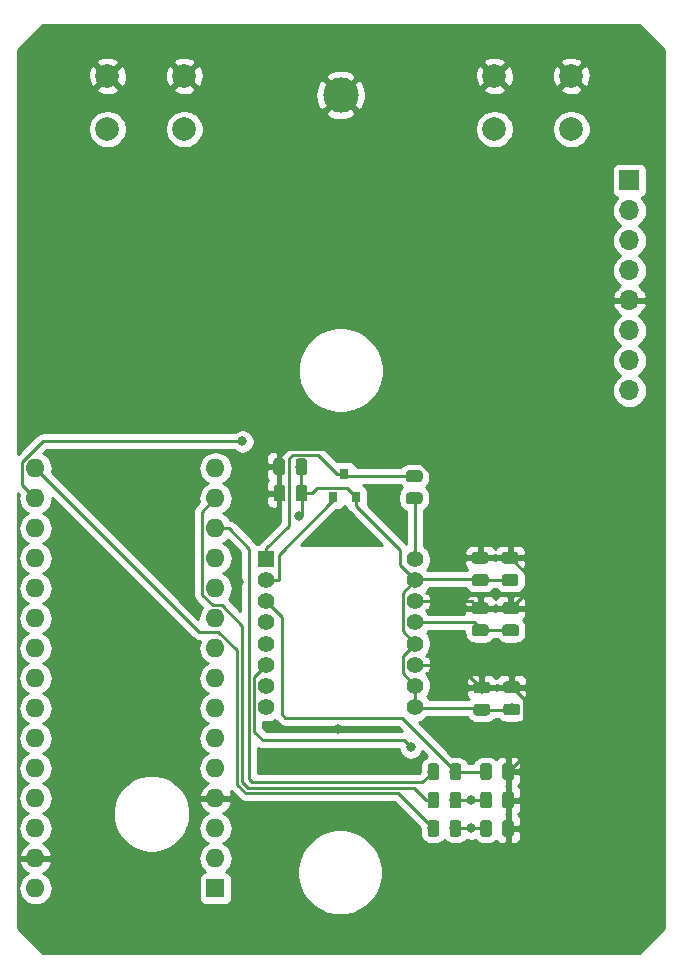
<source format=gbr>
G04 #@! TF.GenerationSoftware,KiCad,Pcbnew,(5.1.4-0-10_14)*
G04 #@! TF.CreationDate,2020-11-05T16:31:29+00:00*
G04 #@! TF.ProjectId,OpenLaserMouse,4f70656e-4c61-4736-9572-4d6f7573652e,rev?*
G04 #@! TF.SameCoordinates,Original*
G04 #@! TF.FileFunction,Copper,L1,Top*
G04 #@! TF.FilePolarity,Positive*
%FSLAX46Y46*%
G04 Gerber Fmt 4.6, Leading zero omitted, Abs format (unit mm)*
G04 Created by KiCad (PCBNEW (5.1.4-0-10_14)) date 2020-11-05 16:31:29*
%MOMM*%
%LPD*%
G04 APERTURE LIST*
%ADD10C,2.000000*%
%ADD11O,1.700000X1.700000*%
%ADD12R,1.700000X1.700000*%
%ADD13O,1.600000X1.600000*%
%ADD14R,1.600000X1.600000*%
%ADD15C,0.100000*%
%ADD16C,0.975000*%
%ADD17R,0.800000X0.900000*%
%ADD18C,3.000000*%
%ADD19C,1.400000*%
%ADD20R,1.400000X1.400000*%
%ADD21C,0.800000*%
%ADD22C,0.250000*%
%ADD23C,0.254000*%
G04 APERTURE END LIST*
D10*
X87526000Y-49064000D03*
X87526000Y-53564000D03*
X81026000Y-49064000D03*
X81026000Y-53564000D03*
D11*
X92456000Y-75692000D03*
X92456000Y-73152000D03*
X92456000Y-70612000D03*
X92456000Y-68072000D03*
X92456000Y-65532000D03*
X92456000Y-62992000D03*
X92456000Y-60452000D03*
D12*
X92456000Y-57912000D03*
D10*
X54760000Y-49064000D03*
X54760000Y-53564000D03*
X48260000Y-49064000D03*
X48260000Y-53564000D03*
D13*
X42164000Y-82296000D03*
X57404000Y-82296000D03*
X42164000Y-117856000D03*
X57404000Y-84836000D03*
X42164000Y-115316000D03*
X57404000Y-87376000D03*
X42164000Y-112776000D03*
X57404000Y-89916000D03*
X42164000Y-110236000D03*
X57404000Y-92456000D03*
X42164000Y-107696000D03*
X57404000Y-94996000D03*
X42164000Y-105156000D03*
X57404000Y-97536000D03*
X42164000Y-102616000D03*
X57404000Y-100076000D03*
X42164000Y-100076000D03*
X57404000Y-102616000D03*
X42164000Y-97536000D03*
X57404000Y-105156000D03*
X42164000Y-94996000D03*
X57404000Y-107696000D03*
X42164000Y-92456000D03*
X57404000Y-110236000D03*
X42164000Y-89916000D03*
X57404000Y-112776000D03*
X42164000Y-87376000D03*
X57404000Y-115316000D03*
X42164000Y-84836000D03*
D14*
X57404000Y-117856000D03*
D15*
G36*
X80572042Y-112077174D02*
G01*
X80595703Y-112080684D01*
X80618907Y-112086496D01*
X80641429Y-112094554D01*
X80663053Y-112104782D01*
X80683570Y-112117079D01*
X80702783Y-112131329D01*
X80720507Y-112147393D01*
X80736571Y-112165117D01*
X80750821Y-112184330D01*
X80763118Y-112204847D01*
X80773346Y-112226471D01*
X80781404Y-112248993D01*
X80787216Y-112272197D01*
X80790726Y-112295858D01*
X80791900Y-112319750D01*
X80791900Y-113232250D01*
X80790726Y-113256142D01*
X80787216Y-113279803D01*
X80781404Y-113303007D01*
X80773346Y-113325529D01*
X80763118Y-113347153D01*
X80750821Y-113367670D01*
X80736571Y-113386883D01*
X80720507Y-113404607D01*
X80702783Y-113420671D01*
X80683570Y-113434921D01*
X80663053Y-113447218D01*
X80641429Y-113457446D01*
X80618907Y-113465504D01*
X80595703Y-113471316D01*
X80572042Y-113474826D01*
X80548150Y-113476000D01*
X80060650Y-113476000D01*
X80036758Y-113474826D01*
X80013097Y-113471316D01*
X79989893Y-113465504D01*
X79967371Y-113457446D01*
X79945747Y-113447218D01*
X79925230Y-113434921D01*
X79906017Y-113420671D01*
X79888293Y-113404607D01*
X79872229Y-113386883D01*
X79857979Y-113367670D01*
X79845682Y-113347153D01*
X79835454Y-113325529D01*
X79827396Y-113303007D01*
X79821584Y-113279803D01*
X79818074Y-113256142D01*
X79816900Y-113232250D01*
X79816900Y-112319750D01*
X79818074Y-112295858D01*
X79821584Y-112272197D01*
X79827396Y-112248993D01*
X79835454Y-112226471D01*
X79845682Y-112204847D01*
X79857979Y-112184330D01*
X79872229Y-112165117D01*
X79888293Y-112147393D01*
X79906017Y-112131329D01*
X79925230Y-112117079D01*
X79945747Y-112104782D01*
X79967371Y-112094554D01*
X79989893Y-112086496D01*
X80013097Y-112080684D01*
X80036758Y-112077174D01*
X80060650Y-112076000D01*
X80548150Y-112076000D01*
X80572042Y-112077174D01*
X80572042Y-112077174D01*
G37*
D16*
X80304400Y-112776000D03*
D15*
G36*
X82447042Y-112077174D02*
G01*
X82470703Y-112080684D01*
X82493907Y-112086496D01*
X82516429Y-112094554D01*
X82538053Y-112104782D01*
X82558570Y-112117079D01*
X82577783Y-112131329D01*
X82595507Y-112147393D01*
X82611571Y-112165117D01*
X82625821Y-112184330D01*
X82638118Y-112204847D01*
X82648346Y-112226471D01*
X82656404Y-112248993D01*
X82662216Y-112272197D01*
X82665726Y-112295858D01*
X82666900Y-112319750D01*
X82666900Y-113232250D01*
X82665726Y-113256142D01*
X82662216Y-113279803D01*
X82656404Y-113303007D01*
X82648346Y-113325529D01*
X82638118Y-113347153D01*
X82625821Y-113367670D01*
X82611571Y-113386883D01*
X82595507Y-113404607D01*
X82577783Y-113420671D01*
X82558570Y-113434921D01*
X82538053Y-113447218D01*
X82516429Y-113457446D01*
X82493907Y-113465504D01*
X82470703Y-113471316D01*
X82447042Y-113474826D01*
X82423150Y-113476000D01*
X81935650Y-113476000D01*
X81911758Y-113474826D01*
X81888097Y-113471316D01*
X81864893Y-113465504D01*
X81842371Y-113457446D01*
X81820747Y-113447218D01*
X81800230Y-113434921D01*
X81781017Y-113420671D01*
X81763293Y-113404607D01*
X81747229Y-113386883D01*
X81732979Y-113367670D01*
X81720682Y-113347153D01*
X81710454Y-113325529D01*
X81702396Y-113303007D01*
X81696584Y-113279803D01*
X81693074Y-113256142D01*
X81691900Y-113232250D01*
X81691900Y-112319750D01*
X81693074Y-112295858D01*
X81696584Y-112272197D01*
X81702396Y-112248993D01*
X81710454Y-112226471D01*
X81720682Y-112204847D01*
X81732979Y-112184330D01*
X81747229Y-112165117D01*
X81763293Y-112147393D01*
X81781017Y-112131329D01*
X81800230Y-112117079D01*
X81820747Y-112104782D01*
X81842371Y-112094554D01*
X81864893Y-112086496D01*
X81888097Y-112080684D01*
X81911758Y-112077174D01*
X81935650Y-112076000D01*
X82423150Y-112076000D01*
X82447042Y-112077174D01*
X82447042Y-112077174D01*
G37*
D16*
X82179400Y-112776000D03*
D15*
G36*
X76114342Y-112077174D02*
G01*
X76138003Y-112080684D01*
X76161207Y-112086496D01*
X76183729Y-112094554D01*
X76205353Y-112104782D01*
X76225870Y-112117079D01*
X76245083Y-112131329D01*
X76262807Y-112147393D01*
X76278871Y-112165117D01*
X76293121Y-112184330D01*
X76305418Y-112204847D01*
X76315646Y-112226471D01*
X76323704Y-112248993D01*
X76329516Y-112272197D01*
X76333026Y-112295858D01*
X76334200Y-112319750D01*
X76334200Y-113232250D01*
X76333026Y-113256142D01*
X76329516Y-113279803D01*
X76323704Y-113303007D01*
X76315646Y-113325529D01*
X76305418Y-113347153D01*
X76293121Y-113367670D01*
X76278871Y-113386883D01*
X76262807Y-113404607D01*
X76245083Y-113420671D01*
X76225870Y-113434921D01*
X76205353Y-113447218D01*
X76183729Y-113457446D01*
X76161207Y-113465504D01*
X76138003Y-113471316D01*
X76114342Y-113474826D01*
X76090450Y-113476000D01*
X75602950Y-113476000D01*
X75579058Y-113474826D01*
X75555397Y-113471316D01*
X75532193Y-113465504D01*
X75509671Y-113457446D01*
X75488047Y-113447218D01*
X75467530Y-113434921D01*
X75448317Y-113420671D01*
X75430593Y-113404607D01*
X75414529Y-113386883D01*
X75400279Y-113367670D01*
X75387982Y-113347153D01*
X75377754Y-113325529D01*
X75369696Y-113303007D01*
X75363884Y-113279803D01*
X75360374Y-113256142D01*
X75359200Y-113232250D01*
X75359200Y-112319750D01*
X75360374Y-112295858D01*
X75363884Y-112272197D01*
X75369696Y-112248993D01*
X75377754Y-112226471D01*
X75387982Y-112204847D01*
X75400279Y-112184330D01*
X75414529Y-112165117D01*
X75430593Y-112147393D01*
X75448317Y-112131329D01*
X75467530Y-112117079D01*
X75488047Y-112104782D01*
X75509671Y-112094554D01*
X75532193Y-112086496D01*
X75555397Y-112080684D01*
X75579058Y-112077174D01*
X75602950Y-112076000D01*
X76090450Y-112076000D01*
X76114342Y-112077174D01*
X76114342Y-112077174D01*
G37*
D16*
X75846700Y-112776000D03*
D15*
G36*
X77989342Y-112077174D02*
G01*
X78013003Y-112080684D01*
X78036207Y-112086496D01*
X78058729Y-112094554D01*
X78080353Y-112104782D01*
X78100870Y-112117079D01*
X78120083Y-112131329D01*
X78137807Y-112147393D01*
X78153871Y-112165117D01*
X78168121Y-112184330D01*
X78180418Y-112204847D01*
X78190646Y-112226471D01*
X78198704Y-112248993D01*
X78204516Y-112272197D01*
X78208026Y-112295858D01*
X78209200Y-112319750D01*
X78209200Y-113232250D01*
X78208026Y-113256142D01*
X78204516Y-113279803D01*
X78198704Y-113303007D01*
X78190646Y-113325529D01*
X78180418Y-113347153D01*
X78168121Y-113367670D01*
X78153871Y-113386883D01*
X78137807Y-113404607D01*
X78120083Y-113420671D01*
X78100870Y-113434921D01*
X78080353Y-113447218D01*
X78058729Y-113457446D01*
X78036207Y-113465504D01*
X78013003Y-113471316D01*
X77989342Y-113474826D01*
X77965450Y-113476000D01*
X77477950Y-113476000D01*
X77454058Y-113474826D01*
X77430397Y-113471316D01*
X77407193Y-113465504D01*
X77384671Y-113457446D01*
X77363047Y-113447218D01*
X77342530Y-113434921D01*
X77323317Y-113420671D01*
X77305593Y-113404607D01*
X77289529Y-113386883D01*
X77275279Y-113367670D01*
X77262982Y-113347153D01*
X77252754Y-113325529D01*
X77244696Y-113303007D01*
X77238884Y-113279803D01*
X77235374Y-113256142D01*
X77234200Y-113232250D01*
X77234200Y-112319750D01*
X77235374Y-112295858D01*
X77238884Y-112272197D01*
X77244696Y-112248993D01*
X77252754Y-112226471D01*
X77262982Y-112204847D01*
X77275279Y-112184330D01*
X77289529Y-112165117D01*
X77305593Y-112147393D01*
X77323317Y-112131329D01*
X77342530Y-112117079D01*
X77363047Y-112104782D01*
X77384671Y-112094554D01*
X77407193Y-112086496D01*
X77430397Y-112080684D01*
X77454058Y-112077174D01*
X77477950Y-112076000D01*
X77965450Y-112076000D01*
X77989342Y-112077174D01*
X77989342Y-112077174D01*
G37*
D16*
X77721700Y-112776000D03*
D15*
G36*
X80572042Y-109676374D02*
G01*
X80595703Y-109679884D01*
X80618907Y-109685696D01*
X80641429Y-109693754D01*
X80663053Y-109703982D01*
X80683570Y-109716279D01*
X80702783Y-109730529D01*
X80720507Y-109746593D01*
X80736571Y-109764317D01*
X80750821Y-109783530D01*
X80763118Y-109804047D01*
X80773346Y-109825671D01*
X80781404Y-109848193D01*
X80787216Y-109871397D01*
X80790726Y-109895058D01*
X80791900Y-109918950D01*
X80791900Y-110831450D01*
X80790726Y-110855342D01*
X80787216Y-110879003D01*
X80781404Y-110902207D01*
X80773346Y-110924729D01*
X80763118Y-110946353D01*
X80750821Y-110966870D01*
X80736571Y-110986083D01*
X80720507Y-111003807D01*
X80702783Y-111019871D01*
X80683570Y-111034121D01*
X80663053Y-111046418D01*
X80641429Y-111056646D01*
X80618907Y-111064704D01*
X80595703Y-111070516D01*
X80572042Y-111074026D01*
X80548150Y-111075200D01*
X80060650Y-111075200D01*
X80036758Y-111074026D01*
X80013097Y-111070516D01*
X79989893Y-111064704D01*
X79967371Y-111056646D01*
X79945747Y-111046418D01*
X79925230Y-111034121D01*
X79906017Y-111019871D01*
X79888293Y-111003807D01*
X79872229Y-110986083D01*
X79857979Y-110966870D01*
X79845682Y-110946353D01*
X79835454Y-110924729D01*
X79827396Y-110902207D01*
X79821584Y-110879003D01*
X79818074Y-110855342D01*
X79816900Y-110831450D01*
X79816900Y-109918950D01*
X79818074Y-109895058D01*
X79821584Y-109871397D01*
X79827396Y-109848193D01*
X79835454Y-109825671D01*
X79845682Y-109804047D01*
X79857979Y-109783530D01*
X79872229Y-109764317D01*
X79888293Y-109746593D01*
X79906017Y-109730529D01*
X79925230Y-109716279D01*
X79945747Y-109703982D01*
X79967371Y-109693754D01*
X79989893Y-109685696D01*
X80013097Y-109679884D01*
X80036758Y-109676374D01*
X80060650Y-109675200D01*
X80548150Y-109675200D01*
X80572042Y-109676374D01*
X80572042Y-109676374D01*
G37*
D16*
X80304400Y-110375200D03*
D15*
G36*
X82447042Y-109676374D02*
G01*
X82470703Y-109679884D01*
X82493907Y-109685696D01*
X82516429Y-109693754D01*
X82538053Y-109703982D01*
X82558570Y-109716279D01*
X82577783Y-109730529D01*
X82595507Y-109746593D01*
X82611571Y-109764317D01*
X82625821Y-109783530D01*
X82638118Y-109804047D01*
X82648346Y-109825671D01*
X82656404Y-109848193D01*
X82662216Y-109871397D01*
X82665726Y-109895058D01*
X82666900Y-109918950D01*
X82666900Y-110831450D01*
X82665726Y-110855342D01*
X82662216Y-110879003D01*
X82656404Y-110902207D01*
X82648346Y-110924729D01*
X82638118Y-110946353D01*
X82625821Y-110966870D01*
X82611571Y-110986083D01*
X82595507Y-111003807D01*
X82577783Y-111019871D01*
X82558570Y-111034121D01*
X82538053Y-111046418D01*
X82516429Y-111056646D01*
X82493907Y-111064704D01*
X82470703Y-111070516D01*
X82447042Y-111074026D01*
X82423150Y-111075200D01*
X81935650Y-111075200D01*
X81911758Y-111074026D01*
X81888097Y-111070516D01*
X81864893Y-111064704D01*
X81842371Y-111056646D01*
X81820747Y-111046418D01*
X81800230Y-111034121D01*
X81781017Y-111019871D01*
X81763293Y-111003807D01*
X81747229Y-110986083D01*
X81732979Y-110966870D01*
X81720682Y-110946353D01*
X81710454Y-110924729D01*
X81702396Y-110902207D01*
X81696584Y-110879003D01*
X81693074Y-110855342D01*
X81691900Y-110831450D01*
X81691900Y-109918950D01*
X81693074Y-109895058D01*
X81696584Y-109871397D01*
X81702396Y-109848193D01*
X81710454Y-109825671D01*
X81720682Y-109804047D01*
X81732979Y-109783530D01*
X81747229Y-109764317D01*
X81763293Y-109746593D01*
X81781017Y-109730529D01*
X81800230Y-109716279D01*
X81820747Y-109703982D01*
X81842371Y-109693754D01*
X81864893Y-109685696D01*
X81888097Y-109679884D01*
X81911758Y-109676374D01*
X81935650Y-109675200D01*
X82423150Y-109675200D01*
X82447042Y-109676374D01*
X82447042Y-109676374D01*
G37*
D16*
X82179400Y-110375200D03*
D15*
G36*
X76114342Y-109676374D02*
G01*
X76138003Y-109679884D01*
X76161207Y-109685696D01*
X76183729Y-109693754D01*
X76205353Y-109703982D01*
X76225870Y-109716279D01*
X76245083Y-109730529D01*
X76262807Y-109746593D01*
X76278871Y-109764317D01*
X76293121Y-109783530D01*
X76305418Y-109804047D01*
X76315646Y-109825671D01*
X76323704Y-109848193D01*
X76329516Y-109871397D01*
X76333026Y-109895058D01*
X76334200Y-109918950D01*
X76334200Y-110831450D01*
X76333026Y-110855342D01*
X76329516Y-110879003D01*
X76323704Y-110902207D01*
X76315646Y-110924729D01*
X76305418Y-110946353D01*
X76293121Y-110966870D01*
X76278871Y-110986083D01*
X76262807Y-111003807D01*
X76245083Y-111019871D01*
X76225870Y-111034121D01*
X76205353Y-111046418D01*
X76183729Y-111056646D01*
X76161207Y-111064704D01*
X76138003Y-111070516D01*
X76114342Y-111074026D01*
X76090450Y-111075200D01*
X75602950Y-111075200D01*
X75579058Y-111074026D01*
X75555397Y-111070516D01*
X75532193Y-111064704D01*
X75509671Y-111056646D01*
X75488047Y-111046418D01*
X75467530Y-111034121D01*
X75448317Y-111019871D01*
X75430593Y-111003807D01*
X75414529Y-110986083D01*
X75400279Y-110966870D01*
X75387982Y-110946353D01*
X75377754Y-110924729D01*
X75369696Y-110902207D01*
X75363884Y-110879003D01*
X75360374Y-110855342D01*
X75359200Y-110831450D01*
X75359200Y-109918950D01*
X75360374Y-109895058D01*
X75363884Y-109871397D01*
X75369696Y-109848193D01*
X75377754Y-109825671D01*
X75387982Y-109804047D01*
X75400279Y-109783530D01*
X75414529Y-109764317D01*
X75430593Y-109746593D01*
X75448317Y-109730529D01*
X75467530Y-109716279D01*
X75488047Y-109703982D01*
X75509671Y-109693754D01*
X75532193Y-109685696D01*
X75555397Y-109679884D01*
X75579058Y-109676374D01*
X75602950Y-109675200D01*
X76090450Y-109675200D01*
X76114342Y-109676374D01*
X76114342Y-109676374D01*
G37*
D16*
X75846700Y-110375200D03*
D15*
G36*
X77989342Y-109676374D02*
G01*
X78013003Y-109679884D01*
X78036207Y-109685696D01*
X78058729Y-109693754D01*
X78080353Y-109703982D01*
X78100870Y-109716279D01*
X78120083Y-109730529D01*
X78137807Y-109746593D01*
X78153871Y-109764317D01*
X78168121Y-109783530D01*
X78180418Y-109804047D01*
X78190646Y-109825671D01*
X78198704Y-109848193D01*
X78204516Y-109871397D01*
X78208026Y-109895058D01*
X78209200Y-109918950D01*
X78209200Y-110831450D01*
X78208026Y-110855342D01*
X78204516Y-110879003D01*
X78198704Y-110902207D01*
X78190646Y-110924729D01*
X78180418Y-110946353D01*
X78168121Y-110966870D01*
X78153871Y-110986083D01*
X78137807Y-111003807D01*
X78120083Y-111019871D01*
X78100870Y-111034121D01*
X78080353Y-111046418D01*
X78058729Y-111056646D01*
X78036207Y-111064704D01*
X78013003Y-111070516D01*
X77989342Y-111074026D01*
X77965450Y-111075200D01*
X77477950Y-111075200D01*
X77454058Y-111074026D01*
X77430397Y-111070516D01*
X77407193Y-111064704D01*
X77384671Y-111056646D01*
X77363047Y-111046418D01*
X77342530Y-111034121D01*
X77323317Y-111019871D01*
X77305593Y-111003807D01*
X77289529Y-110986083D01*
X77275279Y-110966870D01*
X77262982Y-110946353D01*
X77252754Y-110924729D01*
X77244696Y-110902207D01*
X77238884Y-110879003D01*
X77235374Y-110855342D01*
X77234200Y-110831450D01*
X77234200Y-109918950D01*
X77235374Y-109895058D01*
X77238884Y-109871397D01*
X77244696Y-109848193D01*
X77252754Y-109825671D01*
X77262982Y-109804047D01*
X77275279Y-109783530D01*
X77289529Y-109764317D01*
X77305593Y-109746593D01*
X77323317Y-109730529D01*
X77342530Y-109716279D01*
X77363047Y-109703982D01*
X77384671Y-109693754D01*
X77407193Y-109685696D01*
X77430397Y-109679884D01*
X77454058Y-109676374D01*
X77477950Y-109675200D01*
X77965450Y-109675200D01*
X77989342Y-109676374D01*
X77989342Y-109676374D01*
G37*
D16*
X77721700Y-110375200D03*
D15*
G36*
X80572042Y-107263374D02*
G01*
X80595703Y-107266884D01*
X80618907Y-107272696D01*
X80641429Y-107280754D01*
X80663053Y-107290982D01*
X80683570Y-107303279D01*
X80702783Y-107317529D01*
X80720507Y-107333593D01*
X80736571Y-107351317D01*
X80750821Y-107370530D01*
X80763118Y-107391047D01*
X80773346Y-107412671D01*
X80781404Y-107435193D01*
X80787216Y-107458397D01*
X80790726Y-107482058D01*
X80791900Y-107505950D01*
X80791900Y-108418450D01*
X80790726Y-108442342D01*
X80787216Y-108466003D01*
X80781404Y-108489207D01*
X80773346Y-108511729D01*
X80763118Y-108533353D01*
X80750821Y-108553870D01*
X80736571Y-108573083D01*
X80720507Y-108590807D01*
X80702783Y-108606871D01*
X80683570Y-108621121D01*
X80663053Y-108633418D01*
X80641429Y-108643646D01*
X80618907Y-108651704D01*
X80595703Y-108657516D01*
X80572042Y-108661026D01*
X80548150Y-108662200D01*
X80060650Y-108662200D01*
X80036758Y-108661026D01*
X80013097Y-108657516D01*
X79989893Y-108651704D01*
X79967371Y-108643646D01*
X79945747Y-108633418D01*
X79925230Y-108621121D01*
X79906017Y-108606871D01*
X79888293Y-108590807D01*
X79872229Y-108573083D01*
X79857979Y-108553870D01*
X79845682Y-108533353D01*
X79835454Y-108511729D01*
X79827396Y-108489207D01*
X79821584Y-108466003D01*
X79818074Y-108442342D01*
X79816900Y-108418450D01*
X79816900Y-107505950D01*
X79818074Y-107482058D01*
X79821584Y-107458397D01*
X79827396Y-107435193D01*
X79835454Y-107412671D01*
X79845682Y-107391047D01*
X79857979Y-107370530D01*
X79872229Y-107351317D01*
X79888293Y-107333593D01*
X79906017Y-107317529D01*
X79925230Y-107303279D01*
X79945747Y-107290982D01*
X79967371Y-107280754D01*
X79989893Y-107272696D01*
X80013097Y-107266884D01*
X80036758Y-107263374D01*
X80060650Y-107262200D01*
X80548150Y-107262200D01*
X80572042Y-107263374D01*
X80572042Y-107263374D01*
G37*
D16*
X80304400Y-107962200D03*
D15*
G36*
X82447042Y-107263374D02*
G01*
X82470703Y-107266884D01*
X82493907Y-107272696D01*
X82516429Y-107280754D01*
X82538053Y-107290982D01*
X82558570Y-107303279D01*
X82577783Y-107317529D01*
X82595507Y-107333593D01*
X82611571Y-107351317D01*
X82625821Y-107370530D01*
X82638118Y-107391047D01*
X82648346Y-107412671D01*
X82656404Y-107435193D01*
X82662216Y-107458397D01*
X82665726Y-107482058D01*
X82666900Y-107505950D01*
X82666900Y-108418450D01*
X82665726Y-108442342D01*
X82662216Y-108466003D01*
X82656404Y-108489207D01*
X82648346Y-108511729D01*
X82638118Y-108533353D01*
X82625821Y-108553870D01*
X82611571Y-108573083D01*
X82595507Y-108590807D01*
X82577783Y-108606871D01*
X82558570Y-108621121D01*
X82538053Y-108633418D01*
X82516429Y-108643646D01*
X82493907Y-108651704D01*
X82470703Y-108657516D01*
X82447042Y-108661026D01*
X82423150Y-108662200D01*
X81935650Y-108662200D01*
X81911758Y-108661026D01*
X81888097Y-108657516D01*
X81864893Y-108651704D01*
X81842371Y-108643646D01*
X81820747Y-108633418D01*
X81800230Y-108621121D01*
X81781017Y-108606871D01*
X81763293Y-108590807D01*
X81747229Y-108573083D01*
X81732979Y-108553870D01*
X81720682Y-108533353D01*
X81710454Y-108511729D01*
X81702396Y-108489207D01*
X81696584Y-108466003D01*
X81693074Y-108442342D01*
X81691900Y-108418450D01*
X81691900Y-107505950D01*
X81693074Y-107482058D01*
X81696584Y-107458397D01*
X81702396Y-107435193D01*
X81710454Y-107412671D01*
X81720682Y-107391047D01*
X81732979Y-107370530D01*
X81747229Y-107351317D01*
X81763293Y-107333593D01*
X81781017Y-107317529D01*
X81800230Y-107303279D01*
X81820747Y-107290982D01*
X81842371Y-107280754D01*
X81864893Y-107272696D01*
X81888097Y-107266884D01*
X81911758Y-107263374D01*
X81935650Y-107262200D01*
X82423150Y-107262200D01*
X82447042Y-107263374D01*
X82447042Y-107263374D01*
G37*
D16*
X82179400Y-107962200D03*
D15*
G36*
X76114342Y-107263374D02*
G01*
X76138003Y-107266884D01*
X76161207Y-107272696D01*
X76183729Y-107280754D01*
X76205353Y-107290982D01*
X76225870Y-107303279D01*
X76245083Y-107317529D01*
X76262807Y-107333593D01*
X76278871Y-107351317D01*
X76293121Y-107370530D01*
X76305418Y-107391047D01*
X76315646Y-107412671D01*
X76323704Y-107435193D01*
X76329516Y-107458397D01*
X76333026Y-107482058D01*
X76334200Y-107505950D01*
X76334200Y-108418450D01*
X76333026Y-108442342D01*
X76329516Y-108466003D01*
X76323704Y-108489207D01*
X76315646Y-108511729D01*
X76305418Y-108533353D01*
X76293121Y-108553870D01*
X76278871Y-108573083D01*
X76262807Y-108590807D01*
X76245083Y-108606871D01*
X76225870Y-108621121D01*
X76205353Y-108633418D01*
X76183729Y-108643646D01*
X76161207Y-108651704D01*
X76138003Y-108657516D01*
X76114342Y-108661026D01*
X76090450Y-108662200D01*
X75602950Y-108662200D01*
X75579058Y-108661026D01*
X75555397Y-108657516D01*
X75532193Y-108651704D01*
X75509671Y-108643646D01*
X75488047Y-108633418D01*
X75467530Y-108621121D01*
X75448317Y-108606871D01*
X75430593Y-108590807D01*
X75414529Y-108573083D01*
X75400279Y-108553870D01*
X75387982Y-108533353D01*
X75377754Y-108511729D01*
X75369696Y-108489207D01*
X75363884Y-108466003D01*
X75360374Y-108442342D01*
X75359200Y-108418450D01*
X75359200Y-107505950D01*
X75360374Y-107482058D01*
X75363884Y-107458397D01*
X75369696Y-107435193D01*
X75377754Y-107412671D01*
X75387982Y-107391047D01*
X75400279Y-107370530D01*
X75414529Y-107351317D01*
X75430593Y-107333593D01*
X75448317Y-107317529D01*
X75467530Y-107303279D01*
X75488047Y-107290982D01*
X75509671Y-107280754D01*
X75532193Y-107272696D01*
X75555397Y-107266884D01*
X75579058Y-107263374D01*
X75602950Y-107262200D01*
X76090450Y-107262200D01*
X76114342Y-107263374D01*
X76114342Y-107263374D01*
G37*
D16*
X75846700Y-107962200D03*
D15*
G36*
X77989342Y-107263374D02*
G01*
X78013003Y-107266884D01*
X78036207Y-107272696D01*
X78058729Y-107280754D01*
X78080353Y-107290982D01*
X78100870Y-107303279D01*
X78120083Y-107317529D01*
X78137807Y-107333593D01*
X78153871Y-107351317D01*
X78168121Y-107370530D01*
X78180418Y-107391047D01*
X78190646Y-107412671D01*
X78198704Y-107435193D01*
X78204516Y-107458397D01*
X78208026Y-107482058D01*
X78209200Y-107505950D01*
X78209200Y-108418450D01*
X78208026Y-108442342D01*
X78204516Y-108466003D01*
X78198704Y-108489207D01*
X78190646Y-108511729D01*
X78180418Y-108533353D01*
X78168121Y-108553870D01*
X78153871Y-108573083D01*
X78137807Y-108590807D01*
X78120083Y-108606871D01*
X78100870Y-108621121D01*
X78080353Y-108633418D01*
X78058729Y-108643646D01*
X78036207Y-108651704D01*
X78013003Y-108657516D01*
X77989342Y-108661026D01*
X77965450Y-108662200D01*
X77477950Y-108662200D01*
X77454058Y-108661026D01*
X77430397Y-108657516D01*
X77407193Y-108651704D01*
X77384671Y-108643646D01*
X77363047Y-108633418D01*
X77342530Y-108621121D01*
X77323317Y-108606871D01*
X77305593Y-108590807D01*
X77289529Y-108573083D01*
X77275279Y-108553870D01*
X77262982Y-108533353D01*
X77252754Y-108511729D01*
X77244696Y-108489207D01*
X77238884Y-108466003D01*
X77235374Y-108442342D01*
X77234200Y-108418450D01*
X77234200Y-107505950D01*
X77235374Y-107482058D01*
X77238884Y-107458397D01*
X77244696Y-107435193D01*
X77252754Y-107412671D01*
X77262982Y-107391047D01*
X77275279Y-107370530D01*
X77289529Y-107351317D01*
X77305593Y-107333593D01*
X77323317Y-107317529D01*
X77342530Y-107303279D01*
X77363047Y-107290982D01*
X77384671Y-107280754D01*
X77407193Y-107272696D01*
X77430397Y-107266884D01*
X77454058Y-107263374D01*
X77477950Y-107262200D01*
X77965450Y-107262200D01*
X77989342Y-107263374D01*
X77989342Y-107263374D01*
G37*
D16*
X77721700Y-107962200D03*
D17*
X68318000Y-82741500D03*
X69268000Y-84741500D03*
X67368000Y-84741500D03*
D15*
G36*
X64959142Y-83692674D02*
G01*
X64982803Y-83696184D01*
X65006007Y-83701996D01*
X65028529Y-83710054D01*
X65050153Y-83720282D01*
X65070670Y-83732579D01*
X65089883Y-83746829D01*
X65107607Y-83762893D01*
X65123671Y-83780617D01*
X65137921Y-83799830D01*
X65150218Y-83820347D01*
X65160446Y-83841971D01*
X65168504Y-83864493D01*
X65174316Y-83887697D01*
X65177826Y-83911358D01*
X65179000Y-83935250D01*
X65179000Y-84847750D01*
X65177826Y-84871642D01*
X65174316Y-84895303D01*
X65168504Y-84918507D01*
X65160446Y-84941029D01*
X65150218Y-84962653D01*
X65137921Y-84983170D01*
X65123671Y-85002383D01*
X65107607Y-85020107D01*
X65089883Y-85036171D01*
X65070670Y-85050421D01*
X65050153Y-85062718D01*
X65028529Y-85072946D01*
X65006007Y-85081004D01*
X64982803Y-85086816D01*
X64959142Y-85090326D01*
X64935250Y-85091500D01*
X64447750Y-85091500D01*
X64423858Y-85090326D01*
X64400197Y-85086816D01*
X64376993Y-85081004D01*
X64354471Y-85072946D01*
X64332847Y-85062718D01*
X64312330Y-85050421D01*
X64293117Y-85036171D01*
X64275393Y-85020107D01*
X64259329Y-85002383D01*
X64245079Y-84983170D01*
X64232782Y-84962653D01*
X64222554Y-84941029D01*
X64214496Y-84918507D01*
X64208684Y-84895303D01*
X64205174Y-84871642D01*
X64204000Y-84847750D01*
X64204000Y-83935250D01*
X64205174Y-83911358D01*
X64208684Y-83887697D01*
X64214496Y-83864493D01*
X64222554Y-83841971D01*
X64232782Y-83820347D01*
X64245079Y-83799830D01*
X64259329Y-83780617D01*
X64275393Y-83762893D01*
X64293117Y-83746829D01*
X64312330Y-83732579D01*
X64332847Y-83720282D01*
X64354471Y-83710054D01*
X64376993Y-83701996D01*
X64400197Y-83696184D01*
X64423858Y-83692674D01*
X64447750Y-83691500D01*
X64935250Y-83691500D01*
X64959142Y-83692674D01*
X64959142Y-83692674D01*
G37*
D16*
X64691500Y-84391500D03*
D15*
G36*
X63084142Y-83692674D02*
G01*
X63107803Y-83696184D01*
X63131007Y-83701996D01*
X63153529Y-83710054D01*
X63175153Y-83720282D01*
X63195670Y-83732579D01*
X63214883Y-83746829D01*
X63232607Y-83762893D01*
X63248671Y-83780617D01*
X63262921Y-83799830D01*
X63275218Y-83820347D01*
X63285446Y-83841971D01*
X63293504Y-83864493D01*
X63299316Y-83887697D01*
X63302826Y-83911358D01*
X63304000Y-83935250D01*
X63304000Y-84847750D01*
X63302826Y-84871642D01*
X63299316Y-84895303D01*
X63293504Y-84918507D01*
X63285446Y-84941029D01*
X63275218Y-84962653D01*
X63262921Y-84983170D01*
X63248671Y-85002383D01*
X63232607Y-85020107D01*
X63214883Y-85036171D01*
X63195670Y-85050421D01*
X63175153Y-85062718D01*
X63153529Y-85072946D01*
X63131007Y-85081004D01*
X63107803Y-85086816D01*
X63084142Y-85090326D01*
X63060250Y-85091500D01*
X62572750Y-85091500D01*
X62548858Y-85090326D01*
X62525197Y-85086816D01*
X62501993Y-85081004D01*
X62479471Y-85072946D01*
X62457847Y-85062718D01*
X62437330Y-85050421D01*
X62418117Y-85036171D01*
X62400393Y-85020107D01*
X62384329Y-85002383D01*
X62370079Y-84983170D01*
X62357782Y-84962653D01*
X62347554Y-84941029D01*
X62339496Y-84918507D01*
X62333684Y-84895303D01*
X62330174Y-84871642D01*
X62329000Y-84847750D01*
X62329000Y-83935250D01*
X62330174Y-83911358D01*
X62333684Y-83887697D01*
X62339496Y-83864493D01*
X62347554Y-83841971D01*
X62357782Y-83820347D01*
X62370079Y-83799830D01*
X62384329Y-83780617D01*
X62400393Y-83762893D01*
X62418117Y-83746829D01*
X62437330Y-83732579D01*
X62457847Y-83720282D01*
X62479471Y-83710054D01*
X62501993Y-83701996D01*
X62525197Y-83696184D01*
X62548858Y-83692674D01*
X62572750Y-83691500D01*
X63060250Y-83691500D01*
X63084142Y-83692674D01*
X63084142Y-83692674D01*
G37*
D16*
X62816500Y-84391500D03*
D15*
G36*
X64936042Y-81444774D02*
G01*
X64959703Y-81448284D01*
X64982907Y-81454096D01*
X65005429Y-81462154D01*
X65027053Y-81472382D01*
X65047570Y-81484679D01*
X65066783Y-81498929D01*
X65084507Y-81514993D01*
X65100571Y-81532717D01*
X65114821Y-81551930D01*
X65127118Y-81572447D01*
X65137346Y-81594071D01*
X65145404Y-81616593D01*
X65151216Y-81639797D01*
X65154726Y-81663458D01*
X65155900Y-81687350D01*
X65155900Y-82599850D01*
X65154726Y-82623742D01*
X65151216Y-82647403D01*
X65145404Y-82670607D01*
X65137346Y-82693129D01*
X65127118Y-82714753D01*
X65114821Y-82735270D01*
X65100571Y-82754483D01*
X65084507Y-82772207D01*
X65066783Y-82788271D01*
X65047570Y-82802521D01*
X65027053Y-82814818D01*
X65005429Y-82825046D01*
X64982907Y-82833104D01*
X64959703Y-82838916D01*
X64936042Y-82842426D01*
X64912150Y-82843600D01*
X64424650Y-82843600D01*
X64400758Y-82842426D01*
X64377097Y-82838916D01*
X64353893Y-82833104D01*
X64331371Y-82825046D01*
X64309747Y-82814818D01*
X64289230Y-82802521D01*
X64270017Y-82788271D01*
X64252293Y-82772207D01*
X64236229Y-82754483D01*
X64221979Y-82735270D01*
X64209682Y-82714753D01*
X64199454Y-82693129D01*
X64191396Y-82670607D01*
X64185584Y-82647403D01*
X64182074Y-82623742D01*
X64180900Y-82599850D01*
X64180900Y-81687350D01*
X64182074Y-81663458D01*
X64185584Y-81639797D01*
X64191396Y-81616593D01*
X64199454Y-81594071D01*
X64209682Y-81572447D01*
X64221979Y-81551930D01*
X64236229Y-81532717D01*
X64252293Y-81514993D01*
X64270017Y-81498929D01*
X64289230Y-81484679D01*
X64309747Y-81472382D01*
X64331371Y-81462154D01*
X64353893Y-81454096D01*
X64377097Y-81448284D01*
X64400758Y-81444774D01*
X64424650Y-81443600D01*
X64912150Y-81443600D01*
X64936042Y-81444774D01*
X64936042Y-81444774D01*
G37*
D16*
X64668400Y-82143600D03*
D15*
G36*
X63061042Y-81444774D02*
G01*
X63084703Y-81448284D01*
X63107907Y-81454096D01*
X63130429Y-81462154D01*
X63152053Y-81472382D01*
X63172570Y-81484679D01*
X63191783Y-81498929D01*
X63209507Y-81514993D01*
X63225571Y-81532717D01*
X63239821Y-81551930D01*
X63252118Y-81572447D01*
X63262346Y-81594071D01*
X63270404Y-81616593D01*
X63276216Y-81639797D01*
X63279726Y-81663458D01*
X63280900Y-81687350D01*
X63280900Y-82599850D01*
X63279726Y-82623742D01*
X63276216Y-82647403D01*
X63270404Y-82670607D01*
X63262346Y-82693129D01*
X63252118Y-82714753D01*
X63239821Y-82735270D01*
X63225571Y-82754483D01*
X63209507Y-82772207D01*
X63191783Y-82788271D01*
X63172570Y-82802521D01*
X63152053Y-82814818D01*
X63130429Y-82825046D01*
X63107907Y-82833104D01*
X63084703Y-82838916D01*
X63061042Y-82842426D01*
X63037150Y-82843600D01*
X62549650Y-82843600D01*
X62525758Y-82842426D01*
X62502097Y-82838916D01*
X62478893Y-82833104D01*
X62456371Y-82825046D01*
X62434747Y-82814818D01*
X62414230Y-82802521D01*
X62395017Y-82788271D01*
X62377293Y-82772207D01*
X62361229Y-82754483D01*
X62346979Y-82735270D01*
X62334682Y-82714753D01*
X62324454Y-82693129D01*
X62316396Y-82670607D01*
X62310584Y-82647403D01*
X62307074Y-82623742D01*
X62305900Y-82599850D01*
X62305900Y-81687350D01*
X62307074Y-81663458D01*
X62310584Y-81639797D01*
X62316396Y-81616593D01*
X62324454Y-81594071D01*
X62334682Y-81572447D01*
X62346979Y-81551930D01*
X62361229Y-81532717D01*
X62377293Y-81514993D01*
X62395017Y-81498929D01*
X62414230Y-81484679D01*
X62434747Y-81472382D01*
X62456371Y-81462154D01*
X62478893Y-81454096D01*
X62502097Y-81448284D01*
X62525758Y-81444774D01*
X62549650Y-81443600D01*
X63037150Y-81443600D01*
X63061042Y-81444774D01*
X63061042Y-81444774D01*
G37*
D16*
X62793400Y-82143600D03*
D15*
G36*
X74711642Y-84334674D02*
G01*
X74735303Y-84338184D01*
X74758507Y-84343996D01*
X74781029Y-84352054D01*
X74802653Y-84362282D01*
X74823170Y-84374579D01*
X74842383Y-84388829D01*
X74860107Y-84404893D01*
X74876171Y-84422617D01*
X74890421Y-84441830D01*
X74902718Y-84462347D01*
X74912946Y-84483971D01*
X74921004Y-84506493D01*
X74926816Y-84529697D01*
X74930326Y-84553358D01*
X74931500Y-84577250D01*
X74931500Y-85064750D01*
X74930326Y-85088642D01*
X74926816Y-85112303D01*
X74921004Y-85135507D01*
X74912946Y-85158029D01*
X74902718Y-85179653D01*
X74890421Y-85200170D01*
X74876171Y-85219383D01*
X74860107Y-85237107D01*
X74842383Y-85253171D01*
X74823170Y-85267421D01*
X74802653Y-85279718D01*
X74781029Y-85289946D01*
X74758507Y-85298004D01*
X74735303Y-85303816D01*
X74711642Y-85307326D01*
X74687750Y-85308500D01*
X73775250Y-85308500D01*
X73751358Y-85307326D01*
X73727697Y-85303816D01*
X73704493Y-85298004D01*
X73681971Y-85289946D01*
X73660347Y-85279718D01*
X73639830Y-85267421D01*
X73620617Y-85253171D01*
X73602893Y-85237107D01*
X73586829Y-85219383D01*
X73572579Y-85200170D01*
X73560282Y-85179653D01*
X73550054Y-85158029D01*
X73541996Y-85135507D01*
X73536184Y-85112303D01*
X73532674Y-85088642D01*
X73531500Y-85064750D01*
X73531500Y-84577250D01*
X73532674Y-84553358D01*
X73536184Y-84529697D01*
X73541996Y-84506493D01*
X73550054Y-84483971D01*
X73560282Y-84462347D01*
X73572579Y-84441830D01*
X73586829Y-84422617D01*
X73602893Y-84404893D01*
X73620617Y-84388829D01*
X73639830Y-84374579D01*
X73660347Y-84362282D01*
X73681971Y-84352054D01*
X73704493Y-84343996D01*
X73727697Y-84338184D01*
X73751358Y-84334674D01*
X73775250Y-84333500D01*
X74687750Y-84333500D01*
X74711642Y-84334674D01*
X74711642Y-84334674D01*
G37*
D16*
X74231500Y-84821000D03*
D15*
G36*
X74711642Y-82459674D02*
G01*
X74735303Y-82463184D01*
X74758507Y-82468996D01*
X74781029Y-82477054D01*
X74802653Y-82487282D01*
X74823170Y-82499579D01*
X74842383Y-82513829D01*
X74860107Y-82529893D01*
X74876171Y-82547617D01*
X74890421Y-82566830D01*
X74902718Y-82587347D01*
X74912946Y-82608971D01*
X74921004Y-82631493D01*
X74926816Y-82654697D01*
X74930326Y-82678358D01*
X74931500Y-82702250D01*
X74931500Y-83189750D01*
X74930326Y-83213642D01*
X74926816Y-83237303D01*
X74921004Y-83260507D01*
X74912946Y-83283029D01*
X74902718Y-83304653D01*
X74890421Y-83325170D01*
X74876171Y-83344383D01*
X74860107Y-83362107D01*
X74842383Y-83378171D01*
X74823170Y-83392421D01*
X74802653Y-83404718D01*
X74781029Y-83414946D01*
X74758507Y-83423004D01*
X74735303Y-83428816D01*
X74711642Y-83432326D01*
X74687750Y-83433500D01*
X73775250Y-83433500D01*
X73751358Y-83432326D01*
X73727697Y-83428816D01*
X73704493Y-83423004D01*
X73681971Y-83414946D01*
X73660347Y-83404718D01*
X73639830Y-83392421D01*
X73620617Y-83378171D01*
X73602893Y-83362107D01*
X73586829Y-83344383D01*
X73572579Y-83325170D01*
X73560282Y-83304653D01*
X73550054Y-83283029D01*
X73541996Y-83260507D01*
X73536184Y-83237303D01*
X73532674Y-83213642D01*
X73531500Y-83189750D01*
X73531500Y-82702250D01*
X73532674Y-82678358D01*
X73536184Y-82654697D01*
X73541996Y-82631493D01*
X73550054Y-82608971D01*
X73560282Y-82587347D01*
X73572579Y-82566830D01*
X73586829Y-82547617D01*
X73602893Y-82529893D01*
X73620617Y-82513829D01*
X73639830Y-82499579D01*
X73660347Y-82487282D01*
X73681971Y-82477054D01*
X73704493Y-82468996D01*
X73727697Y-82463184D01*
X73751358Y-82459674D01*
X73775250Y-82458500D01*
X74687750Y-82458500D01*
X74711642Y-82459674D01*
X74711642Y-82459674D01*
G37*
D16*
X74231500Y-82946000D03*
D15*
G36*
X82826942Y-89381174D02*
G01*
X82850603Y-89384684D01*
X82873807Y-89390496D01*
X82896329Y-89398554D01*
X82917953Y-89408782D01*
X82938470Y-89421079D01*
X82957683Y-89435329D01*
X82975407Y-89451393D01*
X82991471Y-89469117D01*
X83005721Y-89488330D01*
X83018018Y-89508847D01*
X83028246Y-89530471D01*
X83036304Y-89552993D01*
X83042116Y-89576197D01*
X83045626Y-89599858D01*
X83046800Y-89623750D01*
X83046800Y-90111250D01*
X83045626Y-90135142D01*
X83042116Y-90158803D01*
X83036304Y-90182007D01*
X83028246Y-90204529D01*
X83018018Y-90226153D01*
X83005721Y-90246670D01*
X82991471Y-90265883D01*
X82975407Y-90283607D01*
X82957683Y-90299671D01*
X82938470Y-90313921D01*
X82917953Y-90326218D01*
X82896329Y-90336446D01*
X82873807Y-90344504D01*
X82850603Y-90350316D01*
X82826942Y-90353826D01*
X82803050Y-90355000D01*
X81890550Y-90355000D01*
X81866658Y-90353826D01*
X81842997Y-90350316D01*
X81819793Y-90344504D01*
X81797271Y-90336446D01*
X81775647Y-90326218D01*
X81755130Y-90313921D01*
X81735917Y-90299671D01*
X81718193Y-90283607D01*
X81702129Y-90265883D01*
X81687879Y-90246670D01*
X81675582Y-90226153D01*
X81665354Y-90204529D01*
X81657296Y-90182007D01*
X81651484Y-90158803D01*
X81647974Y-90135142D01*
X81646800Y-90111250D01*
X81646800Y-89623750D01*
X81647974Y-89599858D01*
X81651484Y-89576197D01*
X81657296Y-89552993D01*
X81665354Y-89530471D01*
X81675582Y-89508847D01*
X81687879Y-89488330D01*
X81702129Y-89469117D01*
X81718193Y-89451393D01*
X81735917Y-89435329D01*
X81755130Y-89421079D01*
X81775647Y-89408782D01*
X81797271Y-89398554D01*
X81819793Y-89390496D01*
X81842997Y-89384684D01*
X81866658Y-89381174D01*
X81890550Y-89380000D01*
X82803050Y-89380000D01*
X82826942Y-89381174D01*
X82826942Y-89381174D01*
G37*
D16*
X82346800Y-89867500D03*
D15*
G36*
X82826942Y-91256174D02*
G01*
X82850603Y-91259684D01*
X82873807Y-91265496D01*
X82896329Y-91273554D01*
X82917953Y-91283782D01*
X82938470Y-91296079D01*
X82957683Y-91310329D01*
X82975407Y-91326393D01*
X82991471Y-91344117D01*
X83005721Y-91363330D01*
X83018018Y-91383847D01*
X83028246Y-91405471D01*
X83036304Y-91427993D01*
X83042116Y-91451197D01*
X83045626Y-91474858D01*
X83046800Y-91498750D01*
X83046800Y-91986250D01*
X83045626Y-92010142D01*
X83042116Y-92033803D01*
X83036304Y-92057007D01*
X83028246Y-92079529D01*
X83018018Y-92101153D01*
X83005721Y-92121670D01*
X82991471Y-92140883D01*
X82975407Y-92158607D01*
X82957683Y-92174671D01*
X82938470Y-92188921D01*
X82917953Y-92201218D01*
X82896329Y-92211446D01*
X82873807Y-92219504D01*
X82850603Y-92225316D01*
X82826942Y-92228826D01*
X82803050Y-92230000D01*
X81890550Y-92230000D01*
X81866658Y-92228826D01*
X81842997Y-92225316D01*
X81819793Y-92219504D01*
X81797271Y-92211446D01*
X81775647Y-92201218D01*
X81755130Y-92188921D01*
X81735917Y-92174671D01*
X81718193Y-92158607D01*
X81702129Y-92140883D01*
X81687879Y-92121670D01*
X81675582Y-92101153D01*
X81665354Y-92079529D01*
X81657296Y-92057007D01*
X81651484Y-92033803D01*
X81647974Y-92010142D01*
X81646800Y-91986250D01*
X81646800Y-91498750D01*
X81647974Y-91474858D01*
X81651484Y-91451197D01*
X81657296Y-91427993D01*
X81665354Y-91405471D01*
X81675582Y-91383847D01*
X81687879Y-91363330D01*
X81702129Y-91344117D01*
X81718193Y-91326393D01*
X81735917Y-91310329D01*
X81755130Y-91296079D01*
X81775647Y-91283782D01*
X81797271Y-91273554D01*
X81819793Y-91265496D01*
X81842997Y-91259684D01*
X81866658Y-91256174D01*
X81890550Y-91255000D01*
X82803050Y-91255000D01*
X82826942Y-91256174D01*
X82826942Y-91256174D01*
G37*
D16*
X82346800Y-91742500D03*
D15*
G36*
X80299642Y-89381174D02*
G01*
X80323303Y-89384684D01*
X80346507Y-89390496D01*
X80369029Y-89398554D01*
X80390653Y-89408782D01*
X80411170Y-89421079D01*
X80430383Y-89435329D01*
X80448107Y-89451393D01*
X80464171Y-89469117D01*
X80478421Y-89488330D01*
X80490718Y-89508847D01*
X80500946Y-89530471D01*
X80509004Y-89552993D01*
X80514816Y-89576197D01*
X80518326Y-89599858D01*
X80519500Y-89623750D01*
X80519500Y-90111250D01*
X80518326Y-90135142D01*
X80514816Y-90158803D01*
X80509004Y-90182007D01*
X80500946Y-90204529D01*
X80490718Y-90226153D01*
X80478421Y-90246670D01*
X80464171Y-90265883D01*
X80448107Y-90283607D01*
X80430383Y-90299671D01*
X80411170Y-90313921D01*
X80390653Y-90326218D01*
X80369029Y-90336446D01*
X80346507Y-90344504D01*
X80323303Y-90350316D01*
X80299642Y-90353826D01*
X80275750Y-90355000D01*
X79363250Y-90355000D01*
X79339358Y-90353826D01*
X79315697Y-90350316D01*
X79292493Y-90344504D01*
X79269971Y-90336446D01*
X79248347Y-90326218D01*
X79227830Y-90313921D01*
X79208617Y-90299671D01*
X79190893Y-90283607D01*
X79174829Y-90265883D01*
X79160579Y-90246670D01*
X79148282Y-90226153D01*
X79138054Y-90204529D01*
X79129996Y-90182007D01*
X79124184Y-90158803D01*
X79120674Y-90135142D01*
X79119500Y-90111250D01*
X79119500Y-89623750D01*
X79120674Y-89599858D01*
X79124184Y-89576197D01*
X79129996Y-89552993D01*
X79138054Y-89530471D01*
X79148282Y-89508847D01*
X79160579Y-89488330D01*
X79174829Y-89469117D01*
X79190893Y-89451393D01*
X79208617Y-89435329D01*
X79227830Y-89421079D01*
X79248347Y-89408782D01*
X79269971Y-89398554D01*
X79292493Y-89390496D01*
X79315697Y-89384684D01*
X79339358Y-89381174D01*
X79363250Y-89380000D01*
X80275750Y-89380000D01*
X80299642Y-89381174D01*
X80299642Y-89381174D01*
G37*
D16*
X79819500Y-89867500D03*
D15*
G36*
X80299642Y-91256174D02*
G01*
X80323303Y-91259684D01*
X80346507Y-91265496D01*
X80369029Y-91273554D01*
X80390653Y-91283782D01*
X80411170Y-91296079D01*
X80430383Y-91310329D01*
X80448107Y-91326393D01*
X80464171Y-91344117D01*
X80478421Y-91363330D01*
X80490718Y-91383847D01*
X80500946Y-91405471D01*
X80509004Y-91427993D01*
X80514816Y-91451197D01*
X80518326Y-91474858D01*
X80519500Y-91498750D01*
X80519500Y-91986250D01*
X80518326Y-92010142D01*
X80514816Y-92033803D01*
X80509004Y-92057007D01*
X80500946Y-92079529D01*
X80490718Y-92101153D01*
X80478421Y-92121670D01*
X80464171Y-92140883D01*
X80448107Y-92158607D01*
X80430383Y-92174671D01*
X80411170Y-92188921D01*
X80390653Y-92201218D01*
X80369029Y-92211446D01*
X80346507Y-92219504D01*
X80323303Y-92225316D01*
X80299642Y-92228826D01*
X80275750Y-92230000D01*
X79363250Y-92230000D01*
X79339358Y-92228826D01*
X79315697Y-92225316D01*
X79292493Y-92219504D01*
X79269971Y-92211446D01*
X79248347Y-92201218D01*
X79227830Y-92188921D01*
X79208617Y-92174671D01*
X79190893Y-92158607D01*
X79174829Y-92140883D01*
X79160579Y-92121670D01*
X79148282Y-92101153D01*
X79138054Y-92079529D01*
X79129996Y-92057007D01*
X79124184Y-92033803D01*
X79120674Y-92010142D01*
X79119500Y-91986250D01*
X79119500Y-91498750D01*
X79120674Y-91474858D01*
X79124184Y-91451197D01*
X79129996Y-91427993D01*
X79138054Y-91405471D01*
X79148282Y-91383847D01*
X79160579Y-91363330D01*
X79174829Y-91344117D01*
X79190893Y-91326393D01*
X79208617Y-91310329D01*
X79227830Y-91296079D01*
X79248347Y-91283782D01*
X79269971Y-91273554D01*
X79292493Y-91265496D01*
X79315697Y-91259684D01*
X79339358Y-91256174D01*
X79363250Y-91255000D01*
X80275750Y-91255000D01*
X80299642Y-91256174D01*
X80299642Y-91256174D01*
G37*
D16*
X79819500Y-91742500D03*
D15*
G36*
X82953942Y-102203574D02*
G01*
X82977603Y-102207084D01*
X83000807Y-102212896D01*
X83023329Y-102220954D01*
X83044953Y-102231182D01*
X83065470Y-102243479D01*
X83084683Y-102257729D01*
X83102407Y-102273793D01*
X83118471Y-102291517D01*
X83132721Y-102310730D01*
X83145018Y-102331247D01*
X83155246Y-102352871D01*
X83163304Y-102375393D01*
X83169116Y-102398597D01*
X83172626Y-102422258D01*
X83173800Y-102446150D01*
X83173800Y-102933650D01*
X83172626Y-102957542D01*
X83169116Y-102981203D01*
X83163304Y-103004407D01*
X83155246Y-103026929D01*
X83145018Y-103048553D01*
X83132721Y-103069070D01*
X83118471Y-103088283D01*
X83102407Y-103106007D01*
X83084683Y-103122071D01*
X83065470Y-103136321D01*
X83044953Y-103148618D01*
X83023329Y-103158846D01*
X83000807Y-103166904D01*
X82977603Y-103172716D01*
X82953942Y-103176226D01*
X82930050Y-103177400D01*
X82017550Y-103177400D01*
X81993658Y-103176226D01*
X81969997Y-103172716D01*
X81946793Y-103166904D01*
X81924271Y-103158846D01*
X81902647Y-103148618D01*
X81882130Y-103136321D01*
X81862917Y-103122071D01*
X81845193Y-103106007D01*
X81829129Y-103088283D01*
X81814879Y-103069070D01*
X81802582Y-103048553D01*
X81792354Y-103026929D01*
X81784296Y-103004407D01*
X81778484Y-102981203D01*
X81774974Y-102957542D01*
X81773800Y-102933650D01*
X81773800Y-102446150D01*
X81774974Y-102422258D01*
X81778484Y-102398597D01*
X81784296Y-102375393D01*
X81792354Y-102352871D01*
X81802582Y-102331247D01*
X81814879Y-102310730D01*
X81829129Y-102291517D01*
X81845193Y-102273793D01*
X81862917Y-102257729D01*
X81882130Y-102243479D01*
X81902647Y-102231182D01*
X81924271Y-102220954D01*
X81946793Y-102212896D01*
X81969997Y-102207084D01*
X81993658Y-102203574D01*
X82017550Y-102202400D01*
X82930050Y-102202400D01*
X82953942Y-102203574D01*
X82953942Y-102203574D01*
G37*
D16*
X82473800Y-102689900D03*
D15*
G36*
X82953942Y-100328574D02*
G01*
X82977603Y-100332084D01*
X83000807Y-100337896D01*
X83023329Y-100345954D01*
X83044953Y-100356182D01*
X83065470Y-100368479D01*
X83084683Y-100382729D01*
X83102407Y-100398793D01*
X83118471Y-100416517D01*
X83132721Y-100435730D01*
X83145018Y-100456247D01*
X83155246Y-100477871D01*
X83163304Y-100500393D01*
X83169116Y-100523597D01*
X83172626Y-100547258D01*
X83173800Y-100571150D01*
X83173800Y-101058650D01*
X83172626Y-101082542D01*
X83169116Y-101106203D01*
X83163304Y-101129407D01*
X83155246Y-101151929D01*
X83145018Y-101173553D01*
X83132721Y-101194070D01*
X83118471Y-101213283D01*
X83102407Y-101231007D01*
X83084683Y-101247071D01*
X83065470Y-101261321D01*
X83044953Y-101273618D01*
X83023329Y-101283846D01*
X83000807Y-101291904D01*
X82977603Y-101297716D01*
X82953942Y-101301226D01*
X82930050Y-101302400D01*
X82017550Y-101302400D01*
X81993658Y-101301226D01*
X81969997Y-101297716D01*
X81946793Y-101291904D01*
X81924271Y-101283846D01*
X81902647Y-101273618D01*
X81882130Y-101261321D01*
X81862917Y-101247071D01*
X81845193Y-101231007D01*
X81829129Y-101213283D01*
X81814879Y-101194070D01*
X81802582Y-101173553D01*
X81792354Y-101151929D01*
X81784296Y-101129407D01*
X81778484Y-101106203D01*
X81774974Y-101082542D01*
X81773800Y-101058650D01*
X81773800Y-100571150D01*
X81774974Y-100547258D01*
X81778484Y-100523597D01*
X81784296Y-100500393D01*
X81792354Y-100477871D01*
X81802582Y-100456247D01*
X81814879Y-100435730D01*
X81829129Y-100416517D01*
X81845193Y-100398793D01*
X81862917Y-100382729D01*
X81882130Y-100368479D01*
X81902647Y-100356182D01*
X81924271Y-100345954D01*
X81946793Y-100337896D01*
X81969997Y-100332084D01*
X81993658Y-100328574D01*
X82017550Y-100327400D01*
X82930050Y-100327400D01*
X82953942Y-100328574D01*
X82953942Y-100328574D01*
G37*
D16*
X82473800Y-100814900D03*
D15*
G36*
X80426642Y-102241174D02*
G01*
X80450303Y-102244684D01*
X80473507Y-102250496D01*
X80496029Y-102258554D01*
X80517653Y-102268782D01*
X80538170Y-102281079D01*
X80557383Y-102295329D01*
X80575107Y-102311393D01*
X80591171Y-102329117D01*
X80605421Y-102348330D01*
X80617718Y-102368847D01*
X80627946Y-102390471D01*
X80636004Y-102412993D01*
X80641816Y-102436197D01*
X80645326Y-102459858D01*
X80646500Y-102483750D01*
X80646500Y-102971250D01*
X80645326Y-102995142D01*
X80641816Y-103018803D01*
X80636004Y-103042007D01*
X80627946Y-103064529D01*
X80617718Y-103086153D01*
X80605421Y-103106670D01*
X80591171Y-103125883D01*
X80575107Y-103143607D01*
X80557383Y-103159671D01*
X80538170Y-103173921D01*
X80517653Y-103186218D01*
X80496029Y-103196446D01*
X80473507Y-103204504D01*
X80450303Y-103210316D01*
X80426642Y-103213826D01*
X80402750Y-103215000D01*
X79490250Y-103215000D01*
X79466358Y-103213826D01*
X79442697Y-103210316D01*
X79419493Y-103204504D01*
X79396971Y-103196446D01*
X79375347Y-103186218D01*
X79354830Y-103173921D01*
X79335617Y-103159671D01*
X79317893Y-103143607D01*
X79301829Y-103125883D01*
X79287579Y-103106670D01*
X79275282Y-103086153D01*
X79265054Y-103064529D01*
X79256996Y-103042007D01*
X79251184Y-103018803D01*
X79247674Y-102995142D01*
X79246500Y-102971250D01*
X79246500Y-102483750D01*
X79247674Y-102459858D01*
X79251184Y-102436197D01*
X79256996Y-102412993D01*
X79265054Y-102390471D01*
X79275282Y-102368847D01*
X79287579Y-102348330D01*
X79301829Y-102329117D01*
X79317893Y-102311393D01*
X79335617Y-102295329D01*
X79354830Y-102281079D01*
X79375347Y-102268782D01*
X79396971Y-102258554D01*
X79419493Y-102250496D01*
X79442697Y-102244684D01*
X79466358Y-102241174D01*
X79490250Y-102240000D01*
X80402750Y-102240000D01*
X80426642Y-102241174D01*
X80426642Y-102241174D01*
G37*
D16*
X79946500Y-102727500D03*
D15*
G36*
X80426642Y-100366174D02*
G01*
X80450303Y-100369684D01*
X80473507Y-100375496D01*
X80496029Y-100383554D01*
X80517653Y-100393782D01*
X80538170Y-100406079D01*
X80557383Y-100420329D01*
X80575107Y-100436393D01*
X80591171Y-100454117D01*
X80605421Y-100473330D01*
X80617718Y-100493847D01*
X80627946Y-100515471D01*
X80636004Y-100537993D01*
X80641816Y-100561197D01*
X80645326Y-100584858D01*
X80646500Y-100608750D01*
X80646500Y-101096250D01*
X80645326Y-101120142D01*
X80641816Y-101143803D01*
X80636004Y-101167007D01*
X80627946Y-101189529D01*
X80617718Y-101211153D01*
X80605421Y-101231670D01*
X80591171Y-101250883D01*
X80575107Y-101268607D01*
X80557383Y-101284671D01*
X80538170Y-101298921D01*
X80517653Y-101311218D01*
X80496029Y-101321446D01*
X80473507Y-101329504D01*
X80450303Y-101335316D01*
X80426642Y-101338826D01*
X80402750Y-101340000D01*
X79490250Y-101340000D01*
X79466358Y-101338826D01*
X79442697Y-101335316D01*
X79419493Y-101329504D01*
X79396971Y-101321446D01*
X79375347Y-101311218D01*
X79354830Y-101298921D01*
X79335617Y-101284671D01*
X79317893Y-101268607D01*
X79301829Y-101250883D01*
X79287579Y-101231670D01*
X79275282Y-101211153D01*
X79265054Y-101189529D01*
X79256996Y-101167007D01*
X79251184Y-101143803D01*
X79247674Y-101120142D01*
X79246500Y-101096250D01*
X79246500Y-100608750D01*
X79247674Y-100584858D01*
X79251184Y-100561197D01*
X79256996Y-100537993D01*
X79265054Y-100515471D01*
X79275282Y-100493847D01*
X79287579Y-100473330D01*
X79301829Y-100454117D01*
X79317893Y-100436393D01*
X79335617Y-100420329D01*
X79354830Y-100406079D01*
X79375347Y-100393782D01*
X79396971Y-100383554D01*
X79419493Y-100375496D01*
X79442697Y-100369684D01*
X79466358Y-100366174D01*
X79490250Y-100365000D01*
X80402750Y-100365000D01*
X80426642Y-100366174D01*
X80426642Y-100366174D01*
G37*
D16*
X79946500Y-100852500D03*
D15*
G36*
X82877742Y-93635674D02*
G01*
X82901403Y-93639184D01*
X82924607Y-93644996D01*
X82947129Y-93653054D01*
X82968753Y-93663282D01*
X82989270Y-93675579D01*
X83008483Y-93689829D01*
X83026207Y-93705893D01*
X83042271Y-93723617D01*
X83056521Y-93742830D01*
X83068818Y-93763347D01*
X83079046Y-93784971D01*
X83087104Y-93807493D01*
X83092916Y-93830697D01*
X83096426Y-93854358D01*
X83097600Y-93878250D01*
X83097600Y-94365750D01*
X83096426Y-94389642D01*
X83092916Y-94413303D01*
X83087104Y-94436507D01*
X83079046Y-94459029D01*
X83068818Y-94480653D01*
X83056521Y-94501170D01*
X83042271Y-94520383D01*
X83026207Y-94538107D01*
X83008483Y-94554171D01*
X82989270Y-94568421D01*
X82968753Y-94580718D01*
X82947129Y-94590946D01*
X82924607Y-94599004D01*
X82901403Y-94604816D01*
X82877742Y-94608326D01*
X82853850Y-94609500D01*
X81941350Y-94609500D01*
X81917458Y-94608326D01*
X81893797Y-94604816D01*
X81870593Y-94599004D01*
X81848071Y-94590946D01*
X81826447Y-94580718D01*
X81805930Y-94568421D01*
X81786717Y-94554171D01*
X81768993Y-94538107D01*
X81752929Y-94520383D01*
X81738679Y-94501170D01*
X81726382Y-94480653D01*
X81716154Y-94459029D01*
X81708096Y-94436507D01*
X81702284Y-94413303D01*
X81698774Y-94389642D01*
X81697600Y-94365750D01*
X81697600Y-93878250D01*
X81698774Y-93854358D01*
X81702284Y-93830697D01*
X81708096Y-93807493D01*
X81716154Y-93784971D01*
X81726382Y-93763347D01*
X81738679Y-93742830D01*
X81752929Y-93723617D01*
X81768993Y-93705893D01*
X81786717Y-93689829D01*
X81805930Y-93675579D01*
X81826447Y-93663282D01*
X81848071Y-93653054D01*
X81870593Y-93644996D01*
X81893797Y-93639184D01*
X81917458Y-93635674D01*
X81941350Y-93634500D01*
X82853850Y-93634500D01*
X82877742Y-93635674D01*
X82877742Y-93635674D01*
G37*
D16*
X82397600Y-94122000D03*
D15*
G36*
X82877742Y-95510674D02*
G01*
X82901403Y-95514184D01*
X82924607Y-95519996D01*
X82947129Y-95528054D01*
X82968753Y-95538282D01*
X82989270Y-95550579D01*
X83008483Y-95564829D01*
X83026207Y-95580893D01*
X83042271Y-95598617D01*
X83056521Y-95617830D01*
X83068818Y-95638347D01*
X83079046Y-95659971D01*
X83087104Y-95682493D01*
X83092916Y-95705697D01*
X83096426Y-95729358D01*
X83097600Y-95753250D01*
X83097600Y-96240750D01*
X83096426Y-96264642D01*
X83092916Y-96288303D01*
X83087104Y-96311507D01*
X83079046Y-96334029D01*
X83068818Y-96355653D01*
X83056521Y-96376170D01*
X83042271Y-96395383D01*
X83026207Y-96413107D01*
X83008483Y-96429171D01*
X82989270Y-96443421D01*
X82968753Y-96455718D01*
X82947129Y-96465946D01*
X82924607Y-96474004D01*
X82901403Y-96479816D01*
X82877742Y-96483326D01*
X82853850Y-96484500D01*
X81941350Y-96484500D01*
X81917458Y-96483326D01*
X81893797Y-96479816D01*
X81870593Y-96474004D01*
X81848071Y-96465946D01*
X81826447Y-96455718D01*
X81805930Y-96443421D01*
X81786717Y-96429171D01*
X81768993Y-96413107D01*
X81752929Y-96395383D01*
X81738679Y-96376170D01*
X81726382Y-96355653D01*
X81716154Y-96334029D01*
X81708096Y-96311507D01*
X81702284Y-96288303D01*
X81698774Y-96264642D01*
X81697600Y-96240750D01*
X81697600Y-95753250D01*
X81698774Y-95729358D01*
X81702284Y-95705697D01*
X81708096Y-95682493D01*
X81716154Y-95659971D01*
X81726382Y-95638347D01*
X81738679Y-95617830D01*
X81752929Y-95598617D01*
X81768993Y-95580893D01*
X81786717Y-95564829D01*
X81805930Y-95550579D01*
X81826447Y-95538282D01*
X81848071Y-95528054D01*
X81870593Y-95519996D01*
X81893797Y-95514184D01*
X81917458Y-95510674D01*
X81941350Y-95509500D01*
X82853850Y-95509500D01*
X82877742Y-95510674D01*
X82877742Y-95510674D01*
G37*
D16*
X82397600Y-95997000D03*
D15*
G36*
X80299642Y-93635674D02*
G01*
X80323303Y-93639184D01*
X80346507Y-93644996D01*
X80369029Y-93653054D01*
X80390653Y-93663282D01*
X80411170Y-93675579D01*
X80430383Y-93689829D01*
X80448107Y-93705893D01*
X80464171Y-93723617D01*
X80478421Y-93742830D01*
X80490718Y-93763347D01*
X80500946Y-93784971D01*
X80509004Y-93807493D01*
X80514816Y-93830697D01*
X80518326Y-93854358D01*
X80519500Y-93878250D01*
X80519500Y-94365750D01*
X80518326Y-94389642D01*
X80514816Y-94413303D01*
X80509004Y-94436507D01*
X80500946Y-94459029D01*
X80490718Y-94480653D01*
X80478421Y-94501170D01*
X80464171Y-94520383D01*
X80448107Y-94538107D01*
X80430383Y-94554171D01*
X80411170Y-94568421D01*
X80390653Y-94580718D01*
X80369029Y-94590946D01*
X80346507Y-94599004D01*
X80323303Y-94604816D01*
X80299642Y-94608326D01*
X80275750Y-94609500D01*
X79363250Y-94609500D01*
X79339358Y-94608326D01*
X79315697Y-94604816D01*
X79292493Y-94599004D01*
X79269971Y-94590946D01*
X79248347Y-94580718D01*
X79227830Y-94568421D01*
X79208617Y-94554171D01*
X79190893Y-94538107D01*
X79174829Y-94520383D01*
X79160579Y-94501170D01*
X79148282Y-94480653D01*
X79138054Y-94459029D01*
X79129996Y-94436507D01*
X79124184Y-94413303D01*
X79120674Y-94389642D01*
X79119500Y-94365750D01*
X79119500Y-93878250D01*
X79120674Y-93854358D01*
X79124184Y-93830697D01*
X79129996Y-93807493D01*
X79138054Y-93784971D01*
X79148282Y-93763347D01*
X79160579Y-93742830D01*
X79174829Y-93723617D01*
X79190893Y-93705893D01*
X79208617Y-93689829D01*
X79227830Y-93675579D01*
X79248347Y-93663282D01*
X79269971Y-93653054D01*
X79292493Y-93644996D01*
X79315697Y-93639184D01*
X79339358Y-93635674D01*
X79363250Y-93634500D01*
X80275750Y-93634500D01*
X80299642Y-93635674D01*
X80299642Y-93635674D01*
G37*
D16*
X79819500Y-94122000D03*
D15*
G36*
X80299642Y-95510674D02*
G01*
X80323303Y-95514184D01*
X80346507Y-95519996D01*
X80369029Y-95528054D01*
X80390653Y-95538282D01*
X80411170Y-95550579D01*
X80430383Y-95564829D01*
X80448107Y-95580893D01*
X80464171Y-95598617D01*
X80478421Y-95617830D01*
X80490718Y-95638347D01*
X80500946Y-95659971D01*
X80509004Y-95682493D01*
X80514816Y-95705697D01*
X80518326Y-95729358D01*
X80519500Y-95753250D01*
X80519500Y-96240750D01*
X80518326Y-96264642D01*
X80514816Y-96288303D01*
X80509004Y-96311507D01*
X80500946Y-96334029D01*
X80490718Y-96355653D01*
X80478421Y-96376170D01*
X80464171Y-96395383D01*
X80448107Y-96413107D01*
X80430383Y-96429171D01*
X80411170Y-96443421D01*
X80390653Y-96455718D01*
X80369029Y-96465946D01*
X80346507Y-96474004D01*
X80323303Y-96479816D01*
X80299642Y-96483326D01*
X80275750Y-96484500D01*
X79363250Y-96484500D01*
X79339358Y-96483326D01*
X79315697Y-96479816D01*
X79292493Y-96474004D01*
X79269971Y-96465946D01*
X79248347Y-96455718D01*
X79227830Y-96443421D01*
X79208617Y-96429171D01*
X79190893Y-96413107D01*
X79174829Y-96395383D01*
X79160579Y-96376170D01*
X79148282Y-96355653D01*
X79138054Y-96334029D01*
X79129996Y-96311507D01*
X79124184Y-96288303D01*
X79120674Y-96264642D01*
X79119500Y-96240750D01*
X79119500Y-95753250D01*
X79120674Y-95729358D01*
X79124184Y-95705697D01*
X79129996Y-95682493D01*
X79138054Y-95659971D01*
X79148282Y-95638347D01*
X79160579Y-95617830D01*
X79174829Y-95598617D01*
X79190893Y-95580893D01*
X79208617Y-95564829D01*
X79227830Y-95550579D01*
X79248347Y-95538282D01*
X79269971Y-95528054D01*
X79292493Y-95519996D01*
X79315697Y-95514184D01*
X79339358Y-95510674D01*
X79363250Y-95509500D01*
X80275750Y-95509500D01*
X80299642Y-95510674D01*
X80299642Y-95510674D01*
G37*
D16*
X79819500Y-95997000D03*
D18*
X68000000Y-50673000D03*
D19*
X74322000Y-90000000D03*
X74322000Y-91780000D03*
X74322000Y-93560000D03*
X74322000Y-95340000D03*
X74322000Y-97120000D03*
X74322000Y-98900000D03*
X74322000Y-100680000D03*
X74322000Y-102460000D03*
X61722000Y-102460000D03*
X61722000Y-100680000D03*
X61722000Y-98900000D03*
X61722000Y-97120000D03*
X61722000Y-95340000D03*
X61722000Y-93560000D03*
X61722000Y-91780000D03*
D20*
X61722000Y-90000000D03*
D21*
X79058000Y-110375200D03*
X73939400Y-105918000D03*
X79044800Y-112776000D03*
X54356000Y-99568000D03*
X59436000Y-86106000D03*
X59436000Y-91948000D03*
X67818000Y-106934000D03*
X67818000Y-104394000D03*
X68072000Y-86360000D03*
X72644000Y-86360000D03*
X64516000Y-86360000D03*
X59690000Y-80010000D03*
D22*
X78309200Y-110375200D02*
X79058000Y-110375200D01*
X77721700Y-110375200D02*
X78309200Y-110375200D01*
X60696999Y-99925001D02*
X60696999Y-104359599D01*
X61722000Y-98900000D02*
X60696999Y-99925001D01*
X60696999Y-104359599D02*
X60696999Y-104588199D01*
X60696999Y-104588199D02*
X61417200Y-105308400D01*
X61417200Y-105308400D02*
X73329800Y-105308400D01*
X73329800Y-105308400D02*
X73939400Y-105918000D01*
X79058000Y-110375200D02*
X80304400Y-110375200D01*
X73939400Y-105918000D02*
X73939400Y-105918000D01*
X77721700Y-112776000D02*
X79044800Y-112776000D01*
X79044800Y-112776000D02*
X80304400Y-112776000D01*
X77721700Y-107962200D02*
X80304400Y-107962200D01*
X77165463Y-107405963D02*
X77721700Y-107962200D01*
X73174499Y-103414999D02*
X77165463Y-107405963D01*
X63021990Y-94859990D02*
X63021990Y-103125689D01*
X63311300Y-103414999D02*
X73174499Y-103414999D01*
X63021990Y-103125689D02*
X63311300Y-103414999D01*
X61722000Y-93560000D02*
X63021990Y-94859990D01*
X61722000Y-91780000D02*
X61850200Y-91780000D01*
X62711949Y-91780000D02*
X61722000Y-91780000D01*
X62747001Y-91744948D02*
X62711949Y-91780000D01*
X62747001Y-89609300D02*
X62747001Y-91744948D01*
X67368000Y-84988301D02*
X62747001Y-89609300D01*
X67368000Y-84741500D02*
X67368000Y-84988301D01*
X81914500Y-101002000D02*
X81915000Y-101002500D01*
X74322000Y-98900000D02*
X77844000Y-98900000D01*
X77844000Y-98900000D02*
X79105500Y-100161200D01*
X79105500Y-100161200D02*
X79946500Y-101002200D01*
X79946500Y-101002200D02*
X79946500Y-101002500D01*
X79105500Y-100161200D02*
X79946500Y-101002000D01*
X81914500Y-101002000D02*
X81915000Y-101002000D01*
X62966500Y-82263000D02*
X62966500Y-82677000D01*
X74322000Y-93560000D02*
X79107500Y-93560000D01*
X79107500Y-93560000D02*
X79819500Y-94272000D01*
X62793400Y-84368400D02*
X62816500Y-84391500D01*
X62793400Y-82143600D02*
X62793400Y-84368400D01*
X79819500Y-89867500D02*
X82346800Y-89867500D01*
X79819500Y-94122000D02*
X82397600Y-94122000D01*
X83667600Y-91188300D02*
X82346800Y-89867500D01*
X83667600Y-92852000D02*
X83667600Y-91188300D01*
X82397600Y-94122000D02*
X83667600Y-92852000D01*
X79819500Y-90017500D02*
X79819500Y-86906100D01*
X79819500Y-86906100D02*
X74024600Y-81111200D01*
X82436200Y-100852500D02*
X82473800Y-100814900D01*
X79946500Y-100852500D02*
X82436200Y-100852500D01*
X83498810Y-106642790D02*
X82179400Y-107962200D01*
X83498810Y-101839910D02*
X83498810Y-106642790D01*
X82473800Y-100814900D02*
X83498810Y-101839910D01*
X82179400Y-107962200D02*
X82179400Y-110375200D01*
X82179400Y-110375200D02*
X82179400Y-112776000D01*
X63468420Y-80668580D02*
X73581980Y-80668580D01*
X62793400Y-81343600D02*
X63468420Y-80668580D01*
X73581980Y-80668580D02*
X74024600Y-81111200D01*
X62793400Y-82143600D02*
X62793400Y-81343600D01*
X55989001Y-96121001D02*
X42164000Y-82296000D01*
X59234583Y-97701581D02*
X57654003Y-96121001D01*
X59234583Y-109070901D02*
X59234583Y-97701581D01*
X72855221Y-109784521D02*
X59948202Y-109784520D01*
X57654003Y-96121001D02*
X55989001Y-96121001D01*
X59948202Y-109784520D02*
X59234583Y-109070901D01*
X75846700Y-112776000D02*
X72855221Y-109784521D01*
X75259200Y-110375200D02*
X75846700Y-110375200D01*
X74218511Y-109334511D02*
X75259200Y-110375200D01*
X60134603Y-109334511D02*
X74218511Y-109334511D01*
X59684593Y-108884501D02*
X60134603Y-109334511D01*
X59684593Y-95611591D02*
X59684593Y-108884501D01*
X57944001Y-93870999D02*
X59684593Y-95611591D01*
X57153997Y-93870999D02*
X57944001Y-93870999D01*
X56278999Y-92996001D02*
X57153997Y-93870999D01*
X56278999Y-85961001D02*
X56278999Y-92996001D01*
X57404000Y-84836000D02*
X56278999Y-85961001D01*
X75846700Y-107962200D02*
X74924399Y-108884501D01*
X58535370Y-87376000D02*
X60246989Y-89087619D01*
X57404000Y-87376000D02*
X58535370Y-87376000D01*
X60246989Y-108597991D02*
X60533499Y-108884501D01*
X60246989Y-89087619D02*
X60246989Y-108597991D01*
X74924399Y-108884501D02*
X60533499Y-108884501D01*
X79946000Y-102578000D02*
X74439500Y-102578000D01*
X74439500Y-102578000D02*
X74322000Y-102460000D01*
X81914500Y-102578000D02*
X81915000Y-102577500D01*
X81915000Y-102578000D02*
X81914500Y-102578000D01*
X79946000Y-102578000D02*
X79946500Y-102577500D01*
X74322000Y-102460000D02*
X74322000Y-100680000D01*
X74322000Y-91780000D02*
X74322000Y-91617900D01*
X74322000Y-100680000D02*
X73265000Y-99623000D01*
X73265000Y-99623000D02*
X73265000Y-98177000D01*
X73265000Y-98177000D02*
X74322000Y-97120000D01*
X74322000Y-97120000D02*
X73285800Y-96083800D01*
X73285800Y-96083800D02*
X73285800Y-92816200D01*
X73285800Y-92816200D02*
X74322000Y-91780000D01*
X74322000Y-91617900D02*
X79794100Y-91617900D01*
X79794100Y-91617900D02*
X79819500Y-91592500D01*
X69268000Y-85441500D02*
X69268000Y-84741500D01*
X73022010Y-89195510D02*
X69268000Y-85441500D01*
X73022010Y-90480010D02*
X73022010Y-89195510D01*
X74322000Y-91780000D02*
X73022010Y-90480010D01*
X68542999Y-83966499D02*
X65980999Y-83966499D01*
X69268000Y-84691500D02*
X68542999Y-83966499D01*
X69268000Y-84741500D02*
X69268000Y-84691500D01*
X65555998Y-84391500D02*
X64691500Y-84391500D01*
X65980999Y-83966499D02*
X65555998Y-84391500D01*
X64668400Y-84368400D02*
X64691500Y-84391500D01*
X64668400Y-82143600D02*
X64668400Y-84368400D01*
X79819500Y-91742500D02*
X82346800Y-91742500D01*
X82436200Y-102727500D02*
X82473800Y-102689900D01*
X79946500Y-102727500D02*
X82436200Y-102727500D01*
X64691500Y-86184500D02*
X64516000Y-86360000D01*
X64691500Y-84391500D02*
X64691500Y-86184500D01*
X41038999Y-81755999D02*
X42784998Y-80010000D01*
X41038999Y-83710999D02*
X41038999Y-81755999D01*
X42784998Y-80010000D02*
X59690000Y-80010000D01*
X42164000Y-84836000D02*
X41038999Y-83710999D01*
X74322000Y-95340000D02*
X79312500Y-95340000D01*
X79312500Y-95340000D02*
X79819500Y-95847000D01*
X79819500Y-95997000D02*
X82397600Y-95997000D01*
X74322000Y-90000000D02*
X74322000Y-84761500D01*
X74322000Y-84761500D02*
X74231500Y-84671000D01*
X74231500Y-83096000D02*
X74227000Y-83091500D01*
X68522500Y-82946000D02*
X68318000Y-82741500D01*
X74231500Y-82946000D02*
X68522500Y-82946000D01*
X61722000Y-89050000D02*
X61722000Y-90000000D01*
X63629010Y-87142990D02*
X61722000Y-89050000D01*
X63629010Y-81428660D02*
X63629010Y-87142990D01*
X66045090Y-81118590D02*
X63939080Y-81118590D01*
X63939080Y-81118590D02*
X63629010Y-81428660D01*
X67668000Y-82741500D02*
X66045090Y-81118590D01*
X68318000Y-82741500D02*
X67668000Y-82741500D01*
D23*
G36*
X95340000Y-46837381D02*
G01*
X95340001Y-121226618D01*
X93226620Y-123340000D01*
X42773381Y-123340000D01*
X40660000Y-121226620D01*
X40660000Y-117856000D01*
X40722057Y-117856000D01*
X40749764Y-118137309D01*
X40831818Y-118407808D01*
X40965068Y-118657101D01*
X41144392Y-118875608D01*
X41362899Y-119054932D01*
X41612192Y-119188182D01*
X41882691Y-119270236D01*
X42093508Y-119291000D01*
X42234492Y-119291000D01*
X42445309Y-119270236D01*
X42715808Y-119188182D01*
X42965101Y-119054932D01*
X43183608Y-118875608D01*
X43362932Y-118657101D01*
X43496182Y-118407808D01*
X43578236Y-118137309D01*
X43605943Y-117856000D01*
X43578236Y-117574691D01*
X43496182Y-117304192D01*
X43362932Y-117054899D01*
X43183608Y-116836392D01*
X42965101Y-116657068D01*
X42827318Y-116583421D01*
X43019131Y-116468385D01*
X43227519Y-116279414D01*
X43395037Y-116053420D01*
X43515246Y-115799087D01*
X43555904Y-115665039D01*
X43433915Y-115443000D01*
X42291000Y-115443000D01*
X42291000Y-115463000D01*
X42037000Y-115463000D01*
X42037000Y-115443000D01*
X40894085Y-115443000D01*
X40772096Y-115665039D01*
X40812754Y-115799087D01*
X40932963Y-116053420D01*
X41100481Y-116279414D01*
X41308869Y-116468385D01*
X41500682Y-116583421D01*
X41362899Y-116657068D01*
X41144392Y-116836392D01*
X40965068Y-117054899D01*
X40831818Y-117304192D01*
X40749764Y-117574691D01*
X40722057Y-117856000D01*
X40660000Y-117856000D01*
X40660000Y-84406801D01*
X40763292Y-84510094D01*
X40749764Y-84554691D01*
X40722057Y-84836000D01*
X40749764Y-85117309D01*
X40831818Y-85387808D01*
X40965068Y-85637101D01*
X41144392Y-85855608D01*
X41362899Y-86034932D01*
X41495858Y-86106000D01*
X41362899Y-86177068D01*
X41144392Y-86356392D01*
X40965068Y-86574899D01*
X40831818Y-86824192D01*
X40749764Y-87094691D01*
X40722057Y-87376000D01*
X40749764Y-87657309D01*
X40831818Y-87927808D01*
X40965068Y-88177101D01*
X41144392Y-88395608D01*
X41362899Y-88574932D01*
X41495858Y-88646000D01*
X41362899Y-88717068D01*
X41144392Y-88896392D01*
X40965068Y-89114899D01*
X40831818Y-89364192D01*
X40749764Y-89634691D01*
X40722057Y-89916000D01*
X40749764Y-90197309D01*
X40831818Y-90467808D01*
X40965068Y-90717101D01*
X41144392Y-90935608D01*
X41362899Y-91114932D01*
X41495858Y-91186000D01*
X41362899Y-91257068D01*
X41144392Y-91436392D01*
X40965068Y-91654899D01*
X40831818Y-91904192D01*
X40749764Y-92174691D01*
X40722057Y-92456000D01*
X40749764Y-92737309D01*
X40831818Y-93007808D01*
X40965068Y-93257101D01*
X41144392Y-93475608D01*
X41362899Y-93654932D01*
X41495858Y-93726000D01*
X41362899Y-93797068D01*
X41144392Y-93976392D01*
X40965068Y-94194899D01*
X40831818Y-94444192D01*
X40749764Y-94714691D01*
X40722057Y-94996000D01*
X40749764Y-95277309D01*
X40831818Y-95547808D01*
X40965068Y-95797101D01*
X41144392Y-96015608D01*
X41362899Y-96194932D01*
X41495858Y-96266000D01*
X41362899Y-96337068D01*
X41144392Y-96516392D01*
X40965068Y-96734899D01*
X40831818Y-96984192D01*
X40749764Y-97254691D01*
X40722057Y-97536000D01*
X40749764Y-97817309D01*
X40831818Y-98087808D01*
X40965068Y-98337101D01*
X41144392Y-98555608D01*
X41362899Y-98734932D01*
X41495858Y-98806000D01*
X41362899Y-98877068D01*
X41144392Y-99056392D01*
X40965068Y-99274899D01*
X40831818Y-99524192D01*
X40749764Y-99794691D01*
X40722057Y-100076000D01*
X40749764Y-100357309D01*
X40831818Y-100627808D01*
X40965068Y-100877101D01*
X41144392Y-101095608D01*
X41362899Y-101274932D01*
X41495858Y-101346000D01*
X41362899Y-101417068D01*
X41144392Y-101596392D01*
X40965068Y-101814899D01*
X40831818Y-102064192D01*
X40749764Y-102334691D01*
X40722057Y-102616000D01*
X40749764Y-102897309D01*
X40831818Y-103167808D01*
X40965068Y-103417101D01*
X41144392Y-103635608D01*
X41362899Y-103814932D01*
X41495858Y-103886000D01*
X41362899Y-103957068D01*
X41144392Y-104136392D01*
X40965068Y-104354899D01*
X40831818Y-104604192D01*
X40749764Y-104874691D01*
X40722057Y-105156000D01*
X40749764Y-105437309D01*
X40831818Y-105707808D01*
X40965068Y-105957101D01*
X41144392Y-106175608D01*
X41362899Y-106354932D01*
X41495858Y-106426000D01*
X41362899Y-106497068D01*
X41144392Y-106676392D01*
X40965068Y-106894899D01*
X40831818Y-107144192D01*
X40749764Y-107414691D01*
X40722057Y-107696000D01*
X40749764Y-107977309D01*
X40831818Y-108247808D01*
X40965068Y-108497101D01*
X41144392Y-108715608D01*
X41362899Y-108894932D01*
X41495858Y-108966000D01*
X41362899Y-109037068D01*
X41144392Y-109216392D01*
X40965068Y-109434899D01*
X40831818Y-109684192D01*
X40749764Y-109954691D01*
X40722057Y-110236000D01*
X40749764Y-110517309D01*
X40831818Y-110787808D01*
X40965068Y-111037101D01*
X41144392Y-111255608D01*
X41362899Y-111434932D01*
X41495858Y-111506000D01*
X41362899Y-111577068D01*
X41144392Y-111756392D01*
X40965068Y-111974899D01*
X40831818Y-112224192D01*
X40749764Y-112494691D01*
X40722057Y-112776000D01*
X40749764Y-113057309D01*
X40831818Y-113327808D01*
X40965068Y-113577101D01*
X41144392Y-113795608D01*
X41362899Y-113974932D01*
X41500682Y-114048579D01*
X41308869Y-114163615D01*
X41100481Y-114352586D01*
X40932963Y-114578580D01*
X40812754Y-114832913D01*
X40772096Y-114966961D01*
X40894085Y-115189000D01*
X42037000Y-115189000D01*
X42037000Y-115169000D01*
X42291000Y-115169000D01*
X42291000Y-115189000D01*
X43433915Y-115189000D01*
X43555904Y-114966961D01*
X43515246Y-114832913D01*
X43395037Y-114578580D01*
X43227519Y-114352586D01*
X43019131Y-114163615D01*
X42827318Y-114048579D01*
X42965101Y-113974932D01*
X43183608Y-113795608D01*
X43362932Y-113577101D01*
X43496182Y-113327808D01*
X43578236Y-113057309D01*
X43605943Y-112776000D01*
X43578236Y-112494691D01*
X43496182Y-112224192D01*
X43362932Y-111974899D01*
X43183608Y-111756392D01*
X42965101Y-111577068D01*
X42832142Y-111506000D01*
X42965101Y-111434932D01*
X43183608Y-111255608D01*
X43222797Y-111207856D01*
X48708800Y-111207856D01*
X48708800Y-111854944D01*
X48835040Y-112489599D01*
X49082671Y-113087431D01*
X49442174Y-113625466D01*
X49899734Y-114083026D01*
X50437769Y-114442529D01*
X51035601Y-114690160D01*
X51670256Y-114816400D01*
X52317344Y-114816400D01*
X52951999Y-114690160D01*
X53549831Y-114442529D01*
X54087866Y-114083026D01*
X54545426Y-113625466D01*
X54904929Y-113087431D01*
X55033928Y-112776000D01*
X55962057Y-112776000D01*
X55989764Y-113057309D01*
X56071818Y-113327808D01*
X56205068Y-113577101D01*
X56384392Y-113795608D01*
X56602899Y-113974932D01*
X56735858Y-114046000D01*
X56602899Y-114117068D01*
X56384392Y-114296392D01*
X56205068Y-114514899D01*
X56071818Y-114764192D01*
X55989764Y-115034691D01*
X55962057Y-115316000D01*
X55989764Y-115597309D01*
X56071818Y-115867808D01*
X56205068Y-116117101D01*
X56384392Y-116335608D01*
X56497482Y-116428419D01*
X56479518Y-116430188D01*
X56359820Y-116466498D01*
X56249506Y-116525463D01*
X56152815Y-116604815D01*
X56073463Y-116701506D01*
X56014498Y-116811820D01*
X55978188Y-116931518D01*
X55965928Y-117056000D01*
X55965928Y-118656000D01*
X55978188Y-118780482D01*
X56014498Y-118900180D01*
X56073463Y-119010494D01*
X56152815Y-119107185D01*
X56249506Y-119186537D01*
X56359820Y-119245502D01*
X56479518Y-119281812D01*
X56604000Y-119294072D01*
X58204000Y-119294072D01*
X58328482Y-119281812D01*
X58448180Y-119245502D01*
X58558494Y-119186537D01*
X58655185Y-119107185D01*
X58734537Y-119010494D01*
X58793502Y-118900180D01*
X58829812Y-118780482D01*
X58842072Y-118656000D01*
X58842072Y-117056000D01*
X58829812Y-116931518D01*
X58793502Y-116811820D01*
X58734537Y-116701506D01*
X58655185Y-116604815D01*
X58558494Y-116525463D01*
X58448180Y-116466498D01*
X58328482Y-116430188D01*
X58310518Y-116428419D01*
X58423608Y-116335608D01*
X58582511Y-116141984D01*
X64310000Y-116141984D01*
X64310000Y-116858016D01*
X64449691Y-117560290D01*
X64723705Y-118221818D01*
X65121511Y-118817177D01*
X65627823Y-119323489D01*
X66223182Y-119721295D01*
X66884710Y-119995309D01*
X67586984Y-120135000D01*
X68303016Y-120135000D01*
X69005290Y-119995309D01*
X69666818Y-119721295D01*
X70262177Y-119323489D01*
X70768489Y-118817177D01*
X71166295Y-118221818D01*
X71440309Y-117560290D01*
X71580000Y-116858016D01*
X71580000Y-116141984D01*
X71440309Y-115439710D01*
X71166295Y-114778182D01*
X70768489Y-114182823D01*
X70262177Y-113676511D01*
X69666818Y-113278705D01*
X69005290Y-113004691D01*
X68303016Y-112865000D01*
X67586984Y-112865000D01*
X66884710Y-113004691D01*
X66223182Y-113278705D01*
X65627823Y-113676511D01*
X65121511Y-114182823D01*
X64723705Y-114778182D01*
X64449691Y-115439710D01*
X64310000Y-116141984D01*
X58582511Y-116141984D01*
X58602932Y-116117101D01*
X58736182Y-115867808D01*
X58818236Y-115597309D01*
X58845943Y-115316000D01*
X58818236Y-115034691D01*
X58736182Y-114764192D01*
X58602932Y-114514899D01*
X58423608Y-114296392D01*
X58205101Y-114117068D01*
X58072142Y-114046000D01*
X58205101Y-113974932D01*
X58423608Y-113795608D01*
X58602932Y-113577101D01*
X58736182Y-113327808D01*
X58818236Y-113057309D01*
X58845943Y-112776000D01*
X58818236Y-112494691D01*
X58736182Y-112224192D01*
X58602932Y-111974899D01*
X58423608Y-111756392D01*
X58205101Y-111577068D01*
X58067318Y-111503421D01*
X58259131Y-111388385D01*
X58467519Y-111199414D01*
X58635037Y-110973420D01*
X58755246Y-110719087D01*
X58795904Y-110585039D01*
X58673915Y-110363000D01*
X57531000Y-110363000D01*
X57531000Y-110383000D01*
X57277000Y-110383000D01*
X57277000Y-110363000D01*
X56134085Y-110363000D01*
X56012096Y-110585039D01*
X56052754Y-110719087D01*
X56172963Y-110973420D01*
X56340481Y-111199414D01*
X56548869Y-111388385D01*
X56740682Y-111503421D01*
X56602899Y-111577068D01*
X56384392Y-111756392D01*
X56205068Y-111974899D01*
X56071818Y-112224192D01*
X55989764Y-112494691D01*
X55962057Y-112776000D01*
X55033928Y-112776000D01*
X55152560Y-112489599D01*
X55278800Y-111854944D01*
X55278800Y-111207856D01*
X55152560Y-110573201D01*
X54904929Y-109975369D01*
X54545426Y-109437334D01*
X54087866Y-108979774D01*
X53549831Y-108620271D01*
X52951999Y-108372640D01*
X52317344Y-108246400D01*
X51670256Y-108246400D01*
X51035601Y-108372640D01*
X50437769Y-108620271D01*
X49899734Y-108979774D01*
X49442174Y-109437334D01*
X49082671Y-109975369D01*
X48835040Y-110573201D01*
X48708800Y-111207856D01*
X43222797Y-111207856D01*
X43362932Y-111037101D01*
X43496182Y-110787808D01*
X43578236Y-110517309D01*
X43605943Y-110236000D01*
X43578236Y-109954691D01*
X43496182Y-109684192D01*
X43362932Y-109434899D01*
X43183608Y-109216392D01*
X42965101Y-109037068D01*
X42832142Y-108966000D01*
X42965101Y-108894932D01*
X43183608Y-108715608D01*
X43362932Y-108497101D01*
X43496182Y-108247808D01*
X43578236Y-107977309D01*
X43605943Y-107696000D01*
X43578236Y-107414691D01*
X43496182Y-107144192D01*
X43362932Y-106894899D01*
X43183608Y-106676392D01*
X42965101Y-106497068D01*
X42832142Y-106426000D01*
X42965101Y-106354932D01*
X43183608Y-106175608D01*
X43362932Y-105957101D01*
X43496182Y-105707808D01*
X43578236Y-105437309D01*
X43605943Y-105156000D01*
X43578236Y-104874691D01*
X43496182Y-104604192D01*
X43362932Y-104354899D01*
X43183608Y-104136392D01*
X42965101Y-103957068D01*
X42832142Y-103886000D01*
X42965101Y-103814932D01*
X43183608Y-103635608D01*
X43362932Y-103417101D01*
X43496182Y-103167808D01*
X43578236Y-102897309D01*
X43605943Y-102616000D01*
X43578236Y-102334691D01*
X43496182Y-102064192D01*
X43362932Y-101814899D01*
X43183608Y-101596392D01*
X42965101Y-101417068D01*
X42832142Y-101346000D01*
X42965101Y-101274932D01*
X43183608Y-101095608D01*
X43362932Y-100877101D01*
X43496182Y-100627808D01*
X43578236Y-100357309D01*
X43605943Y-100076000D01*
X43578236Y-99794691D01*
X43496182Y-99524192D01*
X43362932Y-99274899D01*
X43183608Y-99056392D01*
X42965101Y-98877068D01*
X42832142Y-98806000D01*
X42965101Y-98734932D01*
X43183608Y-98555608D01*
X43362932Y-98337101D01*
X43496182Y-98087808D01*
X43578236Y-97817309D01*
X43605943Y-97536000D01*
X43578236Y-97254691D01*
X43496182Y-96984192D01*
X43362932Y-96734899D01*
X43183608Y-96516392D01*
X42965101Y-96337068D01*
X42832142Y-96266000D01*
X42965101Y-96194932D01*
X43183608Y-96015608D01*
X43362932Y-95797101D01*
X43496182Y-95547808D01*
X43578236Y-95277309D01*
X43605943Y-94996000D01*
X43578236Y-94714691D01*
X43496182Y-94444192D01*
X43362932Y-94194899D01*
X43183608Y-93976392D01*
X42965101Y-93797068D01*
X42832142Y-93726000D01*
X42965101Y-93654932D01*
X43183608Y-93475608D01*
X43362932Y-93257101D01*
X43496182Y-93007808D01*
X43578236Y-92737309D01*
X43605943Y-92456000D01*
X43578236Y-92174691D01*
X43496182Y-91904192D01*
X43362932Y-91654899D01*
X43183608Y-91436392D01*
X42965101Y-91257068D01*
X42832142Y-91186000D01*
X42965101Y-91114932D01*
X43183608Y-90935608D01*
X43362932Y-90717101D01*
X43496182Y-90467808D01*
X43578236Y-90197309D01*
X43605943Y-89916000D01*
X43578236Y-89634691D01*
X43496182Y-89364192D01*
X43362932Y-89114899D01*
X43183608Y-88896392D01*
X42965101Y-88717068D01*
X42832142Y-88646000D01*
X42965101Y-88574932D01*
X43183608Y-88395608D01*
X43362932Y-88177101D01*
X43496182Y-87927808D01*
X43578236Y-87657309D01*
X43605943Y-87376000D01*
X43578236Y-87094691D01*
X43496182Y-86824192D01*
X43362932Y-86574899D01*
X43183608Y-86356392D01*
X42965101Y-86177068D01*
X42832142Y-86106000D01*
X42965101Y-86034932D01*
X43183608Y-85855608D01*
X43362932Y-85637101D01*
X43496182Y-85387808D01*
X43578236Y-85117309D01*
X43605943Y-84836000D01*
X43603402Y-84810203D01*
X55425201Y-96632003D01*
X55449000Y-96661002D01*
X55477998Y-96684800D01*
X55564724Y-96755975D01*
X55696754Y-96826547D01*
X55840015Y-96870004D01*
X55951668Y-96881001D01*
X55951678Y-96881001D01*
X55989001Y-96884677D01*
X56026324Y-96881001D01*
X56126975Y-96881001D01*
X56071818Y-96984192D01*
X55989764Y-97254691D01*
X55962057Y-97536000D01*
X55989764Y-97817309D01*
X56071818Y-98087808D01*
X56205068Y-98337101D01*
X56384392Y-98555608D01*
X56602899Y-98734932D01*
X56735858Y-98806000D01*
X56602899Y-98877068D01*
X56384392Y-99056392D01*
X56205068Y-99274899D01*
X56071818Y-99524192D01*
X55989764Y-99794691D01*
X55962057Y-100076000D01*
X55989764Y-100357309D01*
X56071818Y-100627808D01*
X56205068Y-100877101D01*
X56384392Y-101095608D01*
X56602899Y-101274932D01*
X56735858Y-101346000D01*
X56602899Y-101417068D01*
X56384392Y-101596392D01*
X56205068Y-101814899D01*
X56071818Y-102064192D01*
X55989764Y-102334691D01*
X55962057Y-102616000D01*
X55989764Y-102897309D01*
X56071818Y-103167808D01*
X56205068Y-103417101D01*
X56384392Y-103635608D01*
X56602899Y-103814932D01*
X56735858Y-103886000D01*
X56602899Y-103957068D01*
X56384392Y-104136392D01*
X56205068Y-104354899D01*
X56071818Y-104604192D01*
X55989764Y-104874691D01*
X55962057Y-105156000D01*
X55989764Y-105437309D01*
X56071818Y-105707808D01*
X56205068Y-105957101D01*
X56384392Y-106175608D01*
X56602899Y-106354932D01*
X56735858Y-106426000D01*
X56602899Y-106497068D01*
X56384392Y-106676392D01*
X56205068Y-106894899D01*
X56071818Y-107144192D01*
X55989764Y-107414691D01*
X55962057Y-107696000D01*
X55989764Y-107977309D01*
X56071818Y-108247808D01*
X56205068Y-108497101D01*
X56384392Y-108715608D01*
X56602899Y-108894932D01*
X56740682Y-108968579D01*
X56548869Y-109083615D01*
X56340481Y-109272586D01*
X56172963Y-109498580D01*
X56052754Y-109752913D01*
X56012096Y-109886961D01*
X56134085Y-110109000D01*
X57277000Y-110109000D01*
X57277000Y-110089000D01*
X57531000Y-110089000D01*
X57531000Y-110109000D01*
X58673915Y-110109000D01*
X58795904Y-109886961D01*
X58755246Y-109752913D01*
X58679357Y-109592350D01*
X58694582Y-109610902D01*
X58723585Y-109634704D01*
X59384407Y-110295527D01*
X59408201Y-110324520D01*
X59437194Y-110348314D01*
X59437199Y-110348319D01*
X59523926Y-110419494D01*
X59655955Y-110490066D01*
X59799216Y-110533523D01*
X59948202Y-110548196D01*
X59985537Y-110544519D01*
X72540420Y-110544521D01*
X74721128Y-112725230D01*
X74721128Y-113232250D01*
X74738072Y-113404285D01*
X74788253Y-113569709D01*
X74869742Y-113722164D01*
X74979408Y-113855792D01*
X75113036Y-113965458D01*
X75265491Y-114046947D01*
X75430915Y-114097128D01*
X75602950Y-114114072D01*
X76090450Y-114114072D01*
X76262485Y-114097128D01*
X76427909Y-114046947D01*
X76580364Y-113965458D01*
X76713992Y-113855792D01*
X76784200Y-113770244D01*
X76854408Y-113855792D01*
X76988036Y-113965458D01*
X77140491Y-114046947D01*
X77305915Y-114097128D01*
X77477950Y-114114072D01*
X77965450Y-114114072D01*
X78137485Y-114097128D01*
X78302909Y-114046947D01*
X78455364Y-113965458D01*
X78588992Y-113855792D01*
X78679833Y-113745102D01*
X78742902Y-113771226D01*
X78942861Y-113811000D01*
X79146739Y-113811000D01*
X79346698Y-113771226D01*
X79362377Y-113764732D01*
X79437108Y-113855792D01*
X79570736Y-113965458D01*
X79723191Y-114046947D01*
X79888615Y-114097128D01*
X80060650Y-114114072D01*
X80548150Y-114114072D01*
X80720185Y-114097128D01*
X80885609Y-114046947D01*
X81038064Y-113965458D01*
X81171692Y-113855792D01*
X81176908Y-113849436D01*
X81240715Y-113927185D01*
X81337406Y-114006537D01*
X81447720Y-114065502D01*
X81567418Y-114101812D01*
X81691900Y-114114072D01*
X81893650Y-114111000D01*
X82052400Y-113952250D01*
X82052400Y-112903000D01*
X82306400Y-112903000D01*
X82306400Y-113952250D01*
X82465150Y-114111000D01*
X82666900Y-114114072D01*
X82791382Y-114101812D01*
X82911080Y-114065502D01*
X83021394Y-114006537D01*
X83118085Y-113927185D01*
X83197437Y-113830494D01*
X83256402Y-113720180D01*
X83292712Y-113600482D01*
X83304972Y-113476000D01*
X83301900Y-113061750D01*
X83143150Y-112903000D01*
X82306400Y-112903000D01*
X82052400Y-112903000D01*
X82032400Y-112903000D01*
X82032400Y-112649000D01*
X82052400Y-112649000D01*
X82052400Y-111599750D01*
X82028250Y-111575600D01*
X82052400Y-111551450D01*
X82052400Y-110502200D01*
X82306400Y-110502200D01*
X82306400Y-111551450D01*
X82330550Y-111575600D01*
X82306400Y-111599750D01*
X82306400Y-112649000D01*
X83143150Y-112649000D01*
X83301900Y-112490250D01*
X83304972Y-112076000D01*
X83292712Y-111951518D01*
X83256402Y-111831820D01*
X83197437Y-111721506D01*
X83118085Y-111624815D01*
X83058116Y-111575600D01*
X83118085Y-111526385D01*
X83197437Y-111429694D01*
X83256402Y-111319380D01*
X83292712Y-111199682D01*
X83304972Y-111075200D01*
X83301900Y-110660950D01*
X83143150Y-110502200D01*
X82306400Y-110502200D01*
X82052400Y-110502200D01*
X82032400Y-110502200D01*
X82032400Y-110248200D01*
X82052400Y-110248200D01*
X82052400Y-109198950D01*
X82022150Y-109168700D01*
X82052400Y-109138450D01*
X82052400Y-108089200D01*
X82306400Y-108089200D01*
X82306400Y-109138450D01*
X82336650Y-109168700D01*
X82306400Y-109198950D01*
X82306400Y-110248200D01*
X83143150Y-110248200D01*
X83301900Y-110089450D01*
X83304972Y-109675200D01*
X83292712Y-109550718D01*
X83256402Y-109431020D01*
X83197437Y-109320706D01*
X83118085Y-109224015D01*
X83050683Y-109168700D01*
X83118085Y-109113385D01*
X83197437Y-109016694D01*
X83256402Y-108906380D01*
X83292712Y-108786682D01*
X83304972Y-108662200D01*
X83301900Y-108247950D01*
X83143150Y-108089200D01*
X82306400Y-108089200D01*
X82052400Y-108089200D01*
X82032400Y-108089200D01*
X82032400Y-107835200D01*
X82052400Y-107835200D01*
X82052400Y-106785950D01*
X82306400Y-106785950D01*
X82306400Y-107835200D01*
X83143150Y-107835200D01*
X83301900Y-107676450D01*
X83304972Y-107262200D01*
X83292712Y-107137718D01*
X83256402Y-107018020D01*
X83197437Y-106907706D01*
X83118085Y-106811015D01*
X83021394Y-106731663D01*
X82911080Y-106672698D01*
X82791382Y-106636388D01*
X82666900Y-106624128D01*
X82465150Y-106627200D01*
X82306400Y-106785950D01*
X82052400Y-106785950D01*
X81893650Y-106627200D01*
X81691900Y-106624128D01*
X81567418Y-106636388D01*
X81447720Y-106672698D01*
X81337406Y-106731663D01*
X81240715Y-106811015D01*
X81176908Y-106888764D01*
X81171692Y-106882408D01*
X81038064Y-106772742D01*
X80885609Y-106691253D01*
X80720185Y-106641072D01*
X80548150Y-106624128D01*
X80060650Y-106624128D01*
X79888615Y-106641072D01*
X79723191Y-106691253D01*
X79570736Y-106772742D01*
X79437108Y-106882408D01*
X79327442Y-107016036D01*
X79245953Y-107168491D01*
X79235727Y-107202200D01*
X78790373Y-107202200D01*
X78780147Y-107168491D01*
X78698658Y-107016036D01*
X78588992Y-106882408D01*
X78455364Y-106772742D01*
X78302909Y-106691253D01*
X78137485Y-106641072D01*
X77965450Y-106624128D01*
X77477950Y-106624128D01*
X77460181Y-106625878D01*
X74600131Y-103765830D01*
X74711405Y-103743696D01*
X74954359Y-103643061D01*
X75173013Y-103496962D01*
X75331975Y-103338000D01*
X78691209Y-103338000D01*
X78757042Y-103461164D01*
X78866708Y-103594792D01*
X79000336Y-103704458D01*
X79152791Y-103785947D01*
X79318215Y-103836128D01*
X79490250Y-103853072D01*
X80402750Y-103853072D01*
X80574785Y-103836128D01*
X80740209Y-103785947D01*
X80892664Y-103704458D01*
X81026292Y-103594792D01*
X81114345Y-103487500D01*
X81336813Y-103487500D01*
X81394008Y-103557192D01*
X81527636Y-103666858D01*
X81680091Y-103748347D01*
X81845515Y-103798528D01*
X82017550Y-103815472D01*
X82930050Y-103815472D01*
X83102085Y-103798528D01*
X83267509Y-103748347D01*
X83419964Y-103666858D01*
X83553592Y-103557192D01*
X83663258Y-103423564D01*
X83744747Y-103271109D01*
X83794928Y-103105685D01*
X83811872Y-102933650D01*
X83811872Y-102446150D01*
X83794928Y-102274115D01*
X83744747Y-102108691D01*
X83663258Y-101956236D01*
X83553592Y-101822608D01*
X83547236Y-101817392D01*
X83624985Y-101753585D01*
X83704337Y-101656894D01*
X83763302Y-101546580D01*
X83799612Y-101426882D01*
X83811872Y-101302400D01*
X83808800Y-101100650D01*
X83650050Y-100941900D01*
X82600800Y-100941900D01*
X82600800Y-100961900D01*
X82346800Y-100961900D01*
X82346800Y-100941900D01*
X81297550Y-100941900D01*
X81191350Y-101048100D01*
X81122750Y-100979500D01*
X80073500Y-100979500D01*
X80073500Y-100999500D01*
X79819500Y-100999500D01*
X79819500Y-100979500D01*
X78770250Y-100979500D01*
X78611500Y-101138250D01*
X78608428Y-101340000D01*
X78620688Y-101464482D01*
X78656998Y-101584180D01*
X78715963Y-101694494D01*
X78795315Y-101791185D01*
X78827989Y-101818000D01*
X75498619Y-101818000D01*
X75358962Y-101608987D01*
X75319975Y-101570000D01*
X75358962Y-101531013D01*
X75505061Y-101312359D01*
X75605696Y-101069405D01*
X75657000Y-100811486D01*
X75657000Y-100548514D01*
X75620497Y-100365000D01*
X78608428Y-100365000D01*
X78611500Y-100566750D01*
X78770250Y-100725500D01*
X79819500Y-100725500D01*
X79819500Y-99888750D01*
X80073500Y-99888750D01*
X80073500Y-100725500D01*
X81122750Y-100725500D01*
X81228950Y-100619300D01*
X81297550Y-100687900D01*
X82346800Y-100687900D01*
X82346800Y-99851150D01*
X82600800Y-99851150D01*
X82600800Y-100687900D01*
X83650050Y-100687900D01*
X83808800Y-100529150D01*
X83811872Y-100327400D01*
X83799612Y-100202918D01*
X83763302Y-100083220D01*
X83704337Y-99972906D01*
X83624985Y-99876215D01*
X83528294Y-99796863D01*
X83417980Y-99737898D01*
X83298282Y-99701588D01*
X83173800Y-99689328D01*
X82759550Y-99692400D01*
X82600800Y-99851150D01*
X82346800Y-99851150D01*
X82188050Y-99692400D01*
X81773800Y-99689328D01*
X81649318Y-99701588D01*
X81529620Y-99737898D01*
X81419306Y-99796863D01*
X81322615Y-99876215D01*
X81243263Y-99972906D01*
X81200101Y-100053655D01*
X81177037Y-100010506D01*
X81097685Y-99913815D01*
X81000994Y-99834463D01*
X80890680Y-99775498D01*
X80770982Y-99739188D01*
X80646500Y-99726928D01*
X80232250Y-99730000D01*
X80073500Y-99888750D01*
X79819500Y-99888750D01*
X79660750Y-99730000D01*
X79246500Y-99726928D01*
X79122018Y-99739188D01*
X79002320Y-99775498D01*
X78892006Y-99834463D01*
X78795315Y-99913815D01*
X78715963Y-100010506D01*
X78656998Y-100120820D01*
X78620688Y-100240518D01*
X78608428Y-100365000D01*
X75620497Y-100365000D01*
X75605696Y-100290595D01*
X75505061Y-100047641D01*
X75358962Y-99828987D01*
X75324109Y-99794134D01*
X75359925Y-99758317D01*
X75243271Y-99641663D01*
X75477037Y-99582203D01*
X75587934Y-99343758D01*
X75650183Y-99088260D01*
X75661390Y-98825527D01*
X75621125Y-98565656D01*
X75530935Y-98318634D01*
X75477037Y-98217797D01*
X75243271Y-98158337D01*
X75359925Y-98041683D01*
X75324109Y-98005867D01*
X75358962Y-97971013D01*
X75505061Y-97752359D01*
X75605696Y-97509405D01*
X75657000Y-97251486D01*
X75657000Y-96988514D01*
X75605696Y-96730595D01*
X75505061Y-96487641D01*
X75358962Y-96268987D01*
X75319975Y-96230000D01*
X75358962Y-96191013D01*
X75419775Y-96100000D01*
X78481428Y-96100000D01*
X78481428Y-96240750D01*
X78498372Y-96412785D01*
X78548553Y-96578209D01*
X78630042Y-96730664D01*
X78739708Y-96864292D01*
X78873336Y-96973958D01*
X79025791Y-97055447D01*
X79191215Y-97105628D01*
X79363250Y-97122572D01*
X80275750Y-97122572D01*
X80447785Y-97105628D01*
X80613209Y-97055447D01*
X80765664Y-96973958D01*
X80899292Y-96864292D01*
X80987345Y-96757000D01*
X81229755Y-96757000D01*
X81317808Y-96864292D01*
X81451436Y-96973958D01*
X81603891Y-97055447D01*
X81769315Y-97105628D01*
X81941350Y-97122572D01*
X82853850Y-97122572D01*
X83025885Y-97105628D01*
X83191309Y-97055447D01*
X83343764Y-96973958D01*
X83477392Y-96864292D01*
X83587058Y-96730664D01*
X83668547Y-96578209D01*
X83718728Y-96412785D01*
X83735672Y-96240750D01*
X83735672Y-95753250D01*
X83718728Y-95581215D01*
X83668547Y-95415791D01*
X83587058Y-95263336D01*
X83477392Y-95129708D01*
X83471036Y-95124492D01*
X83548785Y-95060685D01*
X83628137Y-94963994D01*
X83687102Y-94853680D01*
X83723412Y-94733982D01*
X83735672Y-94609500D01*
X83732600Y-94407750D01*
X83573850Y-94249000D01*
X82524600Y-94249000D01*
X82524600Y-94269000D01*
X82270600Y-94269000D01*
X82270600Y-94249000D01*
X81221350Y-94249000D01*
X81108550Y-94361800D01*
X80995750Y-94249000D01*
X79946500Y-94249000D01*
X79946500Y-94269000D01*
X79692500Y-94269000D01*
X79692500Y-94249000D01*
X78643250Y-94249000D01*
X78484500Y-94407750D01*
X78481877Y-94580000D01*
X75419775Y-94580000D01*
X75358962Y-94488987D01*
X75324109Y-94454134D01*
X75359925Y-94418317D01*
X75243271Y-94301663D01*
X75477037Y-94242203D01*
X75587934Y-94003758D01*
X75650183Y-93748260D01*
X75655035Y-93634500D01*
X78481428Y-93634500D01*
X78484500Y-93836250D01*
X78643250Y-93995000D01*
X79692500Y-93995000D01*
X79692500Y-93158250D01*
X79946500Y-93158250D01*
X79946500Y-93995000D01*
X80995750Y-93995000D01*
X81108550Y-93882200D01*
X81221350Y-93995000D01*
X82270600Y-93995000D01*
X82270600Y-93158250D01*
X82524600Y-93158250D01*
X82524600Y-93995000D01*
X83573850Y-93995000D01*
X83732600Y-93836250D01*
X83735672Y-93634500D01*
X83723412Y-93510018D01*
X83687102Y-93390320D01*
X83628137Y-93280006D01*
X83548785Y-93183315D01*
X83452094Y-93103963D01*
X83341780Y-93044998D01*
X83222082Y-93008688D01*
X83097600Y-92996428D01*
X82683350Y-92999500D01*
X82524600Y-93158250D01*
X82270600Y-93158250D01*
X82111850Y-92999500D01*
X81697600Y-92996428D01*
X81573118Y-93008688D01*
X81453420Y-93044998D01*
X81343106Y-93103963D01*
X81246415Y-93183315D01*
X81167063Y-93280006D01*
X81108550Y-93389474D01*
X81050037Y-93280006D01*
X80970685Y-93183315D01*
X80873994Y-93103963D01*
X80763680Y-93044998D01*
X80643982Y-93008688D01*
X80519500Y-92996428D01*
X80105250Y-92999500D01*
X79946500Y-93158250D01*
X79692500Y-93158250D01*
X79533750Y-92999500D01*
X79119500Y-92996428D01*
X78995018Y-93008688D01*
X78875320Y-93044998D01*
X78765006Y-93103963D01*
X78668315Y-93183315D01*
X78588963Y-93280006D01*
X78529998Y-93390320D01*
X78493688Y-93510018D01*
X78481428Y-93634500D01*
X75655035Y-93634500D01*
X75661390Y-93485527D01*
X75621125Y-93225656D01*
X75530935Y-92978634D01*
X75477037Y-92877797D01*
X75243271Y-92818337D01*
X75359925Y-92701683D01*
X75324109Y-92665867D01*
X75358962Y-92631013D01*
X75505061Y-92412359D01*
X75519334Y-92377900D01*
X78577519Y-92377900D01*
X78630042Y-92476164D01*
X78739708Y-92609792D01*
X78873336Y-92719458D01*
X79025791Y-92800947D01*
X79191215Y-92851128D01*
X79363250Y-92868072D01*
X80275750Y-92868072D01*
X80447785Y-92851128D01*
X80613209Y-92800947D01*
X80765664Y-92719458D01*
X80899292Y-92609792D01*
X80987345Y-92502500D01*
X81178955Y-92502500D01*
X81267008Y-92609792D01*
X81400636Y-92719458D01*
X81553091Y-92800947D01*
X81718515Y-92851128D01*
X81890550Y-92868072D01*
X82803050Y-92868072D01*
X82975085Y-92851128D01*
X83140509Y-92800947D01*
X83292964Y-92719458D01*
X83426592Y-92609792D01*
X83536258Y-92476164D01*
X83617747Y-92323709D01*
X83667928Y-92158285D01*
X83684872Y-91986250D01*
X83684872Y-91498750D01*
X83667928Y-91326715D01*
X83617747Y-91161291D01*
X83536258Y-91008836D01*
X83426592Y-90875208D01*
X83420236Y-90869992D01*
X83497985Y-90806185D01*
X83577337Y-90709494D01*
X83636302Y-90599180D01*
X83672612Y-90479482D01*
X83684872Y-90355000D01*
X83681800Y-90153250D01*
X83523050Y-89994500D01*
X82473800Y-89994500D01*
X82473800Y-90014500D01*
X82219800Y-90014500D01*
X82219800Y-89994500D01*
X81170550Y-89994500D01*
X81083150Y-90081900D01*
X80995750Y-89994500D01*
X79946500Y-89994500D01*
X79946500Y-90014500D01*
X79692500Y-90014500D01*
X79692500Y-89994500D01*
X78643250Y-89994500D01*
X78484500Y-90153250D01*
X78481428Y-90355000D01*
X78493688Y-90479482D01*
X78529998Y-90599180D01*
X78588963Y-90709494D01*
X78668315Y-90806185D01*
X78731330Y-90857900D01*
X75352075Y-90857900D01*
X75358962Y-90851013D01*
X75505061Y-90632359D01*
X75605696Y-90389405D01*
X75657000Y-90131486D01*
X75657000Y-89868514D01*
X75605696Y-89610595D01*
X75510181Y-89380000D01*
X78481428Y-89380000D01*
X78484500Y-89581750D01*
X78643250Y-89740500D01*
X79692500Y-89740500D01*
X79692500Y-88903750D01*
X79946500Y-88903750D01*
X79946500Y-89740500D01*
X80995750Y-89740500D01*
X81083150Y-89653100D01*
X81170550Y-89740500D01*
X82219800Y-89740500D01*
X82219800Y-88903750D01*
X82473800Y-88903750D01*
X82473800Y-89740500D01*
X83523050Y-89740500D01*
X83681800Y-89581750D01*
X83684872Y-89380000D01*
X83672612Y-89255518D01*
X83636302Y-89135820D01*
X83577337Y-89025506D01*
X83497985Y-88928815D01*
X83401294Y-88849463D01*
X83290980Y-88790498D01*
X83171282Y-88754188D01*
X83046800Y-88741928D01*
X82632550Y-88745000D01*
X82473800Y-88903750D01*
X82219800Y-88903750D01*
X82061050Y-88745000D01*
X81646800Y-88741928D01*
X81522318Y-88754188D01*
X81402620Y-88790498D01*
X81292306Y-88849463D01*
X81195615Y-88928815D01*
X81116263Y-89025506D01*
X81083150Y-89087455D01*
X81050037Y-89025506D01*
X80970685Y-88928815D01*
X80873994Y-88849463D01*
X80763680Y-88790498D01*
X80643982Y-88754188D01*
X80519500Y-88741928D01*
X80105250Y-88745000D01*
X79946500Y-88903750D01*
X79692500Y-88903750D01*
X79533750Y-88745000D01*
X79119500Y-88741928D01*
X78995018Y-88754188D01*
X78875320Y-88790498D01*
X78765006Y-88849463D01*
X78668315Y-88928815D01*
X78588963Y-89025506D01*
X78529998Y-89135820D01*
X78493688Y-89255518D01*
X78481428Y-89380000D01*
X75510181Y-89380000D01*
X75505061Y-89367641D01*
X75358962Y-89148987D01*
X75173013Y-88963038D01*
X75082000Y-88902225D01*
X75082000Y-85849092D01*
X75177664Y-85797958D01*
X75311292Y-85688292D01*
X75420958Y-85554664D01*
X75502447Y-85402209D01*
X75552628Y-85236785D01*
X75569572Y-85064750D01*
X75569572Y-84577250D01*
X75552628Y-84405215D01*
X75502447Y-84239791D01*
X75420958Y-84087336D01*
X75311292Y-83953708D01*
X75225744Y-83883500D01*
X75311292Y-83813292D01*
X75420958Y-83679664D01*
X75502447Y-83527209D01*
X75552628Y-83361785D01*
X75569572Y-83189750D01*
X75569572Y-82702250D01*
X75552628Y-82530215D01*
X75502447Y-82364791D01*
X75420958Y-82212336D01*
X75311292Y-82078708D01*
X75177664Y-81969042D01*
X75025209Y-81887553D01*
X74859785Y-81837372D01*
X74687750Y-81820428D01*
X73775250Y-81820428D01*
X73603215Y-81837372D01*
X73437791Y-81887553D01*
X73285336Y-81969042D01*
X73151708Y-82078708D01*
X73063655Y-82186000D01*
X69345682Y-82186000D01*
X69343812Y-82167018D01*
X69307502Y-82047320D01*
X69248537Y-81937006D01*
X69169185Y-81840315D01*
X69072494Y-81760963D01*
X68962180Y-81701998D01*
X68842482Y-81665688D01*
X68718000Y-81653428D01*
X67918000Y-81653428D01*
X67793518Y-81665688D01*
X67696438Y-81695137D01*
X66608894Y-80607593D01*
X66585091Y-80578589D01*
X66469366Y-80483616D01*
X66337337Y-80413044D01*
X66194076Y-80369587D01*
X66082423Y-80358590D01*
X66082412Y-80358590D01*
X66045090Y-80354914D01*
X66007768Y-80358590D01*
X63976402Y-80358590D01*
X63939079Y-80354914D01*
X63901756Y-80358590D01*
X63901747Y-80358590D01*
X63790094Y-80369587D01*
X63646833Y-80413044D01*
X63514804Y-80483616D01*
X63399079Y-80578589D01*
X63375276Y-80607593D01*
X63175740Y-80807129D01*
X63079150Y-80808600D01*
X62920400Y-80967350D01*
X62920400Y-81146515D01*
X62880007Y-81279675D01*
X62869010Y-81391328D01*
X62869010Y-81391338D01*
X62865334Y-81428660D01*
X62869010Y-81465983D01*
X62869011Y-86828186D01*
X61211002Y-88486197D01*
X61181999Y-88509999D01*
X61140525Y-88560536D01*
X61087026Y-88625724D01*
X61067674Y-88661928D01*
X61022000Y-88661928D01*
X60897518Y-88674188D01*
X60889121Y-88676735D01*
X60881963Y-88663343D01*
X60786990Y-88547618D01*
X60757993Y-88523821D01*
X59099174Y-86865003D01*
X59075371Y-86835999D01*
X58959646Y-86741026D01*
X58827617Y-86670454D01*
X58684356Y-86626997D01*
X58627802Y-86621427D01*
X58602932Y-86574899D01*
X58423608Y-86356392D01*
X58205101Y-86177068D01*
X58072142Y-86106000D01*
X58205101Y-86034932D01*
X58423608Y-85855608D01*
X58602932Y-85637101D01*
X58736182Y-85387808D01*
X58818236Y-85117309D01*
X58820778Y-85091500D01*
X61690928Y-85091500D01*
X61703188Y-85215982D01*
X61739498Y-85335680D01*
X61798463Y-85445994D01*
X61877815Y-85542685D01*
X61974506Y-85622037D01*
X62084820Y-85681002D01*
X62204518Y-85717312D01*
X62329000Y-85729572D01*
X62530750Y-85726500D01*
X62689500Y-85567750D01*
X62689500Y-84518500D01*
X61852750Y-84518500D01*
X61694000Y-84677250D01*
X61690928Y-85091500D01*
X58820778Y-85091500D01*
X58845943Y-84836000D01*
X58818236Y-84554691D01*
X58736182Y-84284192D01*
X58602932Y-84034899D01*
X58423608Y-83816392D01*
X58205101Y-83637068D01*
X58072142Y-83566000D01*
X58205101Y-83494932D01*
X58423608Y-83315608D01*
X58602932Y-83097101D01*
X58736182Y-82847808D01*
X58737458Y-82843600D01*
X61667828Y-82843600D01*
X61680088Y-82968082D01*
X61716398Y-83087780D01*
X61775363Y-83198094D01*
X61843914Y-83281624D01*
X61798463Y-83337006D01*
X61739498Y-83447320D01*
X61703188Y-83567018D01*
X61690928Y-83691500D01*
X61694000Y-84105750D01*
X61852750Y-84264500D01*
X62689500Y-84264500D01*
X62689500Y-83215250D01*
X62666400Y-83192150D01*
X62666400Y-82270600D01*
X61829650Y-82270600D01*
X61670900Y-82429350D01*
X61667828Y-82843600D01*
X58737458Y-82843600D01*
X58818236Y-82577309D01*
X58845943Y-82296000D01*
X58818236Y-82014691D01*
X58736182Y-81744192D01*
X58602932Y-81494899D01*
X58560833Y-81443600D01*
X61667828Y-81443600D01*
X61670900Y-81857850D01*
X61829650Y-82016600D01*
X62666400Y-82016600D01*
X62666400Y-80967350D01*
X62507650Y-80808600D01*
X62305900Y-80805528D01*
X62181418Y-80817788D01*
X62061720Y-80854098D01*
X61951406Y-80913063D01*
X61854715Y-80992415D01*
X61775363Y-81089106D01*
X61716398Y-81199420D01*
X61680088Y-81319118D01*
X61667828Y-81443600D01*
X58560833Y-81443600D01*
X58423608Y-81276392D01*
X58205101Y-81097068D01*
X57955808Y-80963818D01*
X57685309Y-80881764D01*
X57474492Y-80861000D01*
X57333508Y-80861000D01*
X57122691Y-80881764D01*
X56852192Y-80963818D01*
X56602899Y-81097068D01*
X56384392Y-81276392D01*
X56205068Y-81494899D01*
X56071818Y-81744192D01*
X55989764Y-82014691D01*
X55962057Y-82296000D01*
X55989764Y-82577309D01*
X56071818Y-82847808D01*
X56205068Y-83097101D01*
X56384392Y-83315608D01*
X56602899Y-83494932D01*
X56735858Y-83566000D01*
X56602899Y-83637068D01*
X56384392Y-83816392D01*
X56205068Y-84034899D01*
X56071818Y-84284192D01*
X55989764Y-84554691D01*
X55962057Y-84836000D01*
X55989764Y-85117309D01*
X56003292Y-85161906D01*
X55768001Y-85397197D01*
X55738998Y-85421000D01*
X55697986Y-85470974D01*
X55644025Y-85536725D01*
X55597763Y-85623275D01*
X55573453Y-85668755D01*
X55529996Y-85812016D01*
X55518999Y-85923669D01*
X55518999Y-85923679D01*
X55515323Y-85961001D01*
X55518999Y-85998324D01*
X55519000Y-92958669D01*
X55515323Y-92996001D01*
X55519000Y-93033334D01*
X55529997Y-93144987D01*
X55543179Y-93188443D01*
X55573453Y-93288247D01*
X55644025Y-93420277D01*
X55697575Y-93485527D01*
X55738999Y-93536002D01*
X55767997Y-93559800D01*
X56294330Y-94086133D01*
X56205068Y-94194899D01*
X56071818Y-94444192D01*
X55989764Y-94714691D01*
X55962057Y-94996000D01*
X55964598Y-95021796D01*
X43564708Y-82621907D01*
X43578236Y-82577309D01*
X43605943Y-82296000D01*
X43578236Y-82014691D01*
X43496182Y-81744192D01*
X43362932Y-81494899D01*
X43183608Y-81276392D01*
X42965101Y-81097068D01*
X42839740Y-81030061D01*
X43099801Y-80770000D01*
X58986289Y-80770000D01*
X59030226Y-80813937D01*
X59199744Y-80927205D01*
X59388102Y-81005226D01*
X59588061Y-81045000D01*
X59791939Y-81045000D01*
X59991898Y-81005226D01*
X60180256Y-80927205D01*
X60349774Y-80813937D01*
X60493937Y-80669774D01*
X60607205Y-80500256D01*
X60685226Y-80311898D01*
X60725000Y-80111939D01*
X60725000Y-79908061D01*
X60685226Y-79708102D01*
X60607205Y-79519744D01*
X60493937Y-79350226D01*
X60349774Y-79206063D01*
X60180256Y-79092795D01*
X59991898Y-79014774D01*
X59791939Y-78975000D01*
X59588061Y-78975000D01*
X59388102Y-79014774D01*
X59199744Y-79092795D01*
X59030226Y-79206063D01*
X58986289Y-79250000D01*
X42822320Y-79250000D01*
X42784997Y-79246324D01*
X42747674Y-79250000D01*
X42747665Y-79250000D01*
X42636012Y-79260997D01*
X42492751Y-79304454D01*
X42360722Y-79375026D01*
X42360720Y-79375027D01*
X42360721Y-79375027D01*
X42273994Y-79446201D01*
X42273990Y-79446205D01*
X42244997Y-79469999D01*
X42221203Y-79498992D01*
X40660000Y-81060197D01*
X40660000Y-73619484D01*
X64373500Y-73619484D01*
X64373500Y-74335516D01*
X64513191Y-75037790D01*
X64787205Y-75699318D01*
X65185011Y-76294677D01*
X65691323Y-76800989D01*
X66286682Y-77198795D01*
X66948210Y-77472809D01*
X67650484Y-77612500D01*
X68366516Y-77612500D01*
X69068790Y-77472809D01*
X69730318Y-77198795D01*
X70325677Y-76800989D01*
X70831989Y-76294677D01*
X71229795Y-75699318D01*
X71503809Y-75037790D01*
X71643500Y-74335516D01*
X71643500Y-73619484D01*
X71503809Y-72917210D01*
X71229795Y-72255682D01*
X70831989Y-71660323D01*
X70325677Y-71154011D01*
X69730318Y-70756205D01*
X69382177Y-70612000D01*
X90963815Y-70612000D01*
X90992487Y-70903111D01*
X91077401Y-71183034D01*
X91215294Y-71441014D01*
X91400866Y-71667134D01*
X91626986Y-71852706D01*
X91681791Y-71882000D01*
X91626986Y-71911294D01*
X91400866Y-72096866D01*
X91215294Y-72322986D01*
X91077401Y-72580966D01*
X90992487Y-72860889D01*
X90963815Y-73152000D01*
X90992487Y-73443111D01*
X91077401Y-73723034D01*
X91215294Y-73981014D01*
X91400866Y-74207134D01*
X91626986Y-74392706D01*
X91681791Y-74422000D01*
X91626986Y-74451294D01*
X91400866Y-74636866D01*
X91215294Y-74862986D01*
X91077401Y-75120966D01*
X90992487Y-75400889D01*
X90963815Y-75692000D01*
X90992487Y-75983111D01*
X91077401Y-76263034D01*
X91215294Y-76521014D01*
X91400866Y-76747134D01*
X91626986Y-76932706D01*
X91884966Y-77070599D01*
X92164889Y-77155513D01*
X92383050Y-77177000D01*
X92528950Y-77177000D01*
X92747111Y-77155513D01*
X93027034Y-77070599D01*
X93285014Y-76932706D01*
X93511134Y-76747134D01*
X93696706Y-76521014D01*
X93834599Y-76263034D01*
X93919513Y-75983111D01*
X93948185Y-75692000D01*
X93919513Y-75400889D01*
X93834599Y-75120966D01*
X93696706Y-74862986D01*
X93511134Y-74636866D01*
X93285014Y-74451294D01*
X93230209Y-74422000D01*
X93285014Y-74392706D01*
X93511134Y-74207134D01*
X93696706Y-73981014D01*
X93834599Y-73723034D01*
X93919513Y-73443111D01*
X93948185Y-73152000D01*
X93919513Y-72860889D01*
X93834599Y-72580966D01*
X93696706Y-72322986D01*
X93511134Y-72096866D01*
X93285014Y-71911294D01*
X93230209Y-71882000D01*
X93285014Y-71852706D01*
X93511134Y-71667134D01*
X93696706Y-71441014D01*
X93834599Y-71183034D01*
X93919513Y-70903111D01*
X93948185Y-70612000D01*
X93919513Y-70320889D01*
X93834599Y-70040966D01*
X93696706Y-69782986D01*
X93511134Y-69556866D01*
X93285014Y-69371294D01*
X93220477Y-69336799D01*
X93337355Y-69267178D01*
X93553588Y-69072269D01*
X93727641Y-68838920D01*
X93852825Y-68576099D01*
X93897476Y-68428890D01*
X93776155Y-68199000D01*
X92583000Y-68199000D01*
X92583000Y-68219000D01*
X92329000Y-68219000D01*
X92329000Y-68199000D01*
X91135845Y-68199000D01*
X91014524Y-68428890D01*
X91059175Y-68576099D01*
X91184359Y-68838920D01*
X91358412Y-69072269D01*
X91574645Y-69267178D01*
X91691523Y-69336799D01*
X91626986Y-69371294D01*
X91400866Y-69556866D01*
X91215294Y-69782986D01*
X91077401Y-70040966D01*
X90992487Y-70320889D01*
X90963815Y-70612000D01*
X69382177Y-70612000D01*
X69068790Y-70482191D01*
X68366516Y-70342500D01*
X67650484Y-70342500D01*
X66948210Y-70482191D01*
X66286682Y-70756205D01*
X65691323Y-71154011D01*
X65185011Y-71660323D01*
X64787205Y-72255682D01*
X64513191Y-72917210D01*
X64373500Y-73619484D01*
X40660000Y-73619484D01*
X40660000Y-60452000D01*
X90963815Y-60452000D01*
X90992487Y-60743111D01*
X91077401Y-61023034D01*
X91215294Y-61281014D01*
X91400866Y-61507134D01*
X91626986Y-61692706D01*
X91681791Y-61722000D01*
X91626986Y-61751294D01*
X91400866Y-61936866D01*
X91215294Y-62162986D01*
X91077401Y-62420966D01*
X90992487Y-62700889D01*
X90963815Y-62992000D01*
X90992487Y-63283111D01*
X91077401Y-63563034D01*
X91215294Y-63821014D01*
X91400866Y-64047134D01*
X91626986Y-64232706D01*
X91681791Y-64262000D01*
X91626986Y-64291294D01*
X91400866Y-64476866D01*
X91215294Y-64702986D01*
X91077401Y-64960966D01*
X90992487Y-65240889D01*
X90963815Y-65532000D01*
X90992487Y-65823111D01*
X91077401Y-66103034D01*
X91215294Y-66361014D01*
X91400866Y-66587134D01*
X91626986Y-66772706D01*
X91691523Y-66807201D01*
X91574645Y-66876822D01*
X91358412Y-67071731D01*
X91184359Y-67305080D01*
X91059175Y-67567901D01*
X91014524Y-67715110D01*
X91135845Y-67945000D01*
X92329000Y-67945000D01*
X92329000Y-67925000D01*
X92583000Y-67925000D01*
X92583000Y-67945000D01*
X93776155Y-67945000D01*
X93897476Y-67715110D01*
X93852825Y-67567901D01*
X93727641Y-67305080D01*
X93553588Y-67071731D01*
X93337355Y-66876822D01*
X93220477Y-66807201D01*
X93285014Y-66772706D01*
X93511134Y-66587134D01*
X93696706Y-66361014D01*
X93834599Y-66103034D01*
X93919513Y-65823111D01*
X93948185Y-65532000D01*
X93919513Y-65240889D01*
X93834599Y-64960966D01*
X93696706Y-64702986D01*
X93511134Y-64476866D01*
X93285014Y-64291294D01*
X93230209Y-64262000D01*
X93285014Y-64232706D01*
X93511134Y-64047134D01*
X93696706Y-63821014D01*
X93834599Y-63563034D01*
X93919513Y-63283111D01*
X93948185Y-62992000D01*
X93919513Y-62700889D01*
X93834599Y-62420966D01*
X93696706Y-62162986D01*
X93511134Y-61936866D01*
X93285014Y-61751294D01*
X93230209Y-61722000D01*
X93285014Y-61692706D01*
X93511134Y-61507134D01*
X93696706Y-61281014D01*
X93834599Y-61023034D01*
X93919513Y-60743111D01*
X93948185Y-60452000D01*
X93919513Y-60160889D01*
X93834599Y-59880966D01*
X93696706Y-59622986D01*
X93511134Y-59396866D01*
X93481313Y-59372393D01*
X93550180Y-59351502D01*
X93660494Y-59292537D01*
X93757185Y-59213185D01*
X93836537Y-59116494D01*
X93895502Y-59006180D01*
X93931812Y-58886482D01*
X93944072Y-58762000D01*
X93944072Y-57062000D01*
X93931812Y-56937518D01*
X93895502Y-56817820D01*
X93836537Y-56707506D01*
X93757185Y-56610815D01*
X93660494Y-56531463D01*
X93550180Y-56472498D01*
X93430482Y-56436188D01*
X93306000Y-56423928D01*
X91606000Y-56423928D01*
X91481518Y-56436188D01*
X91361820Y-56472498D01*
X91251506Y-56531463D01*
X91154815Y-56610815D01*
X91075463Y-56707506D01*
X91016498Y-56817820D01*
X90980188Y-56937518D01*
X90967928Y-57062000D01*
X90967928Y-58762000D01*
X90980188Y-58886482D01*
X91016498Y-59006180D01*
X91075463Y-59116494D01*
X91154815Y-59213185D01*
X91251506Y-59292537D01*
X91361820Y-59351502D01*
X91430687Y-59372393D01*
X91400866Y-59396866D01*
X91215294Y-59622986D01*
X91077401Y-59880966D01*
X90992487Y-60160889D01*
X90963815Y-60452000D01*
X40660000Y-60452000D01*
X40660000Y-53402967D01*
X46625000Y-53402967D01*
X46625000Y-53725033D01*
X46687832Y-54040912D01*
X46811082Y-54338463D01*
X46990013Y-54606252D01*
X47217748Y-54833987D01*
X47485537Y-55012918D01*
X47783088Y-55136168D01*
X48098967Y-55199000D01*
X48421033Y-55199000D01*
X48736912Y-55136168D01*
X49034463Y-55012918D01*
X49302252Y-54833987D01*
X49529987Y-54606252D01*
X49708918Y-54338463D01*
X49832168Y-54040912D01*
X49895000Y-53725033D01*
X49895000Y-53402967D01*
X53125000Y-53402967D01*
X53125000Y-53725033D01*
X53187832Y-54040912D01*
X53311082Y-54338463D01*
X53490013Y-54606252D01*
X53717748Y-54833987D01*
X53985537Y-55012918D01*
X54283088Y-55136168D01*
X54598967Y-55199000D01*
X54921033Y-55199000D01*
X55236912Y-55136168D01*
X55534463Y-55012918D01*
X55802252Y-54833987D01*
X56029987Y-54606252D01*
X56208918Y-54338463D01*
X56332168Y-54040912D01*
X56395000Y-53725033D01*
X56395000Y-53402967D01*
X79391000Y-53402967D01*
X79391000Y-53725033D01*
X79453832Y-54040912D01*
X79577082Y-54338463D01*
X79756013Y-54606252D01*
X79983748Y-54833987D01*
X80251537Y-55012918D01*
X80549088Y-55136168D01*
X80864967Y-55199000D01*
X81187033Y-55199000D01*
X81502912Y-55136168D01*
X81800463Y-55012918D01*
X82068252Y-54833987D01*
X82295987Y-54606252D01*
X82474918Y-54338463D01*
X82598168Y-54040912D01*
X82661000Y-53725033D01*
X82661000Y-53402967D01*
X85891000Y-53402967D01*
X85891000Y-53725033D01*
X85953832Y-54040912D01*
X86077082Y-54338463D01*
X86256013Y-54606252D01*
X86483748Y-54833987D01*
X86751537Y-55012918D01*
X87049088Y-55136168D01*
X87364967Y-55199000D01*
X87687033Y-55199000D01*
X88002912Y-55136168D01*
X88300463Y-55012918D01*
X88568252Y-54833987D01*
X88795987Y-54606252D01*
X88974918Y-54338463D01*
X89098168Y-54040912D01*
X89161000Y-53725033D01*
X89161000Y-53402967D01*
X89098168Y-53087088D01*
X88974918Y-52789537D01*
X88795987Y-52521748D01*
X88568252Y-52294013D01*
X88300463Y-52115082D01*
X88002912Y-51991832D01*
X87687033Y-51929000D01*
X87364967Y-51929000D01*
X87049088Y-51991832D01*
X86751537Y-52115082D01*
X86483748Y-52294013D01*
X86256013Y-52521748D01*
X86077082Y-52789537D01*
X85953832Y-53087088D01*
X85891000Y-53402967D01*
X82661000Y-53402967D01*
X82598168Y-53087088D01*
X82474918Y-52789537D01*
X82295987Y-52521748D01*
X82068252Y-52294013D01*
X81800463Y-52115082D01*
X81502912Y-51991832D01*
X81187033Y-51929000D01*
X80864967Y-51929000D01*
X80549088Y-51991832D01*
X80251537Y-52115082D01*
X79983748Y-52294013D01*
X79756013Y-52521748D01*
X79577082Y-52789537D01*
X79453832Y-53087088D01*
X79391000Y-53402967D01*
X56395000Y-53402967D01*
X56332168Y-53087088D01*
X56208918Y-52789537D01*
X56029987Y-52521748D01*
X55802252Y-52294013D01*
X55608652Y-52164653D01*
X66687952Y-52164653D01*
X66843962Y-52480214D01*
X67218745Y-52671020D01*
X67623551Y-52785044D01*
X68042824Y-52817902D01*
X68460451Y-52768334D01*
X68860383Y-52638243D01*
X69156038Y-52480214D01*
X69312048Y-52164653D01*
X68000000Y-50852605D01*
X66687952Y-52164653D01*
X55608652Y-52164653D01*
X55534463Y-52115082D01*
X55236912Y-51991832D01*
X54921033Y-51929000D01*
X54598967Y-51929000D01*
X54283088Y-51991832D01*
X53985537Y-52115082D01*
X53717748Y-52294013D01*
X53490013Y-52521748D01*
X53311082Y-52789537D01*
X53187832Y-53087088D01*
X53125000Y-53402967D01*
X49895000Y-53402967D01*
X49832168Y-53087088D01*
X49708918Y-52789537D01*
X49529987Y-52521748D01*
X49302252Y-52294013D01*
X49034463Y-52115082D01*
X48736912Y-51991832D01*
X48421033Y-51929000D01*
X48098967Y-51929000D01*
X47783088Y-51991832D01*
X47485537Y-52115082D01*
X47217748Y-52294013D01*
X46990013Y-52521748D01*
X46811082Y-52789537D01*
X46687832Y-53087088D01*
X46625000Y-53402967D01*
X40660000Y-53402967D01*
X40660000Y-50715824D01*
X65855098Y-50715824D01*
X65904666Y-51133451D01*
X66034757Y-51533383D01*
X66192786Y-51829038D01*
X66508347Y-51985048D01*
X67820395Y-50673000D01*
X68179605Y-50673000D01*
X69491653Y-51985048D01*
X69807214Y-51829038D01*
X69998020Y-51454255D01*
X70112044Y-51049449D01*
X70144902Y-50630176D01*
X70095334Y-50212549D01*
X70091062Y-50199413D01*
X80070192Y-50199413D01*
X80165956Y-50463814D01*
X80455571Y-50604704D01*
X80767108Y-50686384D01*
X81088595Y-50705718D01*
X81407675Y-50661961D01*
X81712088Y-50556795D01*
X81886044Y-50463814D01*
X81981808Y-50199413D01*
X86570192Y-50199413D01*
X86665956Y-50463814D01*
X86955571Y-50604704D01*
X87267108Y-50686384D01*
X87588595Y-50705718D01*
X87907675Y-50661961D01*
X88212088Y-50556795D01*
X88386044Y-50463814D01*
X88481808Y-50199413D01*
X87526000Y-49243605D01*
X86570192Y-50199413D01*
X81981808Y-50199413D01*
X81026000Y-49243605D01*
X80070192Y-50199413D01*
X70091062Y-50199413D01*
X69965243Y-49812617D01*
X69807214Y-49516962D01*
X69491653Y-49360952D01*
X68179605Y-50673000D01*
X67820395Y-50673000D01*
X66508347Y-49360952D01*
X66192786Y-49516962D01*
X66001980Y-49891745D01*
X65887956Y-50296551D01*
X65855098Y-50715824D01*
X40660000Y-50715824D01*
X40660000Y-50199413D01*
X47304192Y-50199413D01*
X47399956Y-50463814D01*
X47689571Y-50604704D01*
X48001108Y-50686384D01*
X48322595Y-50705718D01*
X48641675Y-50661961D01*
X48946088Y-50556795D01*
X49120044Y-50463814D01*
X49215808Y-50199413D01*
X53804192Y-50199413D01*
X53899956Y-50463814D01*
X54189571Y-50604704D01*
X54501108Y-50686384D01*
X54822595Y-50705718D01*
X55141675Y-50661961D01*
X55446088Y-50556795D01*
X55620044Y-50463814D01*
X55715808Y-50199413D01*
X54760000Y-49243605D01*
X53804192Y-50199413D01*
X49215808Y-50199413D01*
X48260000Y-49243605D01*
X47304192Y-50199413D01*
X40660000Y-50199413D01*
X40660000Y-49126595D01*
X46618282Y-49126595D01*
X46662039Y-49445675D01*
X46767205Y-49750088D01*
X46860186Y-49924044D01*
X47124587Y-50019808D01*
X48080395Y-49064000D01*
X48439605Y-49064000D01*
X49395413Y-50019808D01*
X49659814Y-49924044D01*
X49800704Y-49634429D01*
X49882384Y-49322892D01*
X49894189Y-49126595D01*
X53118282Y-49126595D01*
X53162039Y-49445675D01*
X53267205Y-49750088D01*
X53360186Y-49924044D01*
X53624587Y-50019808D01*
X54580395Y-49064000D01*
X54939605Y-49064000D01*
X55895413Y-50019808D01*
X56159814Y-49924044D01*
X56300704Y-49634429D01*
X56382384Y-49322892D01*
X56390896Y-49181347D01*
X66687952Y-49181347D01*
X68000000Y-50493395D01*
X69312048Y-49181347D01*
X69284980Y-49126595D01*
X79384282Y-49126595D01*
X79428039Y-49445675D01*
X79533205Y-49750088D01*
X79626186Y-49924044D01*
X79890587Y-50019808D01*
X80846395Y-49064000D01*
X81205605Y-49064000D01*
X82161413Y-50019808D01*
X82425814Y-49924044D01*
X82566704Y-49634429D01*
X82648384Y-49322892D01*
X82660189Y-49126595D01*
X85884282Y-49126595D01*
X85928039Y-49445675D01*
X86033205Y-49750088D01*
X86126186Y-49924044D01*
X86390587Y-50019808D01*
X87346395Y-49064000D01*
X87705605Y-49064000D01*
X88661413Y-50019808D01*
X88925814Y-49924044D01*
X89066704Y-49634429D01*
X89148384Y-49322892D01*
X89167718Y-49001405D01*
X89123961Y-48682325D01*
X89018795Y-48377912D01*
X88925814Y-48203956D01*
X88661413Y-48108192D01*
X87705605Y-49064000D01*
X87346395Y-49064000D01*
X86390587Y-48108192D01*
X86126186Y-48203956D01*
X85985296Y-48493571D01*
X85903616Y-48805108D01*
X85884282Y-49126595D01*
X82660189Y-49126595D01*
X82667718Y-49001405D01*
X82623961Y-48682325D01*
X82518795Y-48377912D01*
X82425814Y-48203956D01*
X82161413Y-48108192D01*
X81205605Y-49064000D01*
X80846395Y-49064000D01*
X79890587Y-48108192D01*
X79626186Y-48203956D01*
X79485296Y-48493571D01*
X79403616Y-48805108D01*
X79384282Y-49126595D01*
X69284980Y-49126595D01*
X69156038Y-48865786D01*
X68781255Y-48674980D01*
X68376449Y-48560956D01*
X67957176Y-48528098D01*
X67539549Y-48577666D01*
X67139617Y-48707757D01*
X66843962Y-48865786D01*
X66687952Y-49181347D01*
X56390896Y-49181347D01*
X56401718Y-49001405D01*
X56357961Y-48682325D01*
X56252795Y-48377912D01*
X56159814Y-48203956D01*
X55895413Y-48108192D01*
X54939605Y-49064000D01*
X54580395Y-49064000D01*
X53624587Y-48108192D01*
X53360186Y-48203956D01*
X53219296Y-48493571D01*
X53137616Y-48805108D01*
X53118282Y-49126595D01*
X49894189Y-49126595D01*
X49901718Y-49001405D01*
X49857961Y-48682325D01*
X49752795Y-48377912D01*
X49659814Y-48203956D01*
X49395413Y-48108192D01*
X48439605Y-49064000D01*
X48080395Y-49064000D01*
X47124587Y-48108192D01*
X46860186Y-48203956D01*
X46719296Y-48493571D01*
X46637616Y-48805108D01*
X46618282Y-49126595D01*
X40660000Y-49126595D01*
X40660000Y-47928587D01*
X47304192Y-47928587D01*
X48260000Y-48884395D01*
X49215808Y-47928587D01*
X53804192Y-47928587D01*
X54760000Y-48884395D01*
X55715808Y-47928587D01*
X80070192Y-47928587D01*
X81026000Y-48884395D01*
X81981808Y-47928587D01*
X86570192Y-47928587D01*
X87526000Y-48884395D01*
X88481808Y-47928587D01*
X88386044Y-47664186D01*
X88096429Y-47523296D01*
X87784892Y-47441616D01*
X87463405Y-47422282D01*
X87144325Y-47466039D01*
X86839912Y-47571205D01*
X86665956Y-47664186D01*
X86570192Y-47928587D01*
X81981808Y-47928587D01*
X81886044Y-47664186D01*
X81596429Y-47523296D01*
X81284892Y-47441616D01*
X80963405Y-47422282D01*
X80644325Y-47466039D01*
X80339912Y-47571205D01*
X80165956Y-47664186D01*
X80070192Y-47928587D01*
X55715808Y-47928587D01*
X55620044Y-47664186D01*
X55330429Y-47523296D01*
X55018892Y-47441616D01*
X54697405Y-47422282D01*
X54378325Y-47466039D01*
X54073912Y-47571205D01*
X53899956Y-47664186D01*
X53804192Y-47928587D01*
X49215808Y-47928587D01*
X49120044Y-47664186D01*
X48830429Y-47523296D01*
X48518892Y-47441616D01*
X48197405Y-47422282D01*
X47878325Y-47466039D01*
X47573912Y-47571205D01*
X47399956Y-47664186D01*
X47304192Y-47928587D01*
X40660000Y-47928587D01*
X40660000Y-46837380D01*
X42773381Y-44724000D01*
X93226620Y-44724000D01*
X95340000Y-46837381D01*
X95340000Y-46837381D01*
G37*
X95340000Y-46837381D02*
X95340001Y-121226618D01*
X93226620Y-123340000D01*
X42773381Y-123340000D01*
X40660000Y-121226620D01*
X40660000Y-117856000D01*
X40722057Y-117856000D01*
X40749764Y-118137309D01*
X40831818Y-118407808D01*
X40965068Y-118657101D01*
X41144392Y-118875608D01*
X41362899Y-119054932D01*
X41612192Y-119188182D01*
X41882691Y-119270236D01*
X42093508Y-119291000D01*
X42234492Y-119291000D01*
X42445309Y-119270236D01*
X42715808Y-119188182D01*
X42965101Y-119054932D01*
X43183608Y-118875608D01*
X43362932Y-118657101D01*
X43496182Y-118407808D01*
X43578236Y-118137309D01*
X43605943Y-117856000D01*
X43578236Y-117574691D01*
X43496182Y-117304192D01*
X43362932Y-117054899D01*
X43183608Y-116836392D01*
X42965101Y-116657068D01*
X42827318Y-116583421D01*
X43019131Y-116468385D01*
X43227519Y-116279414D01*
X43395037Y-116053420D01*
X43515246Y-115799087D01*
X43555904Y-115665039D01*
X43433915Y-115443000D01*
X42291000Y-115443000D01*
X42291000Y-115463000D01*
X42037000Y-115463000D01*
X42037000Y-115443000D01*
X40894085Y-115443000D01*
X40772096Y-115665039D01*
X40812754Y-115799087D01*
X40932963Y-116053420D01*
X41100481Y-116279414D01*
X41308869Y-116468385D01*
X41500682Y-116583421D01*
X41362899Y-116657068D01*
X41144392Y-116836392D01*
X40965068Y-117054899D01*
X40831818Y-117304192D01*
X40749764Y-117574691D01*
X40722057Y-117856000D01*
X40660000Y-117856000D01*
X40660000Y-84406801D01*
X40763292Y-84510094D01*
X40749764Y-84554691D01*
X40722057Y-84836000D01*
X40749764Y-85117309D01*
X40831818Y-85387808D01*
X40965068Y-85637101D01*
X41144392Y-85855608D01*
X41362899Y-86034932D01*
X41495858Y-86106000D01*
X41362899Y-86177068D01*
X41144392Y-86356392D01*
X40965068Y-86574899D01*
X40831818Y-86824192D01*
X40749764Y-87094691D01*
X40722057Y-87376000D01*
X40749764Y-87657309D01*
X40831818Y-87927808D01*
X40965068Y-88177101D01*
X41144392Y-88395608D01*
X41362899Y-88574932D01*
X41495858Y-88646000D01*
X41362899Y-88717068D01*
X41144392Y-88896392D01*
X40965068Y-89114899D01*
X40831818Y-89364192D01*
X40749764Y-89634691D01*
X40722057Y-89916000D01*
X40749764Y-90197309D01*
X40831818Y-90467808D01*
X40965068Y-90717101D01*
X41144392Y-90935608D01*
X41362899Y-91114932D01*
X41495858Y-91186000D01*
X41362899Y-91257068D01*
X41144392Y-91436392D01*
X40965068Y-91654899D01*
X40831818Y-91904192D01*
X40749764Y-92174691D01*
X40722057Y-92456000D01*
X40749764Y-92737309D01*
X40831818Y-93007808D01*
X40965068Y-93257101D01*
X41144392Y-93475608D01*
X41362899Y-93654932D01*
X41495858Y-93726000D01*
X41362899Y-93797068D01*
X41144392Y-93976392D01*
X40965068Y-94194899D01*
X40831818Y-94444192D01*
X40749764Y-94714691D01*
X40722057Y-94996000D01*
X40749764Y-95277309D01*
X40831818Y-95547808D01*
X40965068Y-95797101D01*
X41144392Y-96015608D01*
X41362899Y-96194932D01*
X41495858Y-96266000D01*
X41362899Y-96337068D01*
X41144392Y-96516392D01*
X40965068Y-96734899D01*
X40831818Y-96984192D01*
X40749764Y-97254691D01*
X40722057Y-97536000D01*
X40749764Y-97817309D01*
X40831818Y-98087808D01*
X40965068Y-98337101D01*
X41144392Y-98555608D01*
X41362899Y-98734932D01*
X41495858Y-98806000D01*
X41362899Y-98877068D01*
X41144392Y-99056392D01*
X40965068Y-99274899D01*
X40831818Y-99524192D01*
X40749764Y-99794691D01*
X40722057Y-100076000D01*
X40749764Y-100357309D01*
X40831818Y-100627808D01*
X40965068Y-100877101D01*
X41144392Y-101095608D01*
X41362899Y-101274932D01*
X41495858Y-101346000D01*
X41362899Y-101417068D01*
X41144392Y-101596392D01*
X40965068Y-101814899D01*
X40831818Y-102064192D01*
X40749764Y-102334691D01*
X40722057Y-102616000D01*
X40749764Y-102897309D01*
X40831818Y-103167808D01*
X40965068Y-103417101D01*
X41144392Y-103635608D01*
X41362899Y-103814932D01*
X41495858Y-103886000D01*
X41362899Y-103957068D01*
X41144392Y-104136392D01*
X40965068Y-104354899D01*
X40831818Y-104604192D01*
X40749764Y-104874691D01*
X40722057Y-105156000D01*
X40749764Y-105437309D01*
X40831818Y-105707808D01*
X40965068Y-105957101D01*
X41144392Y-106175608D01*
X41362899Y-106354932D01*
X41495858Y-106426000D01*
X41362899Y-106497068D01*
X41144392Y-106676392D01*
X40965068Y-106894899D01*
X40831818Y-107144192D01*
X40749764Y-107414691D01*
X40722057Y-107696000D01*
X40749764Y-107977309D01*
X40831818Y-108247808D01*
X40965068Y-108497101D01*
X41144392Y-108715608D01*
X41362899Y-108894932D01*
X41495858Y-108966000D01*
X41362899Y-109037068D01*
X41144392Y-109216392D01*
X40965068Y-109434899D01*
X40831818Y-109684192D01*
X40749764Y-109954691D01*
X40722057Y-110236000D01*
X40749764Y-110517309D01*
X40831818Y-110787808D01*
X40965068Y-111037101D01*
X41144392Y-111255608D01*
X41362899Y-111434932D01*
X41495858Y-111506000D01*
X41362899Y-111577068D01*
X41144392Y-111756392D01*
X40965068Y-111974899D01*
X40831818Y-112224192D01*
X40749764Y-112494691D01*
X40722057Y-112776000D01*
X40749764Y-113057309D01*
X40831818Y-113327808D01*
X40965068Y-113577101D01*
X41144392Y-113795608D01*
X41362899Y-113974932D01*
X41500682Y-114048579D01*
X41308869Y-114163615D01*
X41100481Y-114352586D01*
X40932963Y-114578580D01*
X40812754Y-114832913D01*
X40772096Y-114966961D01*
X40894085Y-115189000D01*
X42037000Y-115189000D01*
X42037000Y-115169000D01*
X42291000Y-115169000D01*
X42291000Y-115189000D01*
X43433915Y-115189000D01*
X43555904Y-114966961D01*
X43515246Y-114832913D01*
X43395037Y-114578580D01*
X43227519Y-114352586D01*
X43019131Y-114163615D01*
X42827318Y-114048579D01*
X42965101Y-113974932D01*
X43183608Y-113795608D01*
X43362932Y-113577101D01*
X43496182Y-113327808D01*
X43578236Y-113057309D01*
X43605943Y-112776000D01*
X43578236Y-112494691D01*
X43496182Y-112224192D01*
X43362932Y-111974899D01*
X43183608Y-111756392D01*
X42965101Y-111577068D01*
X42832142Y-111506000D01*
X42965101Y-111434932D01*
X43183608Y-111255608D01*
X43222797Y-111207856D01*
X48708800Y-111207856D01*
X48708800Y-111854944D01*
X48835040Y-112489599D01*
X49082671Y-113087431D01*
X49442174Y-113625466D01*
X49899734Y-114083026D01*
X50437769Y-114442529D01*
X51035601Y-114690160D01*
X51670256Y-114816400D01*
X52317344Y-114816400D01*
X52951999Y-114690160D01*
X53549831Y-114442529D01*
X54087866Y-114083026D01*
X54545426Y-113625466D01*
X54904929Y-113087431D01*
X55033928Y-112776000D01*
X55962057Y-112776000D01*
X55989764Y-113057309D01*
X56071818Y-113327808D01*
X56205068Y-113577101D01*
X56384392Y-113795608D01*
X56602899Y-113974932D01*
X56735858Y-114046000D01*
X56602899Y-114117068D01*
X56384392Y-114296392D01*
X56205068Y-114514899D01*
X56071818Y-114764192D01*
X55989764Y-115034691D01*
X55962057Y-115316000D01*
X55989764Y-115597309D01*
X56071818Y-115867808D01*
X56205068Y-116117101D01*
X56384392Y-116335608D01*
X56497482Y-116428419D01*
X56479518Y-116430188D01*
X56359820Y-116466498D01*
X56249506Y-116525463D01*
X56152815Y-116604815D01*
X56073463Y-116701506D01*
X56014498Y-116811820D01*
X55978188Y-116931518D01*
X55965928Y-117056000D01*
X55965928Y-118656000D01*
X55978188Y-118780482D01*
X56014498Y-118900180D01*
X56073463Y-119010494D01*
X56152815Y-119107185D01*
X56249506Y-119186537D01*
X56359820Y-119245502D01*
X56479518Y-119281812D01*
X56604000Y-119294072D01*
X58204000Y-119294072D01*
X58328482Y-119281812D01*
X58448180Y-119245502D01*
X58558494Y-119186537D01*
X58655185Y-119107185D01*
X58734537Y-119010494D01*
X58793502Y-118900180D01*
X58829812Y-118780482D01*
X58842072Y-118656000D01*
X58842072Y-117056000D01*
X58829812Y-116931518D01*
X58793502Y-116811820D01*
X58734537Y-116701506D01*
X58655185Y-116604815D01*
X58558494Y-116525463D01*
X58448180Y-116466498D01*
X58328482Y-116430188D01*
X58310518Y-116428419D01*
X58423608Y-116335608D01*
X58582511Y-116141984D01*
X64310000Y-116141984D01*
X64310000Y-116858016D01*
X64449691Y-117560290D01*
X64723705Y-118221818D01*
X65121511Y-118817177D01*
X65627823Y-119323489D01*
X66223182Y-119721295D01*
X66884710Y-119995309D01*
X67586984Y-120135000D01*
X68303016Y-120135000D01*
X69005290Y-119995309D01*
X69666818Y-119721295D01*
X70262177Y-119323489D01*
X70768489Y-118817177D01*
X71166295Y-118221818D01*
X71440309Y-117560290D01*
X71580000Y-116858016D01*
X71580000Y-116141984D01*
X71440309Y-115439710D01*
X71166295Y-114778182D01*
X70768489Y-114182823D01*
X70262177Y-113676511D01*
X69666818Y-113278705D01*
X69005290Y-113004691D01*
X68303016Y-112865000D01*
X67586984Y-112865000D01*
X66884710Y-113004691D01*
X66223182Y-113278705D01*
X65627823Y-113676511D01*
X65121511Y-114182823D01*
X64723705Y-114778182D01*
X64449691Y-115439710D01*
X64310000Y-116141984D01*
X58582511Y-116141984D01*
X58602932Y-116117101D01*
X58736182Y-115867808D01*
X58818236Y-115597309D01*
X58845943Y-115316000D01*
X58818236Y-115034691D01*
X58736182Y-114764192D01*
X58602932Y-114514899D01*
X58423608Y-114296392D01*
X58205101Y-114117068D01*
X58072142Y-114046000D01*
X58205101Y-113974932D01*
X58423608Y-113795608D01*
X58602932Y-113577101D01*
X58736182Y-113327808D01*
X58818236Y-113057309D01*
X58845943Y-112776000D01*
X58818236Y-112494691D01*
X58736182Y-112224192D01*
X58602932Y-111974899D01*
X58423608Y-111756392D01*
X58205101Y-111577068D01*
X58067318Y-111503421D01*
X58259131Y-111388385D01*
X58467519Y-111199414D01*
X58635037Y-110973420D01*
X58755246Y-110719087D01*
X58795904Y-110585039D01*
X58673915Y-110363000D01*
X57531000Y-110363000D01*
X57531000Y-110383000D01*
X57277000Y-110383000D01*
X57277000Y-110363000D01*
X56134085Y-110363000D01*
X56012096Y-110585039D01*
X56052754Y-110719087D01*
X56172963Y-110973420D01*
X56340481Y-111199414D01*
X56548869Y-111388385D01*
X56740682Y-111503421D01*
X56602899Y-111577068D01*
X56384392Y-111756392D01*
X56205068Y-111974899D01*
X56071818Y-112224192D01*
X55989764Y-112494691D01*
X55962057Y-112776000D01*
X55033928Y-112776000D01*
X55152560Y-112489599D01*
X55278800Y-111854944D01*
X55278800Y-111207856D01*
X55152560Y-110573201D01*
X54904929Y-109975369D01*
X54545426Y-109437334D01*
X54087866Y-108979774D01*
X53549831Y-108620271D01*
X52951999Y-108372640D01*
X52317344Y-108246400D01*
X51670256Y-108246400D01*
X51035601Y-108372640D01*
X50437769Y-108620271D01*
X49899734Y-108979774D01*
X49442174Y-109437334D01*
X49082671Y-109975369D01*
X48835040Y-110573201D01*
X48708800Y-111207856D01*
X43222797Y-111207856D01*
X43362932Y-111037101D01*
X43496182Y-110787808D01*
X43578236Y-110517309D01*
X43605943Y-110236000D01*
X43578236Y-109954691D01*
X43496182Y-109684192D01*
X43362932Y-109434899D01*
X43183608Y-109216392D01*
X42965101Y-109037068D01*
X42832142Y-108966000D01*
X42965101Y-108894932D01*
X43183608Y-108715608D01*
X43362932Y-108497101D01*
X43496182Y-108247808D01*
X43578236Y-107977309D01*
X43605943Y-107696000D01*
X43578236Y-107414691D01*
X43496182Y-107144192D01*
X43362932Y-106894899D01*
X43183608Y-106676392D01*
X42965101Y-106497068D01*
X42832142Y-106426000D01*
X42965101Y-106354932D01*
X43183608Y-106175608D01*
X43362932Y-105957101D01*
X43496182Y-105707808D01*
X43578236Y-105437309D01*
X43605943Y-105156000D01*
X43578236Y-104874691D01*
X43496182Y-104604192D01*
X43362932Y-104354899D01*
X43183608Y-104136392D01*
X42965101Y-103957068D01*
X42832142Y-103886000D01*
X42965101Y-103814932D01*
X43183608Y-103635608D01*
X43362932Y-103417101D01*
X43496182Y-103167808D01*
X43578236Y-102897309D01*
X43605943Y-102616000D01*
X43578236Y-102334691D01*
X43496182Y-102064192D01*
X43362932Y-101814899D01*
X43183608Y-101596392D01*
X42965101Y-101417068D01*
X42832142Y-101346000D01*
X42965101Y-101274932D01*
X43183608Y-101095608D01*
X43362932Y-100877101D01*
X43496182Y-100627808D01*
X43578236Y-100357309D01*
X43605943Y-100076000D01*
X43578236Y-99794691D01*
X43496182Y-99524192D01*
X43362932Y-99274899D01*
X43183608Y-99056392D01*
X42965101Y-98877068D01*
X42832142Y-98806000D01*
X42965101Y-98734932D01*
X43183608Y-98555608D01*
X43362932Y-98337101D01*
X43496182Y-98087808D01*
X43578236Y-97817309D01*
X43605943Y-97536000D01*
X43578236Y-97254691D01*
X43496182Y-96984192D01*
X43362932Y-96734899D01*
X43183608Y-96516392D01*
X42965101Y-96337068D01*
X42832142Y-96266000D01*
X42965101Y-96194932D01*
X43183608Y-96015608D01*
X43362932Y-95797101D01*
X43496182Y-95547808D01*
X43578236Y-95277309D01*
X43605943Y-94996000D01*
X43578236Y-94714691D01*
X43496182Y-94444192D01*
X43362932Y-94194899D01*
X43183608Y-93976392D01*
X42965101Y-93797068D01*
X42832142Y-93726000D01*
X42965101Y-93654932D01*
X43183608Y-93475608D01*
X43362932Y-93257101D01*
X43496182Y-93007808D01*
X43578236Y-92737309D01*
X43605943Y-92456000D01*
X43578236Y-92174691D01*
X43496182Y-91904192D01*
X43362932Y-91654899D01*
X43183608Y-91436392D01*
X42965101Y-91257068D01*
X42832142Y-91186000D01*
X42965101Y-91114932D01*
X43183608Y-90935608D01*
X43362932Y-90717101D01*
X43496182Y-90467808D01*
X43578236Y-90197309D01*
X43605943Y-89916000D01*
X43578236Y-89634691D01*
X43496182Y-89364192D01*
X43362932Y-89114899D01*
X43183608Y-88896392D01*
X42965101Y-88717068D01*
X42832142Y-88646000D01*
X42965101Y-88574932D01*
X43183608Y-88395608D01*
X43362932Y-88177101D01*
X43496182Y-87927808D01*
X43578236Y-87657309D01*
X43605943Y-87376000D01*
X43578236Y-87094691D01*
X43496182Y-86824192D01*
X43362932Y-86574899D01*
X43183608Y-86356392D01*
X42965101Y-86177068D01*
X42832142Y-86106000D01*
X42965101Y-86034932D01*
X43183608Y-85855608D01*
X43362932Y-85637101D01*
X43496182Y-85387808D01*
X43578236Y-85117309D01*
X43605943Y-84836000D01*
X43603402Y-84810203D01*
X55425201Y-96632003D01*
X55449000Y-96661002D01*
X55477998Y-96684800D01*
X55564724Y-96755975D01*
X55696754Y-96826547D01*
X55840015Y-96870004D01*
X55951668Y-96881001D01*
X55951678Y-96881001D01*
X55989001Y-96884677D01*
X56026324Y-96881001D01*
X56126975Y-96881001D01*
X56071818Y-96984192D01*
X55989764Y-97254691D01*
X55962057Y-97536000D01*
X55989764Y-97817309D01*
X56071818Y-98087808D01*
X56205068Y-98337101D01*
X56384392Y-98555608D01*
X56602899Y-98734932D01*
X56735858Y-98806000D01*
X56602899Y-98877068D01*
X56384392Y-99056392D01*
X56205068Y-99274899D01*
X56071818Y-99524192D01*
X55989764Y-99794691D01*
X55962057Y-100076000D01*
X55989764Y-100357309D01*
X56071818Y-100627808D01*
X56205068Y-100877101D01*
X56384392Y-101095608D01*
X56602899Y-101274932D01*
X56735858Y-101346000D01*
X56602899Y-101417068D01*
X56384392Y-101596392D01*
X56205068Y-101814899D01*
X56071818Y-102064192D01*
X55989764Y-102334691D01*
X55962057Y-102616000D01*
X55989764Y-102897309D01*
X56071818Y-103167808D01*
X56205068Y-103417101D01*
X56384392Y-103635608D01*
X56602899Y-103814932D01*
X56735858Y-103886000D01*
X56602899Y-103957068D01*
X56384392Y-104136392D01*
X56205068Y-104354899D01*
X56071818Y-104604192D01*
X55989764Y-104874691D01*
X55962057Y-105156000D01*
X55989764Y-105437309D01*
X56071818Y-105707808D01*
X56205068Y-105957101D01*
X56384392Y-106175608D01*
X56602899Y-106354932D01*
X56735858Y-106426000D01*
X56602899Y-106497068D01*
X56384392Y-106676392D01*
X56205068Y-106894899D01*
X56071818Y-107144192D01*
X55989764Y-107414691D01*
X55962057Y-107696000D01*
X55989764Y-107977309D01*
X56071818Y-108247808D01*
X56205068Y-108497101D01*
X56384392Y-108715608D01*
X56602899Y-108894932D01*
X56740682Y-108968579D01*
X56548869Y-109083615D01*
X56340481Y-109272586D01*
X56172963Y-109498580D01*
X56052754Y-109752913D01*
X56012096Y-109886961D01*
X56134085Y-110109000D01*
X57277000Y-110109000D01*
X57277000Y-110089000D01*
X57531000Y-110089000D01*
X57531000Y-110109000D01*
X58673915Y-110109000D01*
X58795904Y-109886961D01*
X58755246Y-109752913D01*
X58679357Y-109592350D01*
X58694582Y-109610902D01*
X58723585Y-109634704D01*
X59384407Y-110295527D01*
X59408201Y-110324520D01*
X59437194Y-110348314D01*
X59437199Y-110348319D01*
X59523926Y-110419494D01*
X59655955Y-110490066D01*
X59799216Y-110533523D01*
X59948202Y-110548196D01*
X59985537Y-110544519D01*
X72540420Y-110544521D01*
X74721128Y-112725230D01*
X74721128Y-113232250D01*
X74738072Y-113404285D01*
X74788253Y-113569709D01*
X74869742Y-113722164D01*
X74979408Y-113855792D01*
X75113036Y-113965458D01*
X75265491Y-114046947D01*
X75430915Y-114097128D01*
X75602950Y-114114072D01*
X76090450Y-114114072D01*
X76262485Y-114097128D01*
X76427909Y-114046947D01*
X76580364Y-113965458D01*
X76713992Y-113855792D01*
X76784200Y-113770244D01*
X76854408Y-113855792D01*
X76988036Y-113965458D01*
X77140491Y-114046947D01*
X77305915Y-114097128D01*
X77477950Y-114114072D01*
X77965450Y-114114072D01*
X78137485Y-114097128D01*
X78302909Y-114046947D01*
X78455364Y-113965458D01*
X78588992Y-113855792D01*
X78679833Y-113745102D01*
X78742902Y-113771226D01*
X78942861Y-113811000D01*
X79146739Y-113811000D01*
X79346698Y-113771226D01*
X79362377Y-113764732D01*
X79437108Y-113855792D01*
X79570736Y-113965458D01*
X79723191Y-114046947D01*
X79888615Y-114097128D01*
X80060650Y-114114072D01*
X80548150Y-114114072D01*
X80720185Y-114097128D01*
X80885609Y-114046947D01*
X81038064Y-113965458D01*
X81171692Y-113855792D01*
X81176908Y-113849436D01*
X81240715Y-113927185D01*
X81337406Y-114006537D01*
X81447720Y-114065502D01*
X81567418Y-114101812D01*
X81691900Y-114114072D01*
X81893650Y-114111000D01*
X82052400Y-113952250D01*
X82052400Y-112903000D01*
X82306400Y-112903000D01*
X82306400Y-113952250D01*
X82465150Y-114111000D01*
X82666900Y-114114072D01*
X82791382Y-114101812D01*
X82911080Y-114065502D01*
X83021394Y-114006537D01*
X83118085Y-113927185D01*
X83197437Y-113830494D01*
X83256402Y-113720180D01*
X83292712Y-113600482D01*
X83304972Y-113476000D01*
X83301900Y-113061750D01*
X83143150Y-112903000D01*
X82306400Y-112903000D01*
X82052400Y-112903000D01*
X82032400Y-112903000D01*
X82032400Y-112649000D01*
X82052400Y-112649000D01*
X82052400Y-111599750D01*
X82028250Y-111575600D01*
X82052400Y-111551450D01*
X82052400Y-110502200D01*
X82306400Y-110502200D01*
X82306400Y-111551450D01*
X82330550Y-111575600D01*
X82306400Y-111599750D01*
X82306400Y-112649000D01*
X83143150Y-112649000D01*
X83301900Y-112490250D01*
X83304972Y-112076000D01*
X83292712Y-111951518D01*
X83256402Y-111831820D01*
X83197437Y-111721506D01*
X83118085Y-111624815D01*
X83058116Y-111575600D01*
X83118085Y-111526385D01*
X83197437Y-111429694D01*
X83256402Y-111319380D01*
X83292712Y-111199682D01*
X83304972Y-111075200D01*
X83301900Y-110660950D01*
X83143150Y-110502200D01*
X82306400Y-110502200D01*
X82052400Y-110502200D01*
X82032400Y-110502200D01*
X82032400Y-110248200D01*
X82052400Y-110248200D01*
X82052400Y-109198950D01*
X82022150Y-109168700D01*
X82052400Y-109138450D01*
X82052400Y-108089200D01*
X82306400Y-108089200D01*
X82306400Y-109138450D01*
X82336650Y-109168700D01*
X82306400Y-109198950D01*
X82306400Y-110248200D01*
X83143150Y-110248200D01*
X83301900Y-110089450D01*
X83304972Y-109675200D01*
X83292712Y-109550718D01*
X83256402Y-109431020D01*
X83197437Y-109320706D01*
X83118085Y-109224015D01*
X83050683Y-109168700D01*
X83118085Y-109113385D01*
X83197437Y-109016694D01*
X83256402Y-108906380D01*
X83292712Y-108786682D01*
X83304972Y-108662200D01*
X83301900Y-108247950D01*
X83143150Y-108089200D01*
X82306400Y-108089200D01*
X82052400Y-108089200D01*
X82032400Y-108089200D01*
X82032400Y-107835200D01*
X82052400Y-107835200D01*
X82052400Y-106785950D01*
X82306400Y-106785950D01*
X82306400Y-107835200D01*
X83143150Y-107835200D01*
X83301900Y-107676450D01*
X83304972Y-107262200D01*
X83292712Y-107137718D01*
X83256402Y-107018020D01*
X83197437Y-106907706D01*
X83118085Y-106811015D01*
X83021394Y-106731663D01*
X82911080Y-106672698D01*
X82791382Y-106636388D01*
X82666900Y-106624128D01*
X82465150Y-106627200D01*
X82306400Y-106785950D01*
X82052400Y-106785950D01*
X81893650Y-106627200D01*
X81691900Y-106624128D01*
X81567418Y-106636388D01*
X81447720Y-106672698D01*
X81337406Y-106731663D01*
X81240715Y-106811015D01*
X81176908Y-106888764D01*
X81171692Y-106882408D01*
X81038064Y-106772742D01*
X80885609Y-106691253D01*
X80720185Y-106641072D01*
X80548150Y-106624128D01*
X80060650Y-106624128D01*
X79888615Y-106641072D01*
X79723191Y-106691253D01*
X79570736Y-106772742D01*
X79437108Y-106882408D01*
X79327442Y-107016036D01*
X79245953Y-107168491D01*
X79235727Y-107202200D01*
X78790373Y-107202200D01*
X78780147Y-107168491D01*
X78698658Y-107016036D01*
X78588992Y-106882408D01*
X78455364Y-106772742D01*
X78302909Y-106691253D01*
X78137485Y-106641072D01*
X77965450Y-106624128D01*
X77477950Y-106624128D01*
X77460181Y-106625878D01*
X74600131Y-103765830D01*
X74711405Y-103743696D01*
X74954359Y-103643061D01*
X75173013Y-103496962D01*
X75331975Y-103338000D01*
X78691209Y-103338000D01*
X78757042Y-103461164D01*
X78866708Y-103594792D01*
X79000336Y-103704458D01*
X79152791Y-103785947D01*
X79318215Y-103836128D01*
X79490250Y-103853072D01*
X80402750Y-103853072D01*
X80574785Y-103836128D01*
X80740209Y-103785947D01*
X80892664Y-103704458D01*
X81026292Y-103594792D01*
X81114345Y-103487500D01*
X81336813Y-103487500D01*
X81394008Y-103557192D01*
X81527636Y-103666858D01*
X81680091Y-103748347D01*
X81845515Y-103798528D01*
X82017550Y-103815472D01*
X82930050Y-103815472D01*
X83102085Y-103798528D01*
X83267509Y-103748347D01*
X83419964Y-103666858D01*
X83553592Y-103557192D01*
X83663258Y-103423564D01*
X83744747Y-103271109D01*
X83794928Y-103105685D01*
X83811872Y-102933650D01*
X83811872Y-102446150D01*
X83794928Y-102274115D01*
X83744747Y-102108691D01*
X83663258Y-101956236D01*
X83553592Y-101822608D01*
X83547236Y-101817392D01*
X83624985Y-101753585D01*
X83704337Y-101656894D01*
X83763302Y-101546580D01*
X83799612Y-101426882D01*
X83811872Y-101302400D01*
X83808800Y-101100650D01*
X83650050Y-100941900D01*
X82600800Y-100941900D01*
X82600800Y-100961900D01*
X82346800Y-100961900D01*
X82346800Y-100941900D01*
X81297550Y-100941900D01*
X81191350Y-101048100D01*
X81122750Y-100979500D01*
X80073500Y-100979500D01*
X80073500Y-100999500D01*
X79819500Y-100999500D01*
X79819500Y-100979500D01*
X78770250Y-100979500D01*
X78611500Y-101138250D01*
X78608428Y-101340000D01*
X78620688Y-101464482D01*
X78656998Y-101584180D01*
X78715963Y-101694494D01*
X78795315Y-101791185D01*
X78827989Y-101818000D01*
X75498619Y-101818000D01*
X75358962Y-101608987D01*
X75319975Y-101570000D01*
X75358962Y-101531013D01*
X75505061Y-101312359D01*
X75605696Y-101069405D01*
X75657000Y-100811486D01*
X75657000Y-100548514D01*
X75620497Y-100365000D01*
X78608428Y-100365000D01*
X78611500Y-100566750D01*
X78770250Y-100725500D01*
X79819500Y-100725500D01*
X79819500Y-99888750D01*
X80073500Y-99888750D01*
X80073500Y-100725500D01*
X81122750Y-100725500D01*
X81228950Y-100619300D01*
X81297550Y-100687900D01*
X82346800Y-100687900D01*
X82346800Y-99851150D01*
X82600800Y-99851150D01*
X82600800Y-100687900D01*
X83650050Y-100687900D01*
X83808800Y-100529150D01*
X83811872Y-100327400D01*
X83799612Y-100202918D01*
X83763302Y-100083220D01*
X83704337Y-99972906D01*
X83624985Y-99876215D01*
X83528294Y-99796863D01*
X83417980Y-99737898D01*
X83298282Y-99701588D01*
X83173800Y-99689328D01*
X82759550Y-99692400D01*
X82600800Y-99851150D01*
X82346800Y-99851150D01*
X82188050Y-99692400D01*
X81773800Y-99689328D01*
X81649318Y-99701588D01*
X81529620Y-99737898D01*
X81419306Y-99796863D01*
X81322615Y-99876215D01*
X81243263Y-99972906D01*
X81200101Y-100053655D01*
X81177037Y-100010506D01*
X81097685Y-99913815D01*
X81000994Y-99834463D01*
X80890680Y-99775498D01*
X80770982Y-99739188D01*
X80646500Y-99726928D01*
X80232250Y-99730000D01*
X80073500Y-99888750D01*
X79819500Y-99888750D01*
X79660750Y-99730000D01*
X79246500Y-99726928D01*
X79122018Y-99739188D01*
X79002320Y-99775498D01*
X78892006Y-99834463D01*
X78795315Y-99913815D01*
X78715963Y-100010506D01*
X78656998Y-100120820D01*
X78620688Y-100240518D01*
X78608428Y-100365000D01*
X75620497Y-100365000D01*
X75605696Y-100290595D01*
X75505061Y-100047641D01*
X75358962Y-99828987D01*
X75324109Y-99794134D01*
X75359925Y-99758317D01*
X75243271Y-99641663D01*
X75477037Y-99582203D01*
X75587934Y-99343758D01*
X75650183Y-99088260D01*
X75661390Y-98825527D01*
X75621125Y-98565656D01*
X75530935Y-98318634D01*
X75477037Y-98217797D01*
X75243271Y-98158337D01*
X75359925Y-98041683D01*
X75324109Y-98005867D01*
X75358962Y-97971013D01*
X75505061Y-97752359D01*
X75605696Y-97509405D01*
X75657000Y-97251486D01*
X75657000Y-96988514D01*
X75605696Y-96730595D01*
X75505061Y-96487641D01*
X75358962Y-96268987D01*
X75319975Y-96230000D01*
X75358962Y-96191013D01*
X75419775Y-96100000D01*
X78481428Y-96100000D01*
X78481428Y-96240750D01*
X78498372Y-96412785D01*
X78548553Y-96578209D01*
X78630042Y-96730664D01*
X78739708Y-96864292D01*
X78873336Y-96973958D01*
X79025791Y-97055447D01*
X79191215Y-97105628D01*
X79363250Y-97122572D01*
X80275750Y-97122572D01*
X80447785Y-97105628D01*
X80613209Y-97055447D01*
X80765664Y-96973958D01*
X80899292Y-96864292D01*
X80987345Y-96757000D01*
X81229755Y-96757000D01*
X81317808Y-96864292D01*
X81451436Y-96973958D01*
X81603891Y-97055447D01*
X81769315Y-97105628D01*
X81941350Y-97122572D01*
X82853850Y-97122572D01*
X83025885Y-97105628D01*
X83191309Y-97055447D01*
X83343764Y-96973958D01*
X83477392Y-96864292D01*
X83587058Y-96730664D01*
X83668547Y-96578209D01*
X83718728Y-96412785D01*
X83735672Y-96240750D01*
X83735672Y-95753250D01*
X83718728Y-95581215D01*
X83668547Y-95415791D01*
X83587058Y-95263336D01*
X83477392Y-95129708D01*
X83471036Y-95124492D01*
X83548785Y-95060685D01*
X83628137Y-94963994D01*
X83687102Y-94853680D01*
X83723412Y-94733982D01*
X83735672Y-94609500D01*
X83732600Y-94407750D01*
X83573850Y-94249000D01*
X82524600Y-94249000D01*
X82524600Y-94269000D01*
X82270600Y-94269000D01*
X82270600Y-94249000D01*
X81221350Y-94249000D01*
X81108550Y-94361800D01*
X80995750Y-94249000D01*
X79946500Y-94249000D01*
X79946500Y-94269000D01*
X79692500Y-94269000D01*
X79692500Y-94249000D01*
X78643250Y-94249000D01*
X78484500Y-94407750D01*
X78481877Y-94580000D01*
X75419775Y-94580000D01*
X75358962Y-94488987D01*
X75324109Y-94454134D01*
X75359925Y-94418317D01*
X75243271Y-94301663D01*
X75477037Y-94242203D01*
X75587934Y-94003758D01*
X75650183Y-93748260D01*
X75655035Y-93634500D01*
X78481428Y-93634500D01*
X78484500Y-93836250D01*
X78643250Y-93995000D01*
X79692500Y-93995000D01*
X79692500Y-93158250D01*
X79946500Y-93158250D01*
X79946500Y-93995000D01*
X80995750Y-93995000D01*
X81108550Y-93882200D01*
X81221350Y-93995000D01*
X82270600Y-93995000D01*
X82270600Y-93158250D01*
X82524600Y-93158250D01*
X82524600Y-93995000D01*
X83573850Y-93995000D01*
X83732600Y-93836250D01*
X83735672Y-93634500D01*
X83723412Y-93510018D01*
X83687102Y-93390320D01*
X83628137Y-93280006D01*
X83548785Y-93183315D01*
X83452094Y-93103963D01*
X83341780Y-93044998D01*
X83222082Y-93008688D01*
X83097600Y-92996428D01*
X82683350Y-92999500D01*
X82524600Y-93158250D01*
X82270600Y-93158250D01*
X82111850Y-92999500D01*
X81697600Y-92996428D01*
X81573118Y-93008688D01*
X81453420Y-93044998D01*
X81343106Y-93103963D01*
X81246415Y-93183315D01*
X81167063Y-93280006D01*
X81108550Y-93389474D01*
X81050037Y-93280006D01*
X80970685Y-93183315D01*
X80873994Y-93103963D01*
X80763680Y-93044998D01*
X80643982Y-93008688D01*
X80519500Y-92996428D01*
X80105250Y-92999500D01*
X79946500Y-93158250D01*
X79692500Y-93158250D01*
X79533750Y-92999500D01*
X79119500Y-92996428D01*
X78995018Y-93008688D01*
X78875320Y-93044998D01*
X78765006Y-93103963D01*
X78668315Y-93183315D01*
X78588963Y-93280006D01*
X78529998Y-93390320D01*
X78493688Y-93510018D01*
X78481428Y-93634500D01*
X75655035Y-93634500D01*
X75661390Y-93485527D01*
X75621125Y-93225656D01*
X75530935Y-92978634D01*
X75477037Y-92877797D01*
X75243271Y-92818337D01*
X75359925Y-92701683D01*
X75324109Y-92665867D01*
X75358962Y-92631013D01*
X75505061Y-92412359D01*
X75519334Y-92377900D01*
X78577519Y-92377900D01*
X78630042Y-92476164D01*
X78739708Y-92609792D01*
X78873336Y-92719458D01*
X79025791Y-92800947D01*
X79191215Y-92851128D01*
X79363250Y-92868072D01*
X80275750Y-92868072D01*
X80447785Y-92851128D01*
X80613209Y-92800947D01*
X80765664Y-92719458D01*
X80899292Y-92609792D01*
X80987345Y-92502500D01*
X81178955Y-92502500D01*
X81267008Y-92609792D01*
X81400636Y-92719458D01*
X81553091Y-92800947D01*
X81718515Y-92851128D01*
X81890550Y-92868072D01*
X82803050Y-92868072D01*
X82975085Y-92851128D01*
X83140509Y-92800947D01*
X83292964Y-92719458D01*
X83426592Y-92609792D01*
X83536258Y-92476164D01*
X83617747Y-92323709D01*
X83667928Y-92158285D01*
X83684872Y-91986250D01*
X83684872Y-91498750D01*
X83667928Y-91326715D01*
X83617747Y-91161291D01*
X83536258Y-91008836D01*
X83426592Y-90875208D01*
X83420236Y-90869992D01*
X83497985Y-90806185D01*
X83577337Y-90709494D01*
X83636302Y-90599180D01*
X83672612Y-90479482D01*
X83684872Y-90355000D01*
X83681800Y-90153250D01*
X83523050Y-89994500D01*
X82473800Y-89994500D01*
X82473800Y-90014500D01*
X82219800Y-90014500D01*
X82219800Y-89994500D01*
X81170550Y-89994500D01*
X81083150Y-90081900D01*
X80995750Y-89994500D01*
X79946500Y-89994500D01*
X79946500Y-90014500D01*
X79692500Y-90014500D01*
X79692500Y-89994500D01*
X78643250Y-89994500D01*
X78484500Y-90153250D01*
X78481428Y-90355000D01*
X78493688Y-90479482D01*
X78529998Y-90599180D01*
X78588963Y-90709494D01*
X78668315Y-90806185D01*
X78731330Y-90857900D01*
X75352075Y-90857900D01*
X75358962Y-90851013D01*
X75505061Y-90632359D01*
X75605696Y-90389405D01*
X75657000Y-90131486D01*
X75657000Y-89868514D01*
X75605696Y-89610595D01*
X75510181Y-89380000D01*
X78481428Y-89380000D01*
X78484500Y-89581750D01*
X78643250Y-89740500D01*
X79692500Y-89740500D01*
X79692500Y-88903750D01*
X79946500Y-88903750D01*
X79946500Y-89740500D01*
X80995750Y-89740500D01*
X81083150Y-89653100D01*
X81170550Y-89740500D01*
X82219800Y-89740500D01*
X82219800Y-88903750D01*
X82473800Y-88903750D01*
X82473800Y-89740500D01*
X83523050Y-89740500D01*
X83681800Y-89581750D01*
X83684872Y-89380000D01*
X83672612Y-89255518D01*
X83636302Y-89135820D01*
X83577337Y-89025506D01*
X83497985Y-88928815D01*
X83401294Y-88849463D01*
X83290980Y-88790498D01*
X83171282Y-88754188D01*
X83046800Y-88741928D01*
X82632550Y-88745000D01*
X82473800Y-88903750D01*
X82219800Y-88903750D01*
X82061050Y-88745000D01*
X81646800Y-88741928D01*
X81522318Y-88754188D01*
X81402620Y-88790498D01*
X81292306Y-88849463D01*
X81195615Y-88928815D01*
X81116263Y-89025506D01*
X81083150Y-89087455D01*
X81050037Y-89025506D01*
X80970685Y-88928815D01*
X80873994Y-88849463D01*
X80763680Y-88790498D01*
X80643982Y-88754188D01*
X80519500Y-88741928D01*
X80105250Y-88745000D01*
X79946500Y-88903750D01*
X79692500Y-88903750D01*
X79533750Y-88745000D01*
X79119500Y-88741928D01*
X78995018Y-88754188D01*
X78875320Y-88790498D01*
X78765006Y-88849463D01*
X78668315Y-88928815D01*
X78588963Y-89025506D01*
X78529998Y-89135820D01*
X78493688Y-89255518D01*
X78481428Y-89380000D01*
X75510181Y-89380000D01*
X75505061Y-89367641D01*
X75358962Y-89148987D01*
X75173013Y-88963038D01*
X75082000Y-88902225D01*
X75082000Y-85849092D01*
X75177664Y-85797958D01*
X75311292Y-85688292D01*
X75420958Y-85554664D01*
X75502447Y-85402209D01*
X75552628Y-85236785D01*
X75569572Y-85064750D01*
X75569572Y-84577250D01*
X75552628Y-84405215D01*
X75502447Y-84239791D01*
X75420958Y-84087336D01*
X75311292Y-83953708D01*
X75225744Y-83883500D01*
X75311292Y-83813292D01*
X75420958Y-83679664D01*
X75502447Y-83527209D01*
X75552628Y-83361785D01*
X75569572Y-83189750D01*
X75569572Y-82702250D01*
X75552628Y-82530215D01*
X75502447Y-82364791D01*
X75420958Y-82212336D01*
X75311292Y-82078708D01*
X75177664Y-81969042D01*
X75025209Y-81887553D01*
X74859785Y-81837372D01*
X74687750Y-81820428D01*
X73775250Y-81820428D01*
X73603215Y-81837372D01*
X73437791Y-81887553D01*
X73285336Y-81969042D01*
X73151708Y-82078708D01*
X73063655Y-82186000D01*
X69345682Y-82186000D01*
X69343812Y-82167018D01*
X69307502Y-82047320D01*
X69248537Y-81937006D01*
X69169185Y-81840315D01*
X69072494Y-81760963D01*
X68962180Y-81701998D01*
X68842482Y-81665688D01*
X68718000Y-81653428D01*
X67918000Y-81653428D01*
X67793518Y-81665688D01*
X67696438Y-81695137D01*
X66608894Y-80607593D01*
X66585091Y-80578589D01*
X66469366Y-80483616D01*
X66337337Y-80413044D01*
X66194076Y-80369587D01*
X66082423Y-80358590D01*
X66082412Y-80358590D01*
X66045090Y-80354914D01*
X66007768Y-80358590D01*
X63976402Y-80358590D01*
X63939079Y-80354914D01*
X63901756Y-80358590D01*
X63901747Y-80358590D01*
X63790094Y-80369587D01*
X63646833Y-80413044D01*
X63514804Y-80483616D01*
X63399079Y-80578589D01*
X63375276Y-80607593D01*
X63175740Y-80807129D01*
X63079150Y-80808600D01*
X62920400Y-80967350D01*
X62920400Y-81146515D01*
X62880007Y-81279675D01*
X62869010Y-81391328D01*
X62869010Y-81391338D01*
X62865334Y-81428660D01*
X62869010Y-81465983D01*
X62869011Y-86828186D01*
X61211002Y-88486197D01*
X61181999Y-88509999D01*
X61140525Y-88560536D01*
X61087026Y-88625724D01*
X61067674Y-88661928D01*
X61022000Y-88661928D01*
X60897518Y-88674188D01*
X60889121Y-88676735D01*
X60881963Y-88663343D01*
X60786990Y-88547618D01*
X60757993Y-88523821D01*
X59099174Y-86865003D01*
X59075371Y-86835999D01*
X58959646Y-86741026D01*
X58827617Y-86670454D01*
X58684356Y-86626997D01*
X58627802Y-86621427D01*
X58602932Y-86574899D01*
X58423608Y-86356392D01*
X58205101Y-86177068D01*
X58072142Y-86106000D01*
X58205101Y-86034932D01*
X58423608Y-85855608D01*
X58602932Y-85637101D01*
X58736182Y-85387808D01*
X58818236Y-85117309D01*
X58820778Y-85091500D01*
X61690928Y-85091500D01*
X61703188Y-85215982D01*
X61739498Y-85335680D01*
X61798463Y-85445994D01*
X61877815Y-85542685D01*
X61974506Y-85622037D01*
X62084820Y-85681002D01*
X62204518Y-85717312D01*
X62329000Y-85729572D01*
X62530750Y-85726500D01*
X62689500Y-85567750D01*
X62689500Y-84518500D01*
X61852750Y-84518500D01*
X61694000Y-84677250D01*
X61690928Y-85091500D01*
X58820778Y-85091500D01*
X58845943Y-84836000D01*
X58818236Y-84554691D01*
X58736182Y-84284192D01*
X58602932Y-84034899D01*
X58423608Y-83816392D01*
X58205101Y-83637068D01*
X58072142Y-83566000D01*
X58205101Y-83494932D01*
X58423608Y-83315608D01*
X58602932Y-83097101D01*
X58736182Y-82847808D01*
X58737458Y-82843600D01*
X61667828Y-82843600D01*
X61680088Y-82968082D01*
X61716398Y-83087780D01*
X61775363Y-83198094D01*
X61843914Y-83281624D01*
X61798463Y-83337006D01*
X61739498Y-83447320D01*
X61703188Y-83567018D01*
X61690928Y-83691500D01*
X61694000Y-84105750D01*
X61852750Y-84264500D01*
X62689500Y-84264500D01*
X62689500Y-83215250D01*
X62666400Y-83192150D01*
X62666400Y-82270600D01*
X61829650Y-82270600D01*
X61670900Y-82429350D01*
X61667828Y-82843600D01*
X58737458Y-82843600D01*
X58818236Y-82577309D01*
X58845943Y-82296000D01*
X58818236Y-82014691D01*
X58736182Y-81744192D01*
X58602932Y-81494899D01*
X58560833Y-81443600D01*
X61667828Y-81443600D01*
X61670900Y-81857850D01*
X61829650Y-82016600D01*
X62666400Y-82016600D01*
X62666400Y-80967350D01*
X62507650Y-80808600D01*
X62305900Y-80805528D01*
X62181418Y-80817788D01*
X62061720Y-80854098D01*
X61951406Y-80913063D01*
X61854715Y-80992415D01*
X61775363Y-81089106D01*
X61716398Y-81199420D01*
X61680088Y-81319118D01*
X61667828Y-81443600D01*
X58560833Y-81443600D01*
X58423608Y-81276392D01*
X58205101Y-81097068D01*
X57955808Y-80963818D01*
X57685309Y-80881764D01*
X57474492Y-80861000D01*
X57333508Y-80861000D01*
X57122691Y-80881764D01*
X56852192Y-80963818D01*
X56602899Y-81097068D01*
X56384392Y-81276392D01*
X56205068Y-81494899D01*
X56071818Y-81744192D01*
X55989764Y-82014691D01*
X55962057Y-82296000D01*
X55989764Y-82577309D01*
X56071818Y-82847808D01*
X56205068Y-83097101D01*
X56384392Y-83315608D01*
X56602899Y-83494932D01*
X56735858Y-83566000D01*
X56602899Y-83637068D01*
X56384392Y-83816392D01*
X56205068Y-84034899D01*
X56071818Y-84284192D01*
X55989764Y-84554691D01*
X55962057Y-84836000D01*
X55989764Y-85117309D01*
X56003292Y-85161906D01*
X55768001Y-85397197D01*
X55738998Y-85421000D01*
X55697986Y-85470974D01*
X55644025Y-85536725D01*
X55597763Y-85623275D01*
X55573453Y-85668755D01*
X55529996Y-85812016D01*
X55518999Y-85923669D01*
X55518999Y-85923679D01*
X55515323Y-85961001D01*
X55518999Y-85998324D01*
X55519000Y-92958669D01*
X55515323Y-92996001D01*
X55519000Y-93033334D01*
X55529997Y-93144987D01*
X55543179Y-93188443D01*
X55573453Y-93288247D01*
X55644025Y-93420277D01*
X55697575Y-93485527D01*
X55738999Y-93536002D01*
X55767997Y-93559800D01*
X56294330Y-94086133D01*
X56205068Y-94194899D01*
X56071818Y-94444192D01*
X55989764Y-94714691D01*
X55962057Y-94996000D01*
X55964598Y-95021796D01*
X43564708Y-82621907D01*
X43578236Y-82577309D01*
X43605943Y-82296000D01*
X43578236Y-82014691D01*
X43496182Y-81744192D01*
X43362932Y-81494899D01*
X43183608Y-81276392D01*
X42965101Y-81097068D01*
X42839740Y-81030061D01*
X43099801Y-80770000D01*
X58986289Y-80770000D01*
X59030226Y-80813937D01*
X59199744Y-80927205D01*
X59388102Y-81005226D01*
X59588061Y-81045000D01*
X59791939Y-81045000D01*
X59991898Y-81005226D01*
X60180256Y-80927205D01*
X60349774Y-80813937D01*
X60493937Y-80669774D01*
X60607205Y-80500256D01*
X60685226Y-80311898D01*
X60725000Y-80111939D01*
X60725000Y-79908061D01*
X60685226Y-79708102D01*
X60607205Y-79519744D01*
X60493937Y-79350226D01*
X60349774Y-79206063D01*
X60180256Y-79092795D01*
X59991898Y-79014774D01*
X59791939Y-78975000D01*
X59588061Y-78975000D01*
X59388102Y-79014774D01*
X59199744Y-79092795D01*
X59030226Y-79206063D01*
X58986289Y-79250000D01*
X42822320Y-79250000D01*
X42784997Y-79246324D01*
X42747674Y-79250000D01*
X42747665Y-79250000D01*
X42636012Y-79260997D01*
X42492751Y-79304454D01*
X42360722Y-79375026D01*
X42360720Y-79375027D01*
X42360721Y-79375027D01*
X42273994Y-79446201D01*
X42273990Y-79446205D01*
X42244997Y-79469999D01*
X42221203Y-79498992D01*
X40660000Y-81060197D01*
X40660000Y-73619484D01*
X64373500Y-73619484D01*
X64373500Y-74335516D01*
X64513191Y-75037790D01*
X64787205Y-75699318D01*
X65185011Y-76294677D01*
X65691323Y-76800989D01*
X66286682Y-77198795D01*
X66948210Y-77472809D01*
X67650484Y-77612500D01*
X68366516Y-77612500D01*
X69068790Y-77472809D01*
X69730318Y-77198795D01*
X70325677Y-76800989D01*
X70831989Y-76294677D01*
X71229795Y-75699318D01*
X71503809Y-75037790D01*
X71643500Y-74335516D01*
X71643500Y-73619484D01*
X71503809Y-72917210D01*
X71229795Y-72255682D01*
X70831989Y-71660323D01*
X70325677Y-71154011D01*
X69730318Y-70756205D01*
X69382177Y-70612000D01*
X90963815Y-70612000D01*
X90992487Y-70903111D01*
X91077401Y-71183034D01*
X91215294Y-71441014D01*
X91400866Y-71667134D01*
X91626986Y-71852706D01*
X91681791Y-71882000D01*
X91626986Y-71911294D01*
X91400866Y-72096866D01*
X91215294Y-72322986D01*
X91077401Y-72580966D01*
X90992487Y-72860889D01*
X90963815Y-73152000D01*
X90992487Y-73443111D01*
X91077401Y-73723034D01*
X91215294Y-73981014D01*
X91400866Y-74207134D01*
X91626986Y-74392706D01*
X91681791Y-74422000D01*
X91626986Y-74451294D01*
X91400866Y-74636866D01*
X91215294Y-74862986D01*
X91077401Y-75120966D01*
X90992487Y-75400889D01*
X90963815Y-75692000D01*
X90992487Y-75983111D01*
X91077401Y-76263034D01*
X91215294Y-76521014D01*
X91400866Y-76747134D01*
X91626986Y-76932706D01*
X91884966Y-77070599D01*
X92164889Y-77155513D01*
X92383050Y-77177000D01*
X92528950Y-77177000D01*
X92747111Y-77155513D01*
X93027034Y-77070599D01*
X93285014Y-76932706D01*
X93511134Y-76747134D01*
X93696706Y-76521014D01*
X93834599Y-76263034D01*
X93919513Y-75983111D01*
X93948185Y-75692000D01*
X93919513Y-75400889D01*
X93834599Y-75120966D01*
X93696706Y-74862986D01*
X93511134Y-74636866D01*
X93285014Y-74451294D01*
X93230209Y-74422000D01*
X93285014Y-74392706D01*
X93511134Y-74207134D01*
X93696706Y-73981014D01*
X93834599Y-73723034D01*
X93919513Y-73443111D01*
X93948185Y-73152000D01*
X93919513Y-72860889D01*
X93834599Y-72580966D01*
X93696706Y-72322986D01*
X93511134Y-72096866D01*
X93285014Y-71911294D01*
X93230209Y-71882000D01*
X93285014Y-71852706D01*
X93511134Y-71667134D01*
X93696706Y-71441014D01*
X93834599Y-71183034D01*
X93919513Y-70903111D01*
X93948185Y-70612000D01*
X93919513Y-70320889D01*
X93834599Y-70040966D01*
X93696706Y-69782986D01*
X93511134Y-69556866D01*
X93285014Y-69371294D01*
X93220477Y-69336799D01*
X93337355Y-69267178D01*
X93553588Y-69072269D01*
X93727641Y-68838920D01*
X93852825Y-68576099D01*
X93897476Y-68428890D01*
X93776155Y-68199000D01*
X92583000Y-68199000D01*
X92583000Y-68219000D01*
X92329000Y-68219000D01*
X92329000Y-68199000D01*
X91135845Y-68199000D01*
X91014524Y-68428890D01*
X91059175Y-68576099D01*
X91184359Y-68838920D01*
X91358412Y-69072269D01*
X91574645Y-69267178D01*
X91691523Y-69336799D01*
X91626986Y-69371294D01*
X91400866Y-69556866D01*
X91215294Y-69782986D01*
X91077401Y-70040966D01*
X90992487Y-70320889D01*
X90963815Y-70612000D01*
X69382177Y-70612000D01*
X69068790Y-70482191D01*
X68366516Y-70342500D01*
X67650484Y-70342500D01*
X66948210Y-70482191D01*
X66286682Y-70756205D01*
X65691323Y-71154011D01*
X65185011Y-71660323D01*
X64787205Y-72255682D01*
X64513191Y-72917210D01*
X64373500Y-73619484D01*
X40660000Y-73619484D01*
X40660000Y-60452000D01*
X90963815Y-60452000D01*
X90992487Y-60743111D01*
X91077401Y-61023034D01*
X91215294Y-61281014D01*
X91400866Y-61507134D01*
X91626986Y-61692706D01*
X91681791Y-61722000D01*
X91626986Y-61751294D01*
X91400866Y-61936866D01*
X91215294Y-62162986D01*
X91077401Y-62420966D01*
X90992487Y-62700889D01*
X90963815Y-62992000D01*
X90992487Y-63283111D01*
X91077401Y-63563034D01*
X91215294Y-63821014D01*
X91400866Y-64047134D01*
X91626986Y-64232706D01*
X91681791Y-64262000D01*
X91626986Y-64291294D01*
X91400866Y-64476866D01*
X91215294Y-64702986D01*
X91077401Y-64960966D01*
X90992487Y-65240889D01*
X90963815Y-65532000D01*
X90992487Y-65823111D01*
X91077401Y-66103034D01*
X91215294Y-66361014D01*
X91400866Y-66587134D01*
X91626986Y-66772706D01*
X91691523Y-66807201D01*
X91574645Y-66876822D01*
X91358412Y-67071731D01*
X91184359Y-67305080D01*
X91059175Y-67567901D01*
X91014524Y-67715110D01*
X91135845Y-67945000D01*
X92329000Y-67945000D01*
X92329000Y-67925000D01*
X92583000Y-67925000D01*
X92583000Y-67945000D01*
X93776155Y-67945000D01*
X93897476Y-67715110D01*
X93852825Y-67567901D01*
X93727641Y-67305080D01*
X93553588Y-67071731D01*
X93337355Y-66876822D01*
X93220477Y-66807201D01*
X93285014Y-66772706D01*
X93511134Y-66587134D01*
X93696706Y-66361014D01*
X93834599Y-66103034D01*
X93919513Y-65823111D01*
X93948185Y-65532000D01*
X93919513Y-65240889D01*
X93834599Y-64960966D01*
X93696706Y-64702986D01*
X93511134Y-64476866D01*
X93285014Y-64291294D01*
X93230209Y-64262000D01*
X93285014Y-64232706D01*
X93511134Y-64047134D01*
X93696706Y-63821014D01*
X93834599Y-63563034D01*
X93919513Y-63283111D01*
X93948185Y-62992000D01*
X93919513Y-62700889D01*
X93834599Y-62420966D01*
X93696706Y-62162986D01*
X93511134Y-61936866D01*
X93285014Y-61751294D01*
X93230209Y-61722000D01*
X93285014Y-61692706D01*
X93511134Y-61507134D01*
X93696706Y-61281014D01*
X93834599Y-61023034D01*
X93919513Y-60743111D01*
X93948185Y-60452000D01*
X93919513Y-60160889D01*
X93834599Y-59880966D01*
X93696706Y-59622986D01*
X93511134Y-59396866D01*
X93481313Y-59372393D01*
X93550180Y-59351502D01*
X93660494Y-59292537D01*
X93757185Y-59213185D01*
X93836537Y-59116494D01*
X93895502Y-59006180D01*
X93931812Y-58886482D01*
X93944072Y-58762000D01*
X93944072Y-57062000D01*
X93931812Y-56937518D01*
X93895502Y-56817820D01*
X93836537Y-56707506D01*
X93757185Y-56610815D01*
X93660494Y-56531463D01*
X93550180Y-56472498D01*
X93430482Y-56436188D01*
X93306000Y-56423928D01*
X91606000Y-56423928D01*
X91481518Y-56436188D01*
X91361820Y-56472498D01*
X91251506Y-56531463D01*
X91154815Y-56610815D01*
X91075463Y-56707506D01*
X91016498Y-56817820D01*
X90980188Y-56937518D01*
X90967928Y-57062000D01*
X90967928Y-58762000D01*
X90980188Y-58886482D01*
X91016498Y-59006180D01*
X91075463Y-59116494D01*
X91154815Y-59213185D01*
X91251506Y-59292537D01*
X91361820Y-59351502D01*
X91430687Y-59372393D01*
X91400866Y-59396866D01*
X91215294Y-59622986D01*
X91077401Y-59880966D01*
X90992487Y-60160889D01*
X90963815Y-60452000D01*
X40660000Y-60452000D01*
X40660000Y-53402967D01*
X46625000Y-53402967D01*
X46625000Y-53725033D01*
X46687832Y-54040912D01*
X46811082Y-54338463D01*
X46990013Y-54606252D01*
X47217748Y-54833987D01*
X47485537Y-55012918D01*
X47783088Y-55136168D01*
X48098967Y-55199000D01*
X48421033Y-55199000D01*
X48736912Y-55136168D01*
X49034463Y-55012918D01*
X49302252Y-54833987D01*
X49529987Y-54606252D01*
X49708918Y-54338463D01*
X49832168Y-54040912D01*
X49895000Y-53725033D01*
X49895000Y-53402967D01*
X53125000Y-53402967D01*
X53125000Y-53725033D01*
X53187832Y-54040912D01*
X53311082Y-54338463D01*
X53490013Y-54606252D01*
X53717748Y-54833987D01*
X53985537Y-55012918D01*
X54283088Y-55136168D01*
X54598967Y-55199000D01*
X54921033Y-55199000D01*
X55236912Y-55136168D01*
X55534463Y-55012918D01*
X55802252Y-54833987D01*
X56029987Y-54606252D01*
X56208918Y-54338463D01*
X56332168Y-54040912D01*
X56395000Y-53725033D01*
X56395000Y-53402967D01*
X79391000Y-53402967D01*
X79391000Y-53725033D01*
X79453832Y-54040912D01*
X79577082Y-54338463D01*
X79756013Y-54606252D01*
X79983748Y-54833987D01*
X80251537Y-55012918D01*
X80549088Y-55136168D01*
X80864967Y-55199000D01*
X81187033Y-55199000D01*
X81502912Y-55136168D01*
X81800463Y-55012918D01*
X82068252Y-54833987D01*
X82295987Y-54606252D01*
X82474918Y-54338463D01*
X82598168Y-54040912D01*
X82661000Y-53725033D01*
X82661000Y-53402967D01*
X85891000Y-53402967D01*
X85891000Y-53725033D01*
X85953832Y-54040912D01*
X86077082Y-54338463D01*
X86256013Y-54606252D01*
X86483748Y-54833987D01*
X86751537Y-55012918D01*
X87049088Y-55136168D01*
X87364967Y-55199000D01*
X87687033Y-55199000D01*
X88002912Y-55136168D01*
X88300463Y-55012918D01*
X88568252Y-54833987D01*
X88795987Y-54606252D01*
X88974918Y-54338463D01*
X89098168Y-54040912D01*
X89161000Y-53725033D01*
X89161000Y-53402967D01*
X89098168Y-53087088D01*
X88974918Y-52789537D01*
X88795987Y-52521748D01*
X88568252Y-52294013D01*
X88300463Y-52115082D01*
X88002912Y-51991832D01*
X87687033Y-51929000D01*
X87364967Y-51929000D01*
X87049088Y-51991832D01*
X86751537Y-52115082D01*
X86483748Y-52294013D01*
X86256013Y-52521748D01*
X86077082Y-52789537D01*
X85953832Y-53087088D01*
X85891000Y-53402967D01*
X82661000Y-53402967D01*
X82598168Y-53087088D01*
X82474918Y-52789537D01*
X82295987Y-52521748D01*
X82068252Y-52294013D01*
X81800463Y-52115082D01*
X81502912Y-51991832D01*
X81187033Y-51929000D01*
X80864967Y-51929000D01*
X80549088Y-51991832D01*
X80251537Y-52115082D01*
X79983748Y-52294013D01*
X79756013Y-52521748D01*
X79577082Y-52789537D01*
X79453832Y-53087088D01*
X79391000Y-53402967D01*
X56395000Y-53402967D01*
X56332168Y-53087088D01*
X56208918Y-52789537D01*
X56029987Y-52521748D01*
X55802252Y-52294013D01*
X55608652Y-52164653D01*
X66687952Y-52164653D01*
X66843962Y-52480214D01*
X67218745Y-52671020D01*
X67623551Y-52785044D01*
X68042824Y-52817902D01*
X68460451Y-52768334D01*
X68860383Y-52638243D01*
X69156038Y-52480214D01*
X69312048Y-52164653D01*
X68000000Y-50852605D01*
X66687952Y-52164653D01*
X55608652Y-52164653D01*
X55534463Y-52115082D01*
X55236912Y-51991832D01*
X54921033Y-51929000D01*
X54598967Y-51929000D01*
X54283088Y-51991832D01*
X53985537Y-52115082D01*
X53717748Y-52294013D01*
X53490013Y-52521748D01*
X53311082Y-52789537D01*
X53187832Y-53087088D01*
X53125000Y-53402967D01*
X49895000Y-53402967D01*
X49832168Y-53087088D01*
X49708918Y-52789537D01*
X49529987Y-52521748D01*
X49302252Y-52294013D01*
X49034463Y-52115082D01*
X48736912Y-51991832D01*
X48421033Y-51929000D01*
X48098967Y-51929000D01*
X47783088Y-51991832D01*
X47485537Y-52115082D01*
X47217748Y-52294013D01*
X46990013Y-52521748D01*
X46811082Y-52789537D01*
X46687832Y-53087088D01*
X46625000Y-53402967D01*
X40660000Y-53402967D01*
X40660000Y-50715824D01*
X65855098Y-50715824D01*
X65904666Y-51133451D01*
X66034757Y-51533383D01*
X66192786Y-51829038D01*
X66508347Y-51985048D01*
X67820395Y-50673000D01*
X68179605Y-50673000D01*
X69491653Y-51985048D01*
X69807214Y-51829038D01*
X69998020Y-51454255D01*
X70112044Y-51049449D01*
X70144902Y-50630176D01*
X70095334Y-50212549D01*
X70091062Y-50199413D01*
X80070192Y-50199413D01*
X80165956Y-50463814D01*
X80455571Y-50604704D01*
X80767108Y-50686384D01*
X81088595Y-50705718D01*
X81407675Y-50661961D01*
X81712088Y-50556795D01*
X81886044Y-50463814D01*
X81981808Y-50199413D01*
X86570192Y-50199413D01*
X86665956Y-50463814D01*
X86955571Y-50604704D01*
X87267108Y-50686384D01*
X87588595Y-50705718D01*
X87907675Y-50661961D01*
X88212088Y-50556795D01*
X88386044Y-50463814D01*
X88481808Y-50199413D01*
X87526000Y-49243605D01*
X86570192Y-50199413D01*
X81981808Y-50199413D01*
X81026000Y-49243605D01*
X80070192Y-50199413D01*
X70091062Y-50199413D01*
X69965243Y-49812617D01*
X69807214Y-49516962D01*
X69491653Y-49360952D01*
X68179605Y-50673000D01*
X67820395Y-50673000D01*
X66508347Y-49360952D01*
X66192786Y-49516962D01*
X66001980Y-49891745D01*
X65887956Y-50296551D01*
X65855098Y-50715824D01*
X40660000Y-50715824D01*
X40660000Y-50199413D01*
X47304192Y-50199413D01*
X47399956Y-50463814D01*
X47689571Y-50604704D01*
X48001108Y-50686384D01*
X48322595Y-50705718D01*
X48641675Y-50661961D01*
X48946088Y-50556795D01*
X49120044Y-50463814D01*
X49215808Y-50199413D01*
X53804192Y-50199413D01*
X53899956Y-50463814D01*
X54189571Y-50604704D01*
X54501108Y-50686384D01*
X54822595Y-50705718D01*
X55141675Y-50661961D01*
X55446088Y-50556795D01*
X55620044Y-50463814D01*
X55715808Y-50199413D01*
X54760000Y-49243605D01*
X53804192Y-50199413D01*
X49215808Y-50199413D01*
X48260000Y-49243605D01*
X47304192Y-50199413D01*
X40660000Y-50199413D01*
X40660000Y-49126595D01*
X46618282Y-49126595D01*
X46662039Y-49445675D01*
X46767205Y-49750088D01*
X46860186Y-49924044D01*
X47124587Y-50019808D01*
X48080395Y-49064000D01*
X48439605Y-49064000D01*
X49395413Y-50019808D01*
X49659814Y-49924044D01*
X49800704Y-49634429D01*
X49882384Y-49322892D01*
X49894189Y-49126595D01*
X53118282Y-49126595D01*
X53162039Y-49445675D01*
X53267205Y-49750088D01*
X53360186Y-49924044D01*
X53624587Y-50019808D01*
X54580395Y-49064000D01*
X54939605Y-49064000D01*
X55895413Y-50019808D01*
X56159814Y-49924044D01*
X56300704Y-49634429D01*
X56382384Y-49322892D01*
X56390896Y-49181347D01*
X66687952Y-49181347D01*
X68000000Y-50493395D01*
X69312048Y-49181347D01*
X69284980Y-49126595D01*
X79384282Y-49126595D01*
X79428039Y-49445675D01*
X79533205Y-49750088D01*
X79626186Y-49924044D01*
X79890587Y-50019808D01*
X80846395Y-49064000D01*
X81205605Y-49064000D01*
X82161413Y-50019808D01*
X82425814Y-49924044D01*
X82566704Y-49634429D01*
X82648384Y-49322892D01*
X82660189Y-49126595D01*
X85884282Y-49126595D01*
X85928039Y-49445675D01*
X86033205Y-49750088D01*
X86126186Y-49924044D01*
X86390587Y-50019808D01*
X87346395Y-49064000D01*
X87705605Y-49064000D01*
X88661413Y-50019808D01*
X88925814Y-49924044D01*
X89066704Y-49634429D01*
X89148384Y-49322892D01*
X89167718Y-49001405D01*
X89123961Y-48682325D01*
X89018795Y-48377912D01*
X88925814Y-48203956D01*
X88661413Y-48108192D01*
X87705605Y-49064000D01*
X87346395Y-49064000D01*
X86390587Y-48108192D01*
X86126186Y-48203956D01*
X85985296Y-48493571D01*
X85903616Y-48805108D01*
X85884282Y-49126595D01*
X82660189Y-49126595D01*
X82667718Y-49001405D01*
X82623961Y-48682325D01*
X82518795Y-48377912D01*
X82425814Y-48203956D01*
X82161413Y-48108192D01*
X81205605Y-49064000D01*
X80846395Y-49064000D01*
X79890587Y-48108192D01*
X79626186Y-48203956D01*
X79485296Y-48493571D01*
X79403616Y-48805108D01*
X79384282Y-49126595D01*
X69284980Y-49126595D01*
X69156038Y-48865786D01*
X68781255Y-48674980D01*
X68376449Y-48560956D01*
X67957176Y-48528098D01*
X67539549Y-48577666D01*
X67139617Y-48707757D01*
X66843962Y-48865786D01*
X66687952Y-49181347D01*
X56390896Y-49181347D01*
X56401718Y-49001405D01*
X56357961Y-48682325D01*
X56252795Y-48377912D01*
X56159814Y-48203956D01*
X55895413Y-48108192D01*
X54939605Y-49064000D01*
X54580395Y-49064000D01*
X53624587Y-48108192D01*
X53360186Y-48203956D01*
X53219296Y-48493571D01*
X53137616Y-48805108D01*
X53118282Y-49126595D01*
X49894189Y-49126595D01*
X49901718Y-49001405D01*
X49857961Y-48682325D01*
X49752795Y-48377912D01*
X49659814Y-48203956D01*
X49395413Y-48108192D01*
X48439605Y-49064000D01*
X48080395Y-49064000D01*
X47124587Y-48108192D01*
X46860186Y-48203956D01*
X46719296Y-48493571D01*
X46637616Y-48805108D01*
X46618282Y-49126595D01*
X40660000Y-49126595D01*
X40660000Y-47928587D01*
X47304192Y-47928587D01*
X48260000Y-48884395D01*
X49215808Y-47928587D01*
X53804192Y-47928587D01*
X54760000Y-48884395D01*
X55715808Y-47928587D01*
X80070192Y-47928587D01*
X81026000Y-48884395D01*
X81981808Y-47928587D01*
X86570192Y-47928587D01*
X87526000Y-48884395D01*
X88481808Y-47928587D01*
X88386044Y-47664186D01*
X88096429Y-47523296D01*
X87784892Y-47441616D01*
X87463405Y-47422282D01*
X87144325Y-47466039D01*
X86839912Y-47571205D01*
X86665956Y-47664186D01*
X86570192Y-47928587D01*
X81981808Y-47928587D01*
X81886044Y-47664186D01*
X81596429Y-47523296D01*
X81284892Y-47441616D01*
X80963405Y-47422282D01*
X80644325Y-47466039D01*
X80339912Y-47571205D01*
X80165956Y-47664186D01*
X80070192Y-47928587D01*
X55715808Y-47928587D01*
X55620044Y-47664186D01*
X55330429Y-47523296D01*
X55018892Y-47441616D01*
X54697405Y-47422282D01*
X54378325Y-47466039D01*
X54073912Y-47571205D01*
X53899956Y-47664186D01*
X53804192Y-47928587D01*
X49215808Y-47928587D01*
X49120044Y-47664186D01*
X48830429Y-47523296D01*
X48518892Y-47441616D01*
X48197405Y-47422282D01*
X47878325Y-47466039D01*
X47573912Y-47571205D01*
X47399956Y-47664186D01*
X47304192Y-47928587D01*
X40660000Y-47928587D01*
X40660000Y-46837380D01*
X42773381Y-44724000D01*
X93226620Y-44724000D01*
X95340000Y-46837381D01*
G36*
X61124953Y-106013946D02*
G01*
X61268214Y-106057403D01*
X61379867Y-106068400D01*
X61379876Y-106068400D01*
X61417199Y-106072076D01*
X61454522Y-106068400D01*
X72914039Y-106068400D01*
X72944174Y-106219898D01*
X73022195Y-106408256D01*
X73135463Y-106577774D01*
X73279626Y-106721937D01*
X73449144Y-106835205D01*
X73637502Y-106913226D01*
X73837461Y-106953000D01*
X74041339Y-106953000D01*
X74241298Y-106913226D01*
X74429656Y-106835205D01*
X74599174Y-106721937D01*
X74743337Y-106577774D01*
X74856605Y-106408256D01*
X74925830Y-106241132D01*
X75350242Y-106665544D01*
X75265491Y-106691253D01*
X75113036Y-106772742D01*
X74979408Y-106882408D01*
X74869742Y-107016036D01*
X74788253Y-107168491D01*
X74738072Y-107333915D01*
X74721128Y-107505950D01*
X74721128Y-108012971D01*
X74609598Y-108124501D01*
X61006989Y-108124501D01*
X61006989Y-105950892D01*
X61124953Y-106013946D01*
X61124953Y-106013946D01*
G37*
X61124953Y-106013946D02*
X61268214Y-106057403D01*
X61379867Y-106068400D01*
X61379876Y-106068400D01*
X61417199Y-106072076D01*
X61454522Y-106068400D01*
X72914039Y-106068400D01*
X72944174Y-106219898D01*
X73022195Y-106408256D01*
X73135463Y-106577774D01*
X73279626Y-106721937D01*
X73449144Y-106835205D01*
X73637502Y-106913226D01*
X73837461Y-106953000D01*
X74041339Y-106953000D01*
X74241298Y-106913226D01*
X74429656Y-106835205D01*
X74599174Y-106721937D01*
X74743337Y-106577774D01*
X74856605Y-106408256D01*
X74925830Y-106241132D01*
X75350242Y-106665544D01*
X75265491Y-106691253D01*
X75113036Y-106772742D01*
X74979408Y-106882408D01*
X74869742Y-107016036D01*
X74788253Y-107168491D01*
X74738072Y-107333915D01*
X74721128Y-107505950D01*
X74721128Y-108012971D01*
X74609598Y-108124501D01*
X61006989Y-108124501D01*
X61006989Y-105950892D01*
X61124953Y-106013946D01*
G36*
X62457302Y-103635608D02*
G01*
X62481990Y-103665690D01*
X62510988Y-103689488D01*
X62747496Y-103925996D01*
X62771299Y-103955000D01*
X62887024Y-104049973D01*
X63019053Y-104120545D01*
X63162314Y-104164002D01*
X63273967Y-104174999D01*
X63273976Y-104174999D01*
X63311299Y-104178675D01*
X63348622Y-104174999D01*
X72859698Y-104174999D01*
X73233099Y-104548400D01*
X61732002Y-104548400D01*
X61456999Y-104273398D01*
X61456999Y-103768442D01*
X61590514Y-103795000D01*
X61853486Y-103795000D01*
X62111405Y-103743696D01*
X62354359Y-103643061D01*
X62424795Y-103595998D01*
X62457302Y-103635608D01*
X62457302Y-103635608D01*
G37*
X62457302Y-103635608D02*
X62481990Y-103665690D01*
X62510988Y-103689488D01*
X62747496Y-103925996D01*
X62771299Y-103955000D01*
X62887024Y-104049973D01*
X63019053Y-104120545D01*
X63162314Y-104164002D01*
X63273967Y-104174999D01*
X63273976Y-104174999D01*
X63311299Y-104178675D01*
X63348622Y-104174999D01*
X72859698Y-104174999D01*
X73233099Y-104548400D01*
X61732002Y-104548400D01*
X61456999Y-104273398D01*
X61456999Y-103768442D01*
X61590514Y-103795000D01*
X61853486Y-103795000D01*
X62111405Y-103743696D01*
X62354359Y-103643061D01*
X62424795Y-103595998D01*
X62457302Y-103635608D01*
G36*
X74515748Y-98885858D02*
G01*
X74501605Y-98900000D01*
X74515748Y-98914143D01*
X74336143Y-99093748D01*
X74322000Y-99079605D01*
X74307858Y-99093748D01*
X74128253Y-98914143D01*
X74142395Y-98900000D01*
X74128253Y-98885858D01*
X74307858Y-98706253D01*
X74322000Y-98720395D01*
X74336143Y-98706253D01*
X74515748Y-98885858D01*
X74515748Y-98885858D01*
G37*
X74515748Y-98885858D02*
X74501605Y-98900000D01*
X74515748Y-98914143D01*
X74336143Y-99093748D01*
X74322000Y-99079605D01*
X74307858Y-99093748D01*
X74128253Y-98914143D01*
X74142395Y-98900000D01*
X74128253Y-98885858D01*
X74307858Y-98706253D01*
X74322000Y-98720395D01*
X74336143Y-98706253D01*
X74515748Y-98885858D01*
G36*
X59486989Y-89402421D02*
G01*
X59486989Y-94339186D01*
X58513670Y-93365867D01*
X58602932Y-93257101D01*
X58736182Y-93007808D01*
X58818236Y-92737309D01*
X58845943Y-92456000D01*
X58818236Y-92174691D01*
X58736182Y-91904192D01*
X58602932Y-91654899D01*
X58423608Y-91436392D01*
X58205101Y-91257068D01*
X58072142Y-91186000D01*
X58205101Y-91114932D01*
X58423608Y-90935608D01*
X58602932Y-90717101D01*
X58736182Y-90467808D01*
X58818236Y-90197309D01*
X58845943Y-89916000D01*
X58818236Y-89634691D01*
X58736182Y-89364192D01*
X58602932Y-89114899D01*
X58423608Y-88896392D01*
X58205101Y-88717068D01*
X58072142Y-88646000D01*
X58205101Y-88574932D01*
X58423608Y-88395608D01*
X58449107Y-88364538D01*
X59486989Y-89402421D01*
X59486989Y-89402421D01*
G37*
X59486989Y-89402421D02*
X59486989Y-94339186D01*
X58513670Y-93365867D01*
X58602932Y-93257101D01*
X58736182Y-93007808D01*
X58818236Y-92737309D01*
X58845943Y-92456000D01*
X58818236Y-92174691D01*
X58736182Y-91904192D01*
X58602932Y-91654899D01*
X58423608Y-91436392D01*
X58205101Y-91257068D01*
X58072142Y-91186000D01*
X58205101Y-91114932D01*
X58423608Y-90935608D01*
X58602932Y-90717101D01*
X58736182Y-90467808D01*
X58818236Y-90197309D01*
X58845943Y-89916000D01*
X58818236Y-89634691D01*
X58736182Y-89364192D01*
X58602932Y-89114899D01*
X58423608Y-88896392D01*
X58205101Y-88717068D01*
X58072142Y-88646000D01*
X58205101Y-88574932D01*
X58423608Y-88395608D01*
X58449107Y-88364538D01*
X59486989Y-89402421D01*
G36*
X74515748Y-93545858D02*
G01*
X74501605Y-93560000D01*
X74515748Y-93574143D01*
X74336143Y-93753748D01*
X74322000Y-93739605D01*
X74307858Y-93753748D01*
X74128253Y-93574143D01*
X74142395Y-93560000D01*
X74128253Y-93545858D01*
X74307858Y-93366253D01*
X74322000Y-93380395D01*
X74336143Y-93366253D01*
X74515748Y-93545858D01*
X74515748Y-93545858D01*
G37*
X74515748Y-93545858D02*
X74501605Y-93560000D01*
X74515748Y-93574143D01*
X74336143Y-93753748D01*
X74322000Y-93739605D01*
X74307858Y-93753748D01*
X74128253Y-93574143D01*
X74142395Y-93560000D01*
X74128253Y-93545858D01*
X74307858Y-93366253D01*
X74322000Y-93380395D01*
X74336143Y-93366253D01*
X74515748Y-93545858D01*
G36*
X68337463Y-85545994D02*
G01*
X68416815Y-85642685D01*
X68513506Y-85722037D01*
X68573271Y-85753982D01*
X68633026Y-85865776D01*
X68672871Y-85914326D01*
X68727999Y-85981501D01*
X68757003Y-86005304D01*
X71541698Y-88790000D01*
X64641103Y-88790000D01*
X67601532Y-85829572D01*
X67768000Y-85829572D01*
X67892482Y-85817312D01*
X68012180Y-85781002D01*
X68122494Y-85722037D01*
X68219185Y-85642685D01*
X68298537Y-85545994D01*
X68318000Y-85509582D01*
X68337463Y-85545994D01*
X68337463Y-85545994D01*
G37*
X68337463Y-85545994D02*
X68416815Y-85642685D01*
X68513506Y-85722037D01*
X68573271Y-85753982D01*
X68633026Y-85865776D01*
X68672871Y-85914326D01*
X68727999Y-85981501D01*
X68757003Y-86005304D01*
X71541698Y-88790000D01*
X64641103Y-88790000D01*
X67601532Y-85829572D01*
X67768000Y-85829572D01*
X67892482Y-85817312D01*
X68012180Y-85781002D01*
X68122494Y-85722037D01*
X68219185Y-85642685D01*
X68298537Y-85545994D01*
X68318000Y-85509582D01*
X68337463Y-85545994D01*
G36*
X73151708Y-83813292D02*
G01*
X73237256Y-83883500D01*
X73151708Y-83953708D01*
X73042042Y-84087336D01*
X72960553Y-84239791D01*
X72910372Y-84405215D01*
X72893428Y-84577250D01*
X72893428Y-85064750D01*
X72910372Y-85236785D01*
X72960553Y-85402209D01*
X73042042Y-85554664D01*
X73151708Y-85688292D01*
X73285336Y-85797958D01*
X73437791Y-85879447D01*
X73562001Y-85917126D01*
X73562000Y-88655500D01*
X73533013Y-88631711D01*
X70276000Y-85374699D01*
X70293812Y-85315982D01*
X70306072Y-85191500D01*
X70306072Y-84291500D01*
X70293812Y-84167018D01*
X70257502Y-84047320D01*
X70198537Y-83937006D01*
X70119185Y-83840315D01*
X70022494Y-83760963D01*
X69919667Y-83706000D01*
X73063655Y-83706000D01*
X73151708Y-83813292D01*
X73151708Y-83813292D01*
G37*
X73151708Y-83813292D02*
X73237256Y-83883500D01*
X73151708Y-83953708D01*
X73042042Y-84087336D01*
X72960553Y-84239791D01*
X72910372Y-84405215D01*
X72893428Y-84577250D01*
X72893428Y-85064750D01*
X72910372Y-85236785D01*
X72960553Y-85402209D01*
X73042042Y-85554664D01*
X73151708Y-85688292D01*
X73285336Y-85797958D01*
X73437791Y-85879447D01*
X73562001Y-85917126D01*
X73562000Y-88655500D01*
X73533013Y-88631711D01*
X70276000Y-85374699D01*
X70293812Y-85315982D01*
X70306072Y-85191500D01*
X70306072Y-84291500D01*
X70293812Y-84167018D01*
X70257502Y-84047320D01*
X70198537Y-83937006D01*
X70119185Y-83840315D01*
X70022494Y-83760963D01*
X69919667Y-83706000D01*
X73063655Y-83706000D01*
X73151708Y-83813292D01*
M02*

</source>
